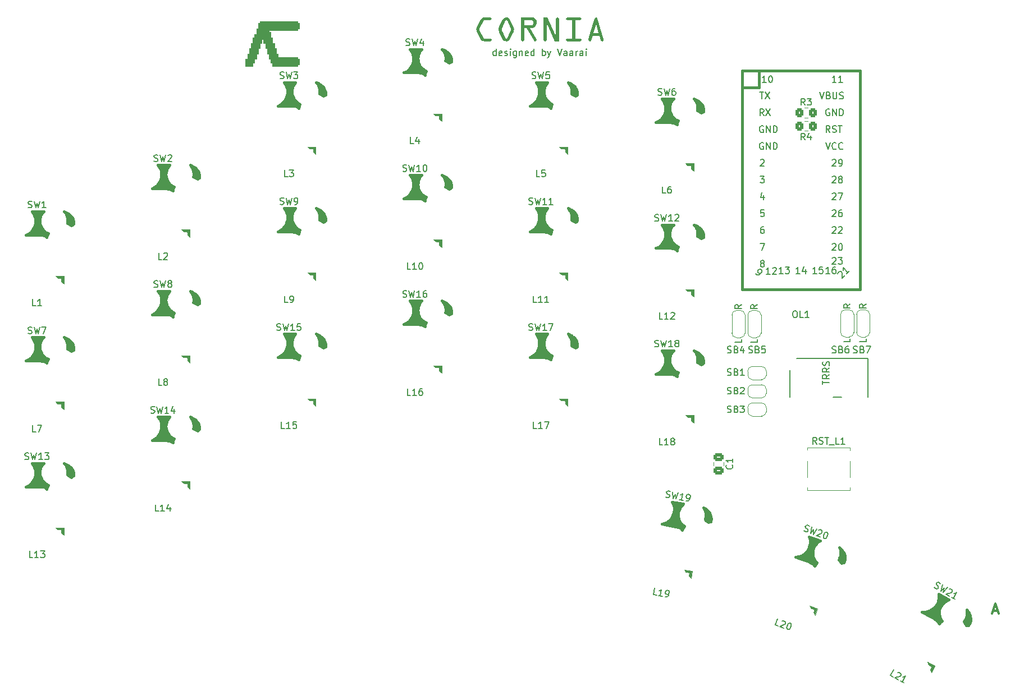
<source format=gto>
G04 #@! TF.GenerationSoftware,KiCad,Pcbnew,8.0.1*
G04 #@! TF.CreationDate,2024-05-31T23:59:56+02:00*
G04 #@! TF.ProjectId,cornia,636f726e-6961-42e6-9b69-6361645f7063,rev?*
G04 #@! TF.SameCoordinates,Original*
G04 #@! TF.FileFunction,Legend,Top*
G04 #@! TF.FilePolarity,Positive*
%FSLAX46Y46*%
G04 Gerber Fmt 4.6, Leading zero omitted, Abs format (unit mm)*
G04 Created by KiCad (PCBNEW 8.0.1) date 2024-05-31 23:59:56*
%MOMM*%
%LPD*%
G01*
G04 APERTURE LIST*
G04 Aperture macros list*
%AMRoundRect*
0 Rectangle with rounded corners*
0 $1 Rounding radius*
0 $2 $3 $4 $5 $6 $7 $8 $9 X,Y pos of 4 corners*
0 Add a 4 corners polygon primitive as box body*
4,1,4,$2,$3,$4,$5,$6,$7,$8,$9,$2,$3,0*
0 Add four circle primitives for the rounded corners*
1,1,$1+$1,$2,$3*
1,1,$1+$1,$4,$5*
1,1,$1+$1,$6,$7*
1,1,$1+$1,$8,$9*
0 Add four rect primitives between the rounded corners*
20,1,$1+$1,$2,$3,$4,$5,0*
20,1,$1+$1,$4,$5,$6,$7,0*
20,1,$1+$1,$6,$7,$8,$9,0*
20,1,$1+$1,$8,$9,$2,$3,0*%
%AMRotRect*
0 Rectangle, with rotation*
0 The origin of the aperture is its center*
0 $1 length*
0 $2 width*
0 $3 Rotation angle, in degrees counterclockwise*
0 Add horizontal line*
21,1,$1,$2,0,0,$3*%
%AMOutline5P*
0 Free polygon, 5 corners , with rotation*
0 The origin of the aperture is its center*
0 number of corners: always 5*
0 $1 to $10 corner X, Y*
0 $11 Rotation angle, in degrees counterclockwise*
0 create outline with 5 corners*
4,1,5,$1,$2,$3,$4,$5,$6,$7,$8,$9,$10,$1,$2,$11*%
%AMOutline6P*
0 Free polygon, 6 corners , with rotation*
0 The origin of the aperture is its center*
0 number of corners: always 6*
0 $1 to $12 corner X, Y*
0 $13 Rotation angle, in degrees counterclockwise*
0 create outline with 6 corners*
4,1,6,$1,$2,$3,$4,$5,$6,$7,$8,$9,$10,$11,$12,$1,$2,$13*%
%AMOutline7P*
0 Free polygon, 7 corners , with rotation*
0 The origin of the aperture is its center*
0 number of corners: always 7*
0 $1 to $14 corner X, Y*
0 $15 Rotation angle, in degrees counterclockwise*
0 create outline with 7 corners*
4,1,7,$1,$2,$3,$4,$5,$6,$7,$8,$9,$10,$11,$12,$13,$14,$1,$2,$15*%
%AMOutline8P*
0 Free polygon, 8 corners , with rotation*
0 The origin of the aperture is its center*
0 number of corners: always 8*
0 $1 to $16 corner X, Y*
0 $17 Rotation angle, in degrees counterclockwise*
0 create outline with 8 corners*
4,1,8,$1,$2,$3,$4,$5,$6,$7,$8,$9,$10,$11,$12,$13,$14,$15,$16,$1,$2,$17*%
%AMFreePoly0*
4,1,19,0.550000,-0.750000,0.000000,-0.750000,0.000000,-0.744911,-0.071157,-0.744911,-0.207708,-0.704816,-0.327430,-0.627875,-0.420627,-0.520320,-0.479746,-0.390866,-0.500000,-0.250000,-0.500000,0.250000,-0.479746,0.390866,-0.420627,0.520320,-0.327430,0.627875,-0.207708,0.704816,-0.071157,0.744911,0.000000,0.744911,0.000000,0.750000,0.550000,0.750000,0.550000,-0.750000,0.550000,-0.750000,
$1*%
%AMFreePoly1*
4,1,19,0.000000,0.744911,0.071157,0.744911,0.207708,0.704816,0.327430,0.627875,0.420627,0.520320,0.479746,0.390866,0.500000,0.250000,0.500000,-0.250000,0.479746,-0.390866,0.420627,-0.520320,0.327430,-0.627875,0.207708,-0.704816,0.071157,-0.744911,0.000000,-0.744911,0.000000,-0.750000,-0.550000,-0.750000,-0.550000,0.750000,0.000000,0.750000,0.000000,0.744911,0.000000,0.744911,
$1*%
%AMFreePoly2*
4,1,19,0.500000,-0.750000,0.000000,-0.750000,0.000000,-0.744911,-0.071157,-0.744911,-0.207708,-0.704816,-0.327430,-0.627875,-0.420627,-0.520320,-0.479746,-0.390866,-0.500000,-0.250000,-0.500000,0.250000,-0.479746,0.390866,-0.420627,0.520320,-0.327430,0.627875,-0.207708,0.704816,-0.071157,0.744911,0.000000,0.744911,0.000000,0.750000,0.500000,0.750000,0.500000,-0.750000,0.500000,-0.750000,
$1*%
%AMFreePoly3*
4,1,19,0.000000,0.744911,0.071157,0.744911,0.207708,0.704816,0.327430,0.627875,0.420627,0.520320,0.479746,0.390866,0.500000,0.250000,0.500000,-0.250000,0.479746,-0.390866,0.420627,-0.520320,0.327430,-0.627875,0.207708,-0.704816,0.071157,-0.744911,0.000000,-0.744911,0.000000,-0.750000,-0.500000,-0.750000,-0.500000,0.750000,0.000000,0.750000,0.000000,0.744911,0.000000,0.744911,
$1*%
G04 Aperture macros list end*
%ADD10C,0.016933*%
%ADD11C,0.160000*%
%ADD12C,0.300000*%
%ADD13C,0.400000*%
%ADD14C,0.050000*%
%ADD15C,0.120000*%
%ADD16C,0.150000*%
%ADD17C,0.381000*%
%ADD18C,1.900000*%
%ADD19C,3.000000*%
%ADD20C,4.100000*%
%ADD21R,2.550000X2.500000*%
%ADD22Outline5P,-1.275000X0.800000X-0.825000X1.250000X1.275000X1.250000X1.275000X-1.250000X-1.275000X-1.250000X180.000000*%
%ADD23R,1.540000X0.825000*%
%ADD24R,1.540000X0.822500*%
%ADD25R,2.800000X1.000000*%
%ADD26RotRect,1.540000X0.825000X150.970000*%
%ADD27RotRect,1.540000X0.822500X150.970000*%
%ADD28RotRect,2.550000X2.500000X150.970000*%
%ADD29Outline5P,-1.275000X0.800000X-0.825000X1.250000X1.275000X1.250000X1.275000X-1.250000X-1.275000X-1.250000X150.970000*%
%ADD30C,5.000000*%
%ADD31FreePoly0,90.000000*%
%ADD32R,1.500000X1.000000*%
%ADD33FreePoly1,90.000000*%
%ADD34FreePoly2,0.000000*%
%ADD35FreePoly3,0.000000*%
%ADD36RotRect,1.540000X0.825000X170.170000*%
%ADD37RotRect,1.540000X0.822500X170.170000*%
%ADD38RotRect,2.550000X2.500000X160.570000*%
%ADD39Outline5P,-1.275000X0.800000X-0.825000X1.250000X1.275000X1.250000X1.275000X-1.250000X-1.275000X-1.250000X160.570000*%
%ADD40C,1.400000*%
%ADD41C,1.200000*%
%ADD42O,2.500000X1.700000*%
%ADD43RotRect,1.540000X0.825000X160.570000*%
%ADD44RotRect,1.540000X0.822500X160.570000*%
%ADD45RoundRect,0.250000X0.350000X0.450000X-0.350000X0.450000X-0.350000X-0.450000X0.350000X-0.450000X0*%
%ADD46RoundRect,0.250000X-0.475000X0.337500X-0.475000X-0.337500X0.475000X-0.337500X0.475000X0.337500X0*%
%ADD47RotRect,2.550000X2.500000X170.171000*%
%ADD48Outline5P,-1.275000X0.800000X-0.825000X1.250000X1.275000X1.250000X1.275000X-1.250000X-1.275000X-1.250000X170.171000*%
%ADD49R,1.752600X1.752600*%
%ADD50C,1.752600*%
G04 APERTURE END LIST*
D10*
X69494619Y-19777325D02*
X69765553Y-19777325D01*
X69765553Y-20590127D01*
X69494619Y-20590127D01*
X69494619Y-20861060D01*
X65159680Y-20861060D01*
X65159680Y-21131994D01*
X65430613Y-21131994D01*
X65430613Y-21944796D01*
X65701547Y-21944796D01*
X65701547Y-22757597D01*
X65972481Y-22757597D01*
X65972481Y-23570398D01*
X66243414Y-23570398D01*
X66243414Y-24383199D01*
X66514348Y-24383199D01*
X66514348Y-24925067D01*
X69494619Y-24925067D01*
X69494619Y-25196000D01*
X69765553Y-25196000D01*
X69765553Y-26008802D01*
X69494619Y-26008802D01*
X69494619Y-26279735D01*
X65701547Y-26279735D01*
X65701547Y-25737868D01*
X65430613Y-25737868D01*
X65430613Y-25196000D01*
X65159680Y-25196000D01*
X65159680Y-24383199D01*
X64888746Y-24383199D01*
X64888746Y-23570398D01*
X64617812Y-23570398D01*
X64617812Y-22757597D01*
X64346878Y-22757597D01*
X64346878Y-22215729D01*
X64075944Y-22215729D01*
X64075944Y-22757597D01*
X63805011Y-22757597D01*
X63805011Y-23570398D01*
X63534077Y-23570398D01*
X63534077Y-24383199D01*
X63263143Y-24383199D01*
X63263143Y-25196000D01*
X62992210Y-25196000D01*
X62992210Y-25737868D01*
X62721276Y-25737868D01*
X62721276Y-26279735D01*
X61637541Y-26279735D01*
X61637541Y-25196000D01*
X61908474Y-25196000D01*
X61908474Y-24383199D01*
X62179408Y-24383199D01*
X62179408Y-23570398D01*
X62450342Y-23570398D01*
X62450342Y-22757597D01*
X62721276Y-22757597D01*
X62721276Y-21944796D01*
X62992210Y-21944796D01*
X62992210Y-21402928D01*
X63263143Y-21402928D01*
X63263143Y-20590127D01*
X63534077Y-20590127D01*
X63534077Y-19777325D01*
X63805011Y-19777325D01*
X63805011Y-19506392D01*
X69494619Y-19506392D01*
X69494619Y-19777325D01*
G36*
X69494619Y-19777325D02*
G01*
X69765553Y-19777325D01*
X69765553Y-20590127D01*
X69494619Y-20590127D01*
X69494619Y-20861060D01*
X65159680Y-20861060D01*
X65159680Y-21131994D01*
X65430613Y-21131994D01*
X65430613Y-21944796D01*
X65701547Y-21944796D01*
X65701547Y-22757597D01*
X65972481Y-22757597D01*
X65972481Y-23570398D01*
X66243414Y-23570398D01*
X66243414Y-24383199D01*
X66514348Y-24383199D01*
X66514348Y-24925067D01*
X69494619Y-24925067D01*
X69494619Y-25196000D01*
X69765553Y-25196000D01*
X69765553Y-26008802D01*
X69494619Y-26008802D01*
X69494619Y-26279735D01*
X65701547Y-26279735D01*
X65701547Y-25737868D01*
X65430613Y-25737868D01*
X65430613Y-25196000D01*
X65159680Y-25196000D01*
X65159680Y-24383199D01*
X64888746Y-24383199D01*
X64888746Y-23570398D01*
X64617812Y-23570398D01*
X64617812Y-22757597D01*
X64346878Y-22757597D01*
X64346878Y-22215729D01*
X64075944Y-22215729D01*
X64075944Y-22757597D01*
X63805011Y-22757597D01*
X63805011Y-23570398D01*
X63534077Y-23570398D01*
X63534077Y-24383199D01*
X63263143Y-24383199D01*
X63263143Y-25196000D01*
X62992210Y-25196000D01*
X62992210Y-25737868D01*
X62721276Y-25737868D01*
X62721276Y-26279735D01*
X61637541Y-26279735D01*
X61637541Y-25196000D01*
X61908474Y-25196000D01*
X61908474Y-24383199D01*
X62179408Y-24383199D01*
X62179408Y-23570398D01*
X62450342Y-23570398D01*
X62450342Y-22757597D01*
X62721276Y-22757597D01*
X62721276Y-21944796D01*
X62992210Y-21944796D01*
X62992210Y-21402928D01*
X63263143Y-21402928D01*
X63263143Y-20590127D01*
X63534077Y-20590127D01*
X63534077Y-19777325D01*
X63805011Y-19777325D01*
X63805011Y-19506392D01*
X69494619Y-19506392D01*
X69494619Y-19777325D01*
G37*
D11*
G36*
X97693789Y-22082316D02*
G01*
X98527145Y-22082316D01*
X98693230Y-22146796D01*
X98763572Y-22301158D01*
X98693230Y-22456496D01*
X98527145Y-22520000D01*
X97664480Y-22520000D01*
X97464625Y-22485213D01*
X97323517Y-22421325D01*
X97159683Y-22299635D01*
X97079274Y-22191737D01*
X96545847Y-21155170D01*
X96476267Y-20971619D01*
X96441004Y-20769981D01*
X96438381Y-20696971D01*
X96455149Y-20497432D01*
X96510715Y-20308510D01*
X96539986Y-20247564D01*
X97079274Y-19225652D01*
X97208951Y-19066055D01*
X97318632Y-18988248D01*
X97507084Y-18909122D01*
X97631263Y-18893482D01*
X98543754Y-18893482D01*
X98706908Y-18957962D01*
X98774319Y-19109392D01*
X98706908Y-19265708D01*
X98543754Y-19331165D01*
X97664480Y-19331165D01*
X97494406Y-19438784D01*
X97485694Y-19454263D01*
X96974738Y-20404856D01*
X96918957Y-20593111D01*
X96914166Y-20681339D01*
X96939735Y-20879558D01*
X96979623Y-20981270D01*
X97469085Y-21944563D01*
X97621127Y-22078103D01*
X97693789Y-22082316D01*
G37*
G36*
X101167258Y-18920066D02*
G01*
X101347387Y-19011962D01*
X101484774Y-19169499D01*
X101517655Y-19229560D01*
X102025680Y-20258311D01*
X102099144Y-20448835D01*
X102131468Y-20652824D01*
X102133147Y-20713579D01*
X102112577Y-20918637D01*
X102050867Y-21113222D01*
X102025680Y-21166894D01*
X101517655Y-22183921D01*
X101408656Y-22346381D01*
X101245853Y-22464533D01*
X101039162Y-22517046D01*
X100968597Y-22520000D01*
X100772615Y-22489706D01*
X100636427Y-22424256D01*
X100487891Y-22293340D01*
X100415631Y-22183921D01*
X99904675Y-21166894D01*
X99835218Y-20982033D01*
X99804658Y-20776228D01*
X99803070Y-20713579D01*
X99803567Y-20707718D01*
X100270062Y-20707718D01*
X100298252Y-20901862D01*
X100335519Y-20998855D01*
X100827913Y-21990481D01*
X100967620Y-22082316D01*
X101102442Y-21990481D01*
X101596789Y-20998855D01*
X101657096Y-20807355D01*
X101665177Y-20707718D01*
X101632853Y-20506007D01*
X101596789Y-20419511D01*
X101113189Y-19439609D01*
X100967620Y-19331165D01*
X100814235Y-19439609D01*
X100335519Y-20419511D01*
X100277797Y-20610189D01*
X100270062Y-20707718D01*
X99803567Y-20707718D01*
X99819839Y-20515901D01*
X99875404Y-20322491D01*
X99904675Y-20258311D01*
X100415631Y-19229560D01*
X100529284Y-19067100D01*
X100693995Y-18948948D01*
X100899159Y-18896436D01*
X100968597Y-18893482D01*
X101167258Y-18920066D01*
G37*
G36*
X105027043Y-18921921D02*
G01*
X105206149Y-19007238D01*
X105313189Y-19095715D01*
X105438210Y-19257785D01*
X105505530Y-19442112D01*
X105518353Y-19577362D01*
X105518353Y-19835282D01*
X105489776Y-20036096D01*
X105404047Y-20213553D01*
X105315143Y-20318883D01*
X105151195Y-20440928D01*
X104964166Y-20506645D01*
X104826657Y-20519162D01*
X104532588Y-20519162D01*
X105477320Y-22148750D01*
X105521284Y-22291388D01*
X105449965Y-22452588D01*
X105287787Y-22520000D01*
X105113096Y-22424401D01*
X105078715Y-22375408D01*
X103993300Y-20519162D01*
X103661130Y-20519162D01*
X103661130Y-22288457D01*
X103590788Y-22452588D01*
X103424703Y-22520000D01*
X103261549Y-22453565D01*
X103194138Y-22290411D01*
X103194138Y-19331165D01*
X103655268Y-19331165D01*
X103655268Y-20081479D01*
X104826657Y-20081479D01*
X104989811Y-20013091D01*
X105057222Y-19844075D01*
X105057222Y-19568569D01*
X104989811Y-19400530D01*
X104826657Y-19331165D01*
X103655268Y-19331165D01*
X103194138Y-19331165D01*
X103194138Y-18893482D01*
X104825680Y-18893482D01*
X105027043Y-18921921D01*
G37*
G36*
X108893789Y-19127955D02*
G01*
X108893789Y-22520000D01*
X108272435Y-22520000D01*
X107030704Y-19706322D01*
X107030704Y-22291388D01*
X106963293Y-22453565D01*
X106799162Y-22520000D01*
X106636008Y-22453565D01*
X106568597Y-22290411D01*
X106568597Y-18893482D01*
X107181158Y-18893482D01*
X108425819Y-21707159D01*
X108425819Y-19127955D01*
X108496161Y-18963824D01*
X108662247Y-18893482D01*
X108826378Y-18961870D01*
X108893789Y-19127955D01*
G37*
G36*
X110174598Y-18893482D02*
G01*
X112043545Y-18893482D01*
X112203768Y-18957962D01*
X112274110Y-19109392D01*
X112204745Y-19265708D01*
X112043545Y-19331165D01*
X111345010Y-19331165D01*
X111345010Y-22082316D01*
X112043545Y-22082316D01*
X112206699Y-22146796D01*
X112274110Y-22301158D01*
X112204745Y-22456496D01*
X112043545Y-22520000D01*
X110174598Y-22520000D01*
X110011444Y-22456496D01*
X109944033Y-22301158D01*
X110011444Y-22146796D01*
X110174598Y-22082316D01*
X110882903Y-22082316D01*
X110882903Y-19331165D01*
X110174598Y-19331165D01*
X110011444Y-19266685D01*
X109944033Y-19115254D01*
X110011444Y-18957962D01*
X110174598Y-18893482D01*
G37*
G36*
X114687701Y-18972216D02*
G01*
X114722400Y-19045889D01*
X115643684Y-22221046D01*
X115654431Y-22289434D01*
X115587997Y-22452588D01*
X115437543Y-22520000D01*
X115255841Y-22445948D01*
X115206001Y-22348053D01*
X115019399Y-21707159D01*
X113967201Y-21707159D01*
X113763991Y-22392016D01*
X113695603Y-22478967D01*
X113562735Y-22520000D01*
X113394696Y-22451612D01*
X113329239Y-22283572D01*
X113342916Y-22199553D01*
X113621154Y-21269476D01*
X114106908Y-21269476D01*
X114884577Y-21269476D01*
X114502582Y-19956427D01*
X114106908Y-21269476D01*
X113621154Y-21269476D01*
X114277878Y-19074221D01*
X114401858Y-18914839D01*
X114508443Y-18893482D01*
X114687701Y-18972216D01*
G37*
X99428570Y-24669299D02*
X99428570Y-23669299D01*
X99428570Y-24621680D02*
X99333332Y-24669299D01*
X99333332Y-24669299D02*
X99142856Y-24669299D01*
X99142856Y-24669299D02*
X99047618Y-24621680D01*
X99047618Y-24621680D02*
X98999999Y-24574060D01*
X98999999Y-24574060D02*
X98952380Y-24478822D01*
X98952380Y-24478822D02*
X98952380Y-24193108D01*
X98952380Y-24193108D02*
X98999999Y-24097870D01*
X98999999Y-24097870D02*
X99047618Y-24050251D01*
X99047618Y-24050251D02*
X99142856Y-24002632D01*
X99142856Y-24002632D02*
X99333332Y-24002632D01*
X99333332Y-24002632D02*
X99428570Y-24050251D01*
X100285713Y-24621680D02*
X100190475Y-24669299D01*
X100190475Y-24669299D02*
X99999999Y-24669299D01*
X99999999Y-24669299D02*
X99904761Y-24621680D01*
X99904761Y-24621680D02*
X99857142Y-24526441D01*
X99857142Y-24526441D02*
X99857142Y-24145489D01*
X99857142Y-24145489D02*
X99904761Y-24050251D01*
X99904761Y-24050251D02*
X99999999Y-24002632D01*
X99999999Y-24002632D02*
X100190475Y-24002632D01*
X100190475Y-24002632D02*
X100285713Y-24050251D01*
X100285713Y-24050251D02*
X100333332Y-24145489D01*
X100333332Y-24145489D02*
X100333332Y-24240727D01*
X100333332Y-24240727D02*
X99857142Y-24335965D01*
X100714285Y-24621680D02*
X100809523Y-24669299D01*
X100809523Y-24669299D02*
X100999999Y-24669299D01*
X100999999Y-24669299D02*
X101095237Y-24621680D01*
X101095237Y-24621680D02*
X101142856Y-24526441D01*
X101142856Y-24526441D02*
X101142856Y-24478822D01*
X101142856Y-24478822D02*
X101095237Y-24383584D01*
X101095237Y-24383584D02*
X100999999Y-24335965D01*
X100999999Y-24335965D02*
X100857142Y-24335965D01*
X100857142Y-24335965D02*
X100761904Y-24288346D01*
X100761904Y-24288346D02*
X100714285Y-24193108D01*
X100714285Y-24193108D02*
X100714285Y-24145489D01*
X100714285Y-24145489D02*
X100761904Y-24050251D01*
X100761904Y-24050251D02*
X100857142Y-24002632D01*
X100857142Y-24002632D02*
X100999999Y-24002632D01*
X100999999Y-24002632D02*
X101095237Y-24050251D01*
X101571428Y-24669299D02*
X101571428Y-24002632D01*
X101571428Y-23669299D02*
X101523809Y-23716918D01*
X101523809Y-23716918D02*
X101571428Y-23764537D01*
X101571428Y-23764537D02*
X101619047Y-23716918D01*
X101619047Y-23716918D02*
X101571428Y-23669299D01*
X101571428Y-23669299D02*
X101571428Y-23764537D01*
X102476189Y-24002632D02*
X102476189Y-24812156D01*
X102476189Y-24812156D02*
X102428570Y-24907394D01*
X102428570Y-24907394D02*
X102380951Y-24955013D01*
X102380951Y-24955013D02*
X102285713Y-25002632D01*
X102285713Y-25002632D02*
X102142856Y-25002632D01*
X102142856Y-25002632D02*
X102047618Y-24955013D01*
X102476189Y-24621680D02*
X102380951Y-24669299D01*
X102380951Y-24669299D02*
X102190475Y-24669299D01*
X102190475Y-24669299D02*
X102095237Y-24621680D01*
X102095237Y-24621680D02*
X102047618Y-24574060D01*
X102047618Y-24574060D02*
X101999999Y-24478822D01*
X101999999Y-24478822D02*
X101999999Y-24193108D01*
X101999999Y-24193108D02*
X102047618Y-24097870D01*
X102047618Y-24097870D02*
X102095237Y-24050251D01*
X102095237Y-24050251D02*
X102190475Y-24002632D01*
X102190475Y-24002632D02*
X102380951Y-24002632D01*
X102380951Y-24002632D02*
X102476189Y-24050251D01*
X102952380Y-24002632D02*
X102952380Y-24669299D01*
X102952380Y-24097870D02*
X102999999Y-24050251D01*
X102999999Y-24050251D02*
X103095237Y-24002632D01*
X103095237Y-24002632D02*
X103238094Y-24002632D01*
X103238094Y-24002632D02*
X103333332Y-24050251D01*
X103333332Y-24050251D02*
X103380951Y-24145489D01*
X103380951Y-24145489D02*
X103380951Y-24669299D01*
X104238094Y-24621680D02*
X104142856Y-24669299D01*
X104142856Y-24669299D02*
X103952380Y-24669299D01*
X103952380Y-24669299D02*
X103857142Y-24621680D01*
X103857142Y-24621680D02*
X103809523Y-24526441D01*
X103809523Y-24526441D02*
X103809523Y-24145489D01*
X103809523Y-24145489D02*
X103857142Y-24050251D01*
X103857142Y-24050251D02*
X103952380Y-24002632D01*
X103952380Y-24002632D02*
X104142856Y-24002632D01*
X104142856Y-24002632D02*
X104238094Y-24050251D01*
X104238094Y-24050251D02*
X104285713Y-24145489D01*
X104285713Y-24145489D02*
X104285713Y-24240727D01*
X104285713Y-24240727D02*
X103809523Y-24335965D01*
X105142856Y-24669299D02*
X105142856Y-23669299D01*
X105142856Y-24621680D02*
X105047618Y-24669299D01*
X105047618Y-24669299D02*
X104857142Y-24669299D01*
X104857142Y-24669299D02*
X104761904Y-24621680D01*
X104761904Y-24621680D02*
X104714285Y-24574060D01*
X104714285Y-24574060D02*
X104666666Y-24478822D01*
X104666666Y-24478822D02*
X104666666Y-24193108D01*
X104666666Y-24193108D02*
X104714285Y-24097870D01*
X104714285Y-24097870D02*
X104761904Y-24050251D01*
X104761904Y-24050251D02*
X104857142Y-24002632D01*
X104857142Y-24002632D02*
X105047618Y-24002632D01*
X105047618Y-24002632D02*
X105142856Y-24050251D01*
X106380952Y-24669299D02*
X106380952Y-23669299D01*
X106380952Y-24050251D02*
X106476190Y-24002632D01*
X106476190Y-24002632D02*
X106666666Y-24002632D01*
X106666666Y-24002632D02*
X106761904Y-24050251D01*
X106761904Y-24050251D02*
X106809523Y-24097870D01*
X106809523Y-24097870D02*
X106857142Y-24193108D01*
X106857142Y-24193108D02*
X106857142Y-24478822D01*
X106857142Y-24478822D02*
X106809523Y-24574060D01*
X106809523Y-24574060D02*
X106761904Y-24621680D01*
X106761904Y-24621680D02*
X106666666Y-24669299D01*
X106666666Y-24669299D02*
X106476190Y-24669299D01*
X106476190Y-24669299D02*
X106380952Y-24621680D01*
X107190476Y-24002632D02*
X107428571Y-24669299D01*
X107666666Y-24002632D02*
X107428571Y-24669299D01*
X107428571Y-24669299D02*
X107333333Y-24907394D01*
X107333333Y-24907394D02*
X107285714Y-24955013D01*
X107285714Y-24955013D02*
X107190476Y-25002632D01*
X108666667Y-23669299D02*
X109000000Y-24669299D01*
X109000000Y-24669299D02*
X109333333Y-23669299D01*
X110095238Y-24669299D02*
X110095238Y-24145489D01*
X110095238Y-24145489D02*
X110047619Y-24050251D01*
X110047619Y-24050251D02*
X109952381Y-24002632D01*
X109952381Y-24002632D02*
X109761905Y-24002632D01*
X109761905Y-24002632D02*
X109666667Y-24050251D01*
X110095238Y-24621680D02*
X110000000Y-24669299D01*
X110000000Y-24669299D02*
X109761905Y-24669299D01*
X109761905Y-24669299D02*
X109666667Y-24621680D01*
X109666667Y-24621680D02*
X109619048Y-24526441D01*
X109619048Y-24526441D02*
X109619048Y-24431203D01*
X109619048Y-24431203D02*
X109666667Y-24335965D01*
X109666667Y-24335965D02*
X109761905Y-24288346D01*
X109761905Y-24288346D02*
X110000000Y-24288346D01*
X110000000Y-24288346D02*
X110095238Y-24240727D01*
X111000000Y-24669299D02*
X111000000Y-24145489D01*
X111000000Y-24145489D02*
X110952381Y-24050251D01*
X110952381Y-24050251D02*
X110857143Y-24002632D01*
X110857143Y-24002632D02*
X110666667Y-24002632D01*
X110666667Y-24002632D02*
X110571429Y-24050251D01*
X111000000Y-24621680D02*
X110904762Y-24669299D01*
X110904762Y-24669299D02*
X110666667Y-24669299D01*
X110666667Y-24669299D02*
X110571429Y-24621680D01*
X110571429Y-24621680D02*
X110523810Y-24526441D01*
X110523810Y-24526441D02*
X110523810Y-24431203D01*
X110523810Y-24431203D02*
X110571429Y-24335965D01*
X110571429Y-24335965D02*
X110666667Y-24288346D01*
X110666667Y-24288346D02*
X110904762Y-24288346D01*
X110904762Y-24288346D02*
X111000000Y-24240727D01*
X111476191Y-24669299D02*
X111476191Y-24002632D01*
X111476191Y-24193108D02*
X111523810Y-24097870D01*
X111523810Y-24097870D02*
X111571429Y-24050251D01*
X111571429Y-24050251D02*
X111666667Y-24002632D01*
X111666667Y-24002632D02*
X111761905Y-24002632D01*
X112523810Y-24669299D02*
X112523810Y-24145489D01*
X112523810Y-24145489D02*
X112476191Y-24050251D01*
X112476191Y-24050251D02*
X112380953Y-24002632D01*
X112380953Y-24002632D02*
X112190477Y-24002632D01*
X112190477Y-24002632D02*
X112095239Y-24050251D01*
X112523810Y-24621680D02*
X112428572Y-24669299D01*
X112428572Y-24669299D02*
X112190477Y-24669299D01*
X112190477Y-24669299D02*
X112095239Y-24621680D01*
X112095239Y-24621680D02*
X112047620Y-24526441D01*
X112047620Y-24526441D02*
X112047620Y-24431203D01*
X112047620Y-24431203D02*
X112095239Y-24335965D01*
X112095239Y-24335965D02*
X112190477Y-24288346D01*
X112190477Y-24288346D02*
X112428572Y-24288346D01*
X112428572Y-24288346D02*
X112523810Y-24240727D01*
X113000001Y-24669299D02*
X113000001Y-24002632D01*
X113000001Y-23669299D02*
X112952382Y-23716918D01*
X112952382Y-23716918D02*
X113000001Y-23764537D01*
X113000001Y-23764537D02*
X113047620Y-23716918D01*
X113047620Y-23716918D02*
X113000001Y-23669299D01*
X113000001Y-23669299D02*
X113000001Y-23764537D01*
D12*
X175085517Y-108461007D02*
X174371232Y-108461007D01*
X175228374Y-108889578D02*
X174728374Y-107389578D01*
X174728374Y-107389578D02*
X174228374Y-108889578D01*
D11*
X28359076Y-85595430D02*
X28501933Y-85643049D01*
X28501933Y-85643049D02*
X28740028Y-85643049D01*
X28740028Y-85643049D02*
X28835266Y-85595430D01*
X28835266Y-85595430D02*
X28882885Y-85547810D01*
X28882885Y-85547810D02*
X28930504Y-85452572D01*
X28930504Y-85452572D02*
X28930504Y-85357334D01*
X28930504Y-85357334D02*
X28882885Y-85262096D01*
X28882885Y-85262096D02*
X28835266Y-85214477D01*
X28835266Y-85214477D02*
X28740028Y-85166858D01*
X28740028Y-85166858D02*
X28549552Y-85119239D01*
X28549552Y-85119239D02*
X28454314Y-85071620D01*
X28454314Y-85071620D02*
X28406695Y-85024001D01*
X28406695Y-85024001D02*
X28359076Y-84928763D01*
X28359076Y-84928763D02*
X28359076Y-84833525D01*
X28359076Y-84833525D02*
X28406695Y-84738287D01*
X28406695Y-84738287D02*
X28454314Y-84690668D01*
X28454314Y-84690668D02*
X28549552Y-84643049D01*
X28549552Y-84643049D02*
X28787647Y-84643049D01*
X28787647Y-84643049D02*
X28930504Y-84690668D01*
X29263838Y-84643049D02*
X29501933Y-85643049D01*
X29501933Y-85643049D02*
X29692409Y-84928763D01*
X29692409Y-84928763D02*
X29882885Y-85643049D01*
X29882885Y-85643049D02*
X30120981Y-84643049D01*
X31025742Y-85643049D02*
X30454314Y-85643049D01*
X30740028Y-85643049D02*
X30740028Y-84643049D01*
X30740028Y-84643049D02*
X30644790Y-84785906D01*
X30644790Y-84785906D02*
X30549552Y-84881144D01*
X30549552Y-84881144D02*
X30454314Y-84928763D01*
X31359076Y-84643049D02*
X31978123Y-84643049D01*
X31978123Y-84643049D02*
X31644790Y-85024001D01*
X31644790Y-85024001D02*
X31787647Y-85024001D01*
X31787647Y-85024001D02*
X31882885Y-85071620D01*
X31882885Y-85071620D02*
X31930504Y-85119239D01*
X31930504Y-85119239D02*
X31978123Y-85214477D01*
X31978123Y-85214477D02*
X31978123Y-85452572D01*
X31978123Y-85452572D02*
X31930504Y-85547810D01*
X31930504Y-85547810D02*
X31882885Y-85595430D01*
X31882885Y-85595430D02*
X31787647Y-85643049D01*
X31787647Y-85643049D02*
X31501933Y-85643049D01*
X31501933Y-85643049D02*
X31406695Y-85595430D01*
X31406695Y-85595430D02*
X31359076Y-85547810D01*
X123359076Y-68595430D02*
X123501933Y-68643049D01*
X123501933Y-68643049D02*
X123740028Y-68643049D01*
X123740028Y-68643049D02*
X123835266Y-68595430D01*
X123835266Y-68595430D02*
X123882885Y-68547810D01*
X123882885Y-68547810D02*
X123930504Y-68452572D01*
X123930504Y-68452572D02*
X123930504Y-68357334D01*
X123930504Y-68357334D02*
X123882885Y-68262096D01*
X123882885Y-68262096D02*
X123835266Y-68214477D01*
X123835266Y-68214477D02*
X123740028Y-68166858D01*
X123740028Y-68166858D02*
X123549552Y-68119239D01*
X123549552Y-68119239D02*
X123454314Y-68071620D01*
X123454314Y-68071620D02*
X123406695Y-68024001D01*
X123406695Y-68024001D02*
X123359076Y-67928763D01*
X123359076Y-67928763D02*
X123359076Y-67833525D01*
X123359076Y-67833525D02*
X123406695Y-67738287D01*
X123406695Y-67738287D02*
X123454314Y-67690668D01*
X123454314Y-67690668D02*
X123549552Y-67643049D01*
X123549552Y-67643049D02*
X123787647Y-67643049D01*
X123787647Y-67643049D02*
X123930504Y-67690668D01*
X124263838Y-67643049D02*
X124501933Y-68643049D01*
X124501933Y-68643049D02*
X124692409Y-67928763D01*
X124692409Y-67928763D02*
X124882885Y-68643049D01*
X124882885Y-68643049D02*
X125120981Y-67643049D01*
X126025742Y-68643049D02*
X125454314Y-68643049D01*
X125740028Y-68643049D02*
X125740028Y-67643049D01*
X125740028Y-67643049D02*
X125644790Y-67785906D01*
X125644790Y-67785906D02*
X125549552Y-67881144D01*
X125549552Y-67881144D02*
X125454314Y-67928763D01*
X126597171Y-68071620D02*
X126501933Y-68024001D01*
X126501933Y-68024001D02*
X126454314Y-67976382D01*
X126454314Y-67976382D02*
X126406695Y-67881144D01*
X126406695Y-67881144D02*
X126406695Y-67833525D01*
X126406695Y-67833525D02*
X126454314Y-67738287D01*
X126454314Y-67738287D02*
X126501933Y-67690668D01*
X126501933Y-67690668D02*
X126597171Y-67643049D01*
X126597171Y-67643049D02*
X126787647Y-67643049D01*
X126787647Y-67643049D02*
X126882885Y-67690668D01*
X126882885Y-67690668D02*
X126930504Y-67738287D01*
X126930504Y-67738287D02*
X126978123Y-67833525D01*
X126978123Y-67833525D02*
X126978123Y-67881144D01*
X126978123Y-67881144D02*
X126930504Y-67976382D01*
X126930504Y-67976382D02*
X126882885Y-68024001D01*
X126882885Y-68024001D02*
X126787647Y-68071620D01*
X126787647Y-68071620D02*
X126597171Y-68071620D01*
X126597171Y-68071620D02*
X126501933Y-68119239D01*
X126501933Y-68119239D02*
X126454314Y-68166858D01*
X126454314Y-68166858D02*
X126406695Y-68262096D01*
X126406695Y-68262096D02*
X126406695Y-68452572D01*
X126406695Y-68452572D02*
X126454314Y-68547810D01*
X126454314Y-68547810D02*
X126501933Y-68595430D01*
X126501933Y-68595430D02*
X126597171Y-68643049D01*
X126597171Y-68643049D02*
X126787647Y-68643049D01*
X126787647Y-68643049D02*
X126882885Y-68595430D01*
X126882885Y-68595430D02*
X126930504Y-68547810D01*
X126930504Y-68547810D02*
X126978123Y-68452572D01*
X126978123Y-68452572D02*
X126978123Y-68262096D01*
X126978123Y-68262096D02*
X126930504Y-68166858D01*
X126930504Y-68166858D02*
X126882885Y-68119239D01*
X126882885Y-68119239D02*
X126787647Y-68071620D01*
X30001933Y-81443049D02*
X29525743Y-81443049D01*
X29525743Y-81443049D02*
X29525743Y-80443049D01*
X30240029Y-80443049D02*
X30906695Y-80443049D01*
X30906695Y-80443049D02*
X30478124Y-81443049D01*
X28835267Y-66595430D02*
X28978124Y-66643049D01*
X28978124Y-66643049D02*
X29216219Y-66643049D01*
X29216219Y-66643049D02*
X29311457Y-66595430D01*
X29311457Y-66595430D02*
X29359076Y-66547810D01*
X29359076Y-66547810D02*
X29406695Y-66452572D01*
X29406695Y-66452572D02*
X29406695Y-66357334D01*
X29406695Y-66357334D02*
X29359076Y-66262096D01*
X29359076Y-66262096D02*
X29311457Y-66214477D01*
X29311457Y-66214477D02*
X29216219Y-66166858D01*
X29216219Y-66166858D02*
X29025743Y-66119239D01*
X29025743Y-66119239D02*
X28930505Y-66071620D01*
X28930505Y-66071620D02*
X28882886Y-66024001D01*
X28882886Y-66024001D02*
X28835267Y-65928763D01*
X28835267Y-65928763D02*
X28835267Y-65833525D01*
X28835267Y-65833525D02*
X28882886Y-65738287D01*
X28882886Y-65738287D02*
X28930505Y-65690668D01*
X28930505Y-65690668D02*
X29025743Y-65643049D01*
X29025743Y-65643049D02*
X29263838Y-65643049D01*
X29263838Y-65643049D02*
X29406695Y-65690668D01*
X29740029Y-65643049D02*
X29978124Y-66643049D01*
X29978124Y-66643049D02*
X30168600Y-65928763D01*
X30168600Y-65928763D02*
X30359076Y-66643049D01*
X30359076Y-66643049D02*
X30597172Y-65643049D01*
X30882886Y-65643049D02*
X31549552Y-65643049D01*
X31549552Y-65643049D02*
X31120981Y-66643049D01*
X147759075Y-83303049D02*
X147425742Y-82826858D01*
X147187647Y-83303049D02*
X147187647Y-82303049D01*
X147187647Y-82303049D02*
X147568599Y-82303049D01*
X147568599Y-82303049D02*
X147663837Y-82350668D01*
X147663837Y-82350668D02*
X147711456Y-82398287D01*
X147711456Y-82398287D02*
X147759075Y-82493525D01*
X147759075Y-82493525D02*
X147759075Y-82636382D01*
X147759075Y-82636382D02*
X147711456Y-82731620D01*
X147711456Y-82731620D02*
X147663837Y-82779239D01*
X147663837Y-82779239D02*
X147568599Y-82826858D01*
X147568599Y-82826858D02*
X147187647Y-82826858D01*
X148140028Y-83255430D02*
X148282885Y-83303049D01*
X148282885Y-83303049D02*
X148520980Y-83303049D01*
X148520980Y-83303049D02*
X148616218Y-83255430D01*
X148616218Y-83255430D02*
X148663837Y-83207810D01*
X148663837Y-83207810D02*
X148711456Y-83112572D01*
X148711456Y-83112572D02*
X148711456Y-83017334D01*
X148711456Y-83017334D02*
X148663837Y-82922096D01*
X148663837Y-82922096D02*
X148616218Y-82874477D01*
X148616218Y-82874477D02*
X148520980Y-82826858D01*
X148520980Y-82826858D02*
X148330504Y-82779239D01*
X148330504Y-82779239D02*
X148235266Y-82731620D01*
X148235266Y-82731620D02*
X148187647Y-82684001D01*
X148187647Y-82684001D02*
X148140028Y-82588763D01*
X148140028Y-82588763D02*
X148140028Y-82493525D01*
X148140028Y-82493525D02*
X148187647Y-82398287D01*
X148187647Y-82398287D02*
X148235266Y-82350668D01*
X148235266Y-82350668D02*
X148330504Y-82303049D01*
X148330504Y-82303049D02*
X148568599Y-82303049D01*
X148568599Y-82303049D02*
X148711456Y-82350668D01*
X148997171Y-82303049D02*
X149568599Y-82303049D01*
X149282885Y-83303049D02*
X149282885Y-82303049D01*
X149663838Y-83398287D02*
X150425742Y-83398287D01*
X151140028Y-83303049D02*
X150663838Y-83303049D01*
X150663838Y-83303049D02*
X150663838Y-82303049D01*
X151997171Y-83303049D02*
X151425743Y-83303049D01*
X151711457Y-83303049D02*
X151711457Y-82303049D01*
X151711457Y-82303049D02*
X151616219Y-82445906D01*
X151616219Y-82445906D02*
X151520981Y-82541144D01*
X151520981Y-82541144D02*
X151425743Y-82588763D01*
X159313598Y-118466885D02*
X158897233Y-118235806D01*
X158897233Y-118235806D02*
X159382500Y-117361440D01*
X160002468Y-117814440D02*
X160067212Y-117795912D01*
X160067212Y-117795912D02*
X160173593Y-117800491D01*
X160173593Y-117800491D02*
X160381776Y-117916031D01*
X160381776Y-117916031D02*
X160441941Y-118003884D01*
X160441941Y-118003884D02*
X160460469Y-118068628D01*
X160460469Y-118068628D02*
X160455890Y-118175009D01*
X160455890Y-118175009D02*
X160409674Y-118258282D01*
X160409674Y-118258282D02*
X160298713Y-118360083D01*
X160298713Y-118360083D02*
X159521780Y-118582425D01*
X159521780Y-118582425D02*
X160063054Y-118882829D01*
X160895783Y-119344988D02*
X160396146Y-119067693D01*
X160645965Y-119206341D02*
X161131232Y-118331975D01*
X161131232Y-118331975D02*
X160978635Y-118410668D01*
X160978635Y-118410668D02*
X160849146Y-118447725D01*
X160849146Y-118447725D02*
X160742765Y-118443146D01*
X49001933Y-55443049D02*
X48525743Y-55443049D01*
X48525743Y-55443049D02*
X48525743Y-54443049D01*
X49287648Y-54538287D02*
X49335267Y-54490668D01*
X49335267Y-54490668D02*
X49430505Y-54443049D01*
X49430505Y-54443049D02*
X49668600Y-54443049D01*
X49668600Y-54443049D02*
X49763838Y-54490668D01*
X49763838Y-54490668D02*
X49811457Y-54538287D01*
X49811457Y-54538287D02*
X49859076Y-54633525D01*
X49859076Y-54633525D02*
X49859076Y-54728763D01*
X49859076Y-54728763D02*
X49811457Y-54871620D01*
X49811457Y-54871620D02*
X49240029Y-55443049D01*
X49240029Y-55443049D02*
X49859076Y-55443049D01*
X165498571Y-104918490D02*
X165600373Y-105029451D01*
X165600373Y-105029451D02*
X165808555Y-105144991D01*
X165808555Y-105144991D02*
X165914936Y-105149570D01*
X165914936Y-105149570D02*
X165979680Y-105131042D01*
X165979680Y-105131042D02*
X166067533Y-105070877D01*
X166067533Y-105070877D02*
X166113749Y-104987604D01*
X166113749Y-104987604D02*
X166118328Y-104881223D01*
X166118328Y-104881223D02*
X166099800Y-104816479D01*
X166099800Y-104816479D02*
X166039635Y-104728626D01*
X166039635Y-104728626D02*
X165896197Y-104594558D01*
X165896197Y-104594558D02*
X165836032Y-104506705D01*
X165836032Y-104506705D02*
X165817503Y-104441961D01*
X165817503Y-104441961D02*
X165822083Y-104335580D01*
X165822083Y-104335580D02*
X165868299Y-104252307D01*
X165868299Y-104252307D02*
X165956151Y-104192142D01*
X165956151Y-104192142D02*
X166020896Y-104173614D01*
X166020896Y-104173614D02*
X166127277Y-104178193D01*
X166127277Y-104178193D02*
X166335459Y-104293733D01*
X166335459Y-104293733D02*
X166437260Y-104404693D01*
X166751824Y-104524813D02*
X166474738Y-105514718D01*
X166474738Y-105514718D02*
X166987904Y-104982603D01*
X166987904Y-104982603D02*
X166807830Y-105699582D01*
X166807830Y-105699582D02*
X167501280Y-104940756D01*
X167746519Y-105185785D02*
X167811264Y-105167257D01*
X167811264Y-105167257D02*
X167917645Y-105171836D01*
X167917645Y-105171836D02*
X168125827Y-105287376D01*
X168125827Y-105287376D02*
X168185992Y-105375228D01*
X168185992Y-105375228D02*
X168204520Y-105439973D01*
X168204520Y-105439973D02*
X168199941Y-105546354D01*
X168199941Y-105546354D02*
X168153725Y-105629627D01*
X168153725Y-105629627D02*
X168042764Y-105731428D01*
X168042764Y-105731428D02*
X167265831Y-105953770D01*
X167265831Y-105953770D02*
X167807105Y-106254174D01*
X168639835Y-106716333D02*
X168140197Y-106439037D01*
X168390016Y-106577685D02*
X168875283Y-105703320D01*
X168875283Y-105703320D02*
X168722686Y-105782013D01*
X168722686Y-105782013D02*
X168593198Y-105819070D01*
X168593198Y-105819070D02*
X168486817Y-105814490D01*
X105525742Y-80943049D02*
X105049552Y-80943049D01*
X105049552Y-80943049D02*
X105049552Y-79943049D01*
X106382885Y-80943049D02*
X105811457Y-80943049D01*
X106097171Y-80943049D02*
X106097171Y-79943049D01*
X106097171Y-79943049D02*
X106001933Y-80085906D01*
X106001933Y-80085906D02*
X105906695Y-80181144D01*
X105906695Y-80181144D02*
X105811457Y-80228763D01*
X106716219Y-79943049D02*
X107382885Y-79943049D01*
X107382885Y-79943049D02*
X106954314Y-80943049D01*
X137506695Y-69495430D02*
X137649552Y-69543049D01*
X137649552Y-69543049D02*
X137887647Y-69543049D01*
X137887647Y-69543049D02*
X137982885Y-69495430D01*
X137982885Y-69495430D02*
X138030504Y-69447810D01*
X138030504Y-69447810D02*
X138078123Y-69352572D01*
X138078123Y-69352572D02*
X138078123Y-69257334D01*
X138078123Y-69257334D02*
X138030504Y-69162096D01*
X138030504Y-69162096D02*
X137982885Y-69114477D01*
X137982885Y-69114477D02*
X137887647Y-69066858D01*
X137887647Y-69066858D02*
X137697171Y-69019239D01*
X137697171Y-69019239D02*
X137601933Y-68971620D01*
X137601933Y-68971620D02*
X137554314Y-68924001D01*
X137554314Y-68924001D02*
X137506695Y-68828763D01*
X137506695Y-68828763D02*
X137506695Y-68733525D01*
X137506695Y-68733525D02*
X137554314Y-68638287D01*
X137554314Y-68638287D02*
X137601933Y-68590668D01*
X137601933Y-68590668D02*
X137697171Y-68543049D01*
X137697171Y-68543049D02*
X137935266Y-68543049D01*
X137935266Y-68543049D02*
X138078123Y-68590668D01*
X138840028Y-69019239D02*
X138982885Y-69066858D01*
X138982885Y-69066858D02*
X139030504Y-69114477D01*
X139030504Y-69114477D02*
X139078123Y-69209715D01*
X139078123Y-69209715D02*
X139078123Y-69352572D01*
X139078123Y-69352572D02*
X139030504Y-69447810D01*
X139030504Y-69447810D02*
X138982885Y-69495430D01*
X138982885Y-69495430D02*
X138887647Y-69543049D01*
X138887647Y-69543049D02*
X138506695Y-69543049D01*
X138506695Y-69543049D02*
X138506695Y-68543049D01*
X138506695Y-68543049D02*
X138840028Y-68543049D01*
X138840028Y-68543049D02*
X138935266Y-68590668D01*
X138935266Y-68590668D02*
X138982885Y-68638287D01*
X138982885Y-68638287D02*
X139030504Y-68733525D01*
X139030504Y-68733525D02*
X139030504Y-68828763D01*
X139030504Y-68828763D02*
X138982885Y-68924001D01*
X138982885Y-68924001D02*
X138935266Y-68971620D01*
X138935266Y-68971620D02*
X138840028Y-69019239D01*
X138840028Y-69019239D02*
X138506695Y-69019239D01*
X139982885Y-68543049D02*
X139506695Y-68543049D01*
X139506695Y-68543049D02*
X139459076Y-69019239D01*
X139459076Y-69019239D02*
X139506695Y-68971620D01*
X139506695Y-68971620D02*
X139601933Y-68924001D01*
X139601933Y-68924001D02*
X139840028Y-68924001D01*
X139840028Y-68924001D02*
X139935266Y-68971620D01*
X139935266Y-68971620D02*
X139982885Y-69019239D01*
X139982885Y-69019239D02*
X140030504Y-69114477D01*
X140030504Y-69114477D02*
X140030504Y-69352572D01*
X140030504Y-69352572D02*
X139982885Y-69447810D01*
X139982885Y-69447810D02*
X139935266Y-69495430D01*
X139935266Y-69495430D02*
X139840028Y-69543049D01*
X139840028Y-69543049D02*
X139601933Y-69543049D01*
X139601933Y-69543049D02*
X139506695Y-69495430D01*
X139506695Y-69495430D02*
X139459076Y-69447810D01*
X138822899Y-62279226D02*
X138346708Y-62612559D01*
X138822899Y-62850654D02*
X137822899Y-62850654D01*
X137822899Y-62850654D02*
X137822899Y-62469702D01*
X137822899Y-62469702D02*
X137870518Y-62374464D01*
X137870518Y-62374464D02*
X137918137Y-62326845D01*
X137918137Y-62326845D02*
X138013375Y-62279226D01*
X138013375Y-62279226D02*
X138156232Y-62279226D01*
X138156232Y-62279226D02*
X138251470Y-62326845D01*
X138251470Y-62326845D02*
X138299089Y-62374464D01*
X138299089Y-62374464D02*
X138346708Y-62469702D01*
X138346708Y-62469702D02*
X138346708Y-62850654D01*
X138822899Y-67479226D02*
X138822899Y-67955416D01*
X138822899Y-67955416D02*
X137822899Y-67955416D01*
X134306695Y-78495430D02*
X134449552Y-78543049D01*
X134449552Y-78543049D02*
X134687647Y-78543049D01*
X134687647Y-78543049D02*
X134782885Y-78495430D01*
X134782885Y-78495430D02*
X134830504Y-78447810D01*
X134830504Y-78447810D02*
X134878123Y-78352572D01*
X134878123Y-78352572D02*
X134878123Y-78257334D01*
X134878123Y-78257334D02*
X134830504Y-78162096D01*
X134830504Y-78162096D02*
X134782885Y-78114477D01*
X134782885Y-78114477D02*
X134687647Y-78066858D01*
X134687647Y-78066858D02*
X134497171Y-78019239D01*
X134497171Y-78019239D02*
X134401933Y-77971620D01*
X134401933Y-77971620D02*
X134354314Y-77924001D01*
X134354314Y-77924001D02*
X134306695Y-77828763D01*
X134306695Y-77828763D02*
X134306695Y-77733525D01*
X134306695Y-77733525D02*
X134354314Y-77638287D01*
X134354314Y-77638287D02*
X134401933Y-77590668D01*
X134401933Y-77590668D02*
X134497171Y-77543049D01*
X134497171Y-77543049D02*
X134735266Y-77543049D01*
X134735266Y-77543049D02*
X134878123Y-77590668D01*
X135640028Y-78019239D02*
X135782885Y-78066858D01*
X135782885Y-78066858D02*
X135830504Y-78114477D01*
X135830504Y-78114477D02*
X135878123Y-78209715D01*
X135878123Y-78209715D02*
X135878123Y-78352572D01*
X135878123Y-78352572D02*
X135830504Y-78447810D01*
X135830504Y-78447810D02*
X135782885Y-78495430D01*
X135782885Y-78495430D02*
X135687647Y-78543049D01*
X135687647Y-78543049D02*
X135306695Y-78543049D01*
X135306695Y-78543049D02*
X135306695Y-77543049D01*
X135306695Y-77543049D02*
X135640028Y-77543049D01*
X135640028Y-77543049D02*
X135735266Y-77590668D01*
X135735266Y-77590668D02*
X135782885Y-77638287D01*
X135782885Y-77638287D02*
X135830504Y-77733525D01*
X135830504Y-77733525D02*
X135830504Y-77828763D01*
X135830504Y-77828763D02*
X135782885Y-77924001D01*
X135782885Y-77924001D02*
X135735266Y-77971620D01*
X135735266Y-77971620D02*
X135640028Y-78019239D01*
X135640028Y-78019239D02*
X135306695Y-78019239D01*
X136211457Y-77543049D02*
X136830504Y-77543049D01*
X136830504Y-77543049D02*
X136497171Y-77924001D01*
X136497171Y-77924001D02*
X136640028Y-77924001D01*
X136640028Y-77924001D02*
X136735266Y-77971620D01*
X136735266Y-77971620D02*
X136782885Y-78019239D01*
X136782885Y-78019239D02*
X136830504Y-78114477D01*
X136830504Y-78114477D02*
X136830504Y-78352572D01*
X136830504Y-78352572D02*
X136782885Y-78447810D01*
X136782885Y-78447810D02*
X136735266Y-78495430D01*
X136735266Y-78495430D02*
X136640028Y-78543049D01*
X136640028Y-78543049D02*
X136354314Y-78543049D01*
X136354314Y-78543049D02*
X136259076Y-78495430D01*
X136259076Y-78495430D02*
X136211457Y-78447810D01*
X153306695Y-69495430D02*
X153449552Y-69543049D01*
X153449552Y-69543049D02*
X153687647Y-69543049D01*
X153687647Y-69543049D02*
X153782885Y-69495430D01*
X153782885Y-69495430D02*
X153830504Y-69447810D01*
X153830504Y-69447810D02*
X153878123Y-69352572D01*
X153878123Y-69352572D02*
X153878123Y-69257334D01*
X153878123Y-69257334D02*
X153830504Y-69162096D01*
X153830504Y-69162096D02*
X153782885Y-69114477D01*
X153782885Y-69114477D02*
X153687647Y-69066858D01*
X153687647Y-69066858D02*
X153497171Y-69019239D01*
X153497171Y-69019239D02*
X153401933Y-68971620D01*
X153401933Y-68971620D02*
X153354314Y-68924001D01*
X153354314Y-68924001D02*
X153306695Y-68828763D01*
X153306695Y-68828763D02*
X153306695Y-68733525D01*
X153306695Y-68733525D02*
X153354314Y-68638287D01*
X153354314Y-68638287D02*
X153401933Y-68590668D01*
X153401933Y-68590668D02*
X153497171Y-68543049D01*
X153497171Y-68543049D02*
X153735266Y-68543049D01*
X153735266Y-68543049D02*
X153878123Y-68590668D01*
X154640028Y-69019239D02*
X154782885Y-69066858D01*
X154782885Y-69066858D02*
X154830504Y-69114477D01*
X154830504Y-69114477D02*
X154878123Y-69209715D01*
X154878123Y-69209715D02*
X154878123Y-69352572D01*
X154878123Y-69352572D02*
X154830504Y-69447810D01*
X154830504Y-69447810D02*
X154782885Y-69495430D01*
X154782885Y-69495430D02*
X154687647Y-69543049D01*
X154687647Y-69543049D02*
X154306695Y-69543049D01*
X154306695Y-69543049D02*
X154306695Y-68543049D01*
X154306695Y-68543049D02*
X154640028Y-68543049D01*
X154640028Y-68543049D02*
X154735266Y-68590668D01*
X154735266Y-68590668D02*
X154782885Y-68638287D01*
X154782885Y-68638287D02*
X154830504Y-68733525D01*
X154830504Y-68733525D02*
X154830504Y-68828763D01*
X154830504Y-68828763D02*
X154782885Y-68924001D01*
X154782885Y-68924001D02*
X154735266Y-68971620D01*
X154735266Y-68971620D02*
X154640028Y-69019239D01*
X154640028Y-69019239D02*
X154306695Y-69019239D01*
X155211457Y-68543049D02*
X155878123Y-68543049D01*
X155878123Y-68543049D02*
X155449552Y-69543049D01*
X155222899Y-62179226D02*
X154746708Y-62512559D01*
X155222899Y-62750654D02*
X154222899Y-62750654D01*
X154222899Y-62750654D02*
X154222899Y-62369702D01*
X154222899Y-62369702D02*
X154270518Y-62274464D01*
X154270518Y-62274464D02*
X154318137Y-62226845D01*
X154318137Y-62226845D02*
X154413375Y-62179226D01*
X154413375Y-62179226D02*
X154556232Y-62179226D01*
X154556232Y-62179226D02*
X154651470Y-62226845D01*
X154651470Y-62226845D02*
X154699089Y-62274464D01*
X154699089Y-62274464D02*
X154746708Y-62369702D01*
X154746708Y-62369702D02*
X154746708Y-62750654D01*
X155222899Y-67379226D02*
X155222899Y-67855416D01*
X155222899Y-67855416D02*
X154222899Y-67855416D01*
X86525742Y-75943049D02*
X86049552Y-75943049D01*
X86049552Y-75943049D02*
X86049552Y-74943049D01*
X87382885Y-75943049D02*
X86811457Y-75943049D01*
X87097171Y-75943049D02*
X87097171Y-74943049D01*
X87097171Y-74943049D02*
X87001933Y-75085906D01*
X87001933Y-75085906D02*
X86906695Y-75181144D01*
X86906695Y-75181144D02*
X86811457Y-75228763D01*
X88240028Y-74943049D02*
X88049552Y-74943049D01*
X88049552Y-74943049D02*
X87954314Y-74990668D01*
X87954314Y-74990668D02*
X87906695Y-75038287D01*
X87906695Y-75038287D02*
X87811457Y-75181144D01*
X87811457Y-75181144D02*
X87763838Y-75371620D01*
X87763838Y-75371620D02*
X87763838Y-75752572D01*
X87763838Y-75752572D02*
X87811457Y-75847810D01*
X87811457Y-75847810D02*
X87859076Y-75895430D01*
X87859076Y-75895430D02*
X87954314Y-75943049D01*
X87954314Y-75943049D02*
X88144790Y-75943049D01*
X88144790Y-75943049D02*
X88240028Y-75895430D01*
X88240028Y-75895430D02*
X88287647Y-75847810D01*
X88287647Y-75847810D02*
X88335266Y-75752572D01*
X88335266Y-75752572D02*
X88335266Y-75514477D01*
X88335266Y-75514477D02*
X88287647Y-75419239D01*
X88287647Y-75419239D02*
X88240028Y-75371620D01*
X88240028Y-75371620D02*
X88144790Y-75324001D01*
X88144790Y-75324001D02*
X87954314Y-75324001D01*
X87954314Y-75324001D02*
X87859076Y-75371620D01*
X87859076Y-75371620D02*
X87811457Y-75419239D01*
X87811457Y-75419239D02*
X87763838Y-75514477D01*
X125001933Y-45443049D02*
X124525743Y-45443049D01*
X124525743Y-45443049D02*
X124525743Y-44443049D01*
X125763838Y-44443049D02*
X125573362Y-44443049D01*
X125573362Y-44443049D02*
X125478124Y-44490668D01*
X125478124Y-44490668D02*
X125430505Y-44538287D01*
X125430505Y-44538287D02*
X125335267Y-44681144D01*
X125335267Y-44681144D02*
X125287648Y-44871620D01*
X125287648Y-44871620D02*
X125287648Y-45252572D01*
X125287648Y-45252572D02*
X125335267Y-45347810D01*
X125335267Y-45347810D02*
X125382886Y-45395430D01*
X125382886Y-45395430D02*
X125478124Y-45443049D01*
X125478124Y-45443049D02*
X125668600Y-45443049D01*
X125668600Y-45443049D02*
X125763838Y-45395430D01*
X125763838Y-45395430D02*
X125811457Y-45347810D01*
X125811457Y-45347810D02*
X125859076Y-45252572D01*
X125859076Y-45252572D02*
X125859076Y-45014477D01*
X125859076Y-45014477D02*
X125811457Y-44919239D01*
X125811457Y-44919239D02*
X125763838Y-44871620D01*
X125763838Y-44871620D02*
X125668600Y-44824001D01*
X125668600Y-44824001D02*
X125478124Y-44824001D01*
X125478124Y-44824001D02*
X125382886Y-44871620D01*
X125382886Y-44871620D02*
X125335267Y-44919239D01*
X125335267Y-44919239D02*
X125287648Y-45014477D01*
X123621324Y-106109454D02*
X123152124Y-106028156D01*
X123152124Y-106028156D02*
X123322850Y-105042837D01*
X124465883Y-106255790D02*
X123902844Y-106158232D01*
X124184363Y-106207011D02*
X124355089Y-105221693D01*
X124355089Y-105221693D02*
X124236859Y-105346193D01*
X124236859Y-105346193D02*
X124126760Y-105423773D01*
X124126760Y-105423773D02*
X124024790Y-105454433D01*
X124935082Y-106337088D02*
X125122762Y-106369607D01*
X125122762Y-106369607D02*
X125224732Y-106338946D01*
X125224732Y-106338946D02*
X125279781Y-106300156D01*
X125279781Y-106300156D02*
X125398011Y-106175656D01*
X125398011Y-106175656D02*
X125477450Y-105996106D01*
X125477450Y-105996106D02*
X125542488Y-105620747D01*
X125542488Y-105620747D02*
X125511828Y-105518777D01*
X125511828Y-105518777D02*
X125473037Y-105463727D01*
X125473037Y-105463727D02*
X125387327Y-105400548D01*
X125387327Y-105400548D02*
X125199648Y-105368029D01*
X125199648Y-105368029D02*
X125097678Y-105398689D01*
X125097678Y-105398689D02*
X125042628Y-105437479D01*
X125042628Y-105437479D02*
X124979449Y-105523189D01*
X124979449Y-105523189D02*
X124938800Y-105757789D01*
X124938800Y-105757789D02*
X124969460Y-105859759D01*
X124969460Y-105859759D02*
X125008250Y-105914808D01*
X125008250Y-105914808D02*
X125093960Y-105977988D01*
X125093960Y-105977988D02*
X125281640Y-106010507D01*
X125281640Y-106010507D02*
X125383610Y-105979847D01*
X125383610Y-105979847D02*
X125438659Y-105941056D01*
X125438659Y-105941056D02*
X125501839Y-105855346D01*
X85835267Y-23095430D02*
X85978124Y-23143049D01*
X85978124Y-23143049D02*
X86216219Y-23143049D01*
X86216219Y-23143049D02*
X86311457Y-23095430D01*
X86311457Y-23095430D02*
X86359076Y-23047810D01*
X86359076Y-23047810D02*
X86406695Y-22952572D01*
X86406695Y-22952572D02*
X86406695Y-22857334D01*
X86406695Y-22857334D02*
X86359076Y-22762096D01*
X86359076Y-22762096D02*
X86311457Y-22714477D01*
X86311457Y-22714477D02*
X86216219Y-22666858D01*
X86216219Y-22666858D02*
X86025743Y-22619239D01*
X86025743Y-22619239D02*
X85930505Y-22571620D01*
X85930505Y-22571620D02*
X85882886Y-22524001D01*
X85882886Y-22524001D02*
X85835267Y-22428763D01*
X85835267Y-22428763D02*
X85835267Y-22333525D01*
X85835267Y-22333525D02*
X85882886Y-22238287D01*
X85882886Y-22238287D02*
X85930505Y-22190668D01*
X85930505Y-22190668D02*
X86025743Y-22143049D01*
X86025743Y-22143049D02*
X86263838Y-22143049D01*
X86263838Y-22143049D02*
X86406695Y-22190668D01*
X86740029Y-22143049D02*
X86978124Y-23143049D01*
X86978124Y-23143049D02*
X87168600Y-22428763D01*
X87168600Y-22428763D02*
X87359076Y-23143049D01*
X87359076Y-23143049D02*
X87597172Y-22143049D01*
X88406695Y-22476382D02*
X88406695Y-23143049D01*
X88168600Y-22095430D02*
X87930505Y-22809715D01*
X87930505Y-22809715D02*
X88549552Y-22809715D01*
X68001933Y-61943049D02*
X67525743Y-61943049D01*
X67525743Y-61943049D02*
X67525743Y-60943049D01*
X68382886Y-61943049D02*
X68573362Y-61943049D01*
X68573362Y-61943049D02*
X68668600Y-61895430D01*
X68668600Y-61895430D02*
X68716219Y-61847810D01*
X68716219Y-61847810D02*
X68811457Y-61704953D01*
X68811457Y-61704953D02*
X68859076Y-61514477D01*
X68859076Y-61514477D02*
X68859076Y-61133525D01*
X68859076Y-61133525D02*
X68811457Y-61038287D01*
X68811457Y-61038287D02*
X68763838Y-60990668D01*
X68763838Y-60990668D02*
X68668600Y-60943049D01*
X68668600Y-60943049D02*
X68478124Y-60943049D01*
X68478124Y-60943049D02*
X68382886Y-60990668D01*
X68382886Y-60990668D02*
X68335267Y-61038287D01*
X68335267Y-61038287D02*
X68287648Y-61133525D01*
X68287648Y-61133525D02*
X68287648Y-61371620D01*
X68287648Y-61371620D02*
X68335267Y-61466858D01*
X68335267Y-61466858D02*
X68382886Y-61514477D01*
X68382886Y-61514477D02*
X68478124Y-61562096D01*
X68478124Y-61562096D02*
X68668600Y-61562096D01*
X68668600Y-61562096D02*
X68763838Y-61514477D01*
X68763838Y-61514477D02*
X68811457Y-61466858D01*
X68811457Y-61466858D02*
X68859076Y-61371620D01*
X145821758Y-96397456D02*
X145940639Y-96489886D01*
X145940639Y-96489886D02*
X146165174Y-96569089D01*
X146165174Y-96569089D02*
X146270829Y-96555864D01*
X146270829Y-96555864D02*
X146331577Y-96526797D01*
X146331577Y-96526797D02*
X146408166Y-96452824D01*
X146408166Y-96452824D02*
X146439847Y-96363010D01*
X146439847Y-96363010D02*
X146426621Y-96257355D01*
X146426621Y-96257355D02*
X146397555Y-96196607D01*
X146397555Y-96196607D02*
X146323581Y-96120018D01*
X146323581Y-96120018D02*
X146159794Y-96011749D01*
X146159794Y-96011749D02*
X146085820Y-95935160D01*
X146085820Y-95935160D02*
X146056754Y-95874412D01*
X146056754Y-95874412D02*
X146043528Y-95768757D01*
X146043528Y-95768757D02*
X146075210Y-95678943D01*
X146075210Y-95678943D02*
X146151798Y-95604970D01*
X146151798Y-95604970D02*
X146212546Y-95575903D01*
X146212546Y-95575903D02*
X146318201Y-95562678D01*
X146318201Y-95562678D02*
X146542736Y-95641881D01*
X146542736Y-95641881D02*
X146661617Y-95734311D01*
X146991807Y-95800288D02*
X146883688Y-96822541D01*
X146883688Y-96822541D02*
X147300927Y-96212297D01*
X147300927Y-96212297D02*
X147242944Y-96949266D01*
X147242944Y-96949266D02*
X147800135Y-96085421D01*
X148082803Y-96286120D02*
X148143550Y-96257054D01*
X148143550Y-96257054D02*
X148249205Y-96243828D01*
X148249205Y-96243828D02*
X148473741Y-96323032D01*
X148473741Y-96323032D02*
X148547714Y-96399620D01*
X148547714Y-96399620D02*
X148576780Y-96460368D01*
X148576780Y-96460368D02*
X148590006Y-96566023D01*
X148590006Y-96566023D02*
X148558325Y-96655837D01*
X148558325Y-96655837D02*
X148465895Y-96774718D01*
X148465895Y-96774718D02*
X147736922Y-97123514D01*
X147736922Y-97123514D02*
X148320714Y-97329443D01*
X149237161Y-96592324D02*
X149326975Y-96624005D01*
X149326975Y-96624005D02*
X149400949Y-96700594D01*
X149400949Y-96700594D02*
X149430015Y-96761342D01*
X149430015Y-96761342D02*
X149443241Y-96866997D01*
X149443241Y-96866997D02*
X149424785Y-97062466D01*
X149424785Y-97062466D02*
X149345581Y-97287001D01*
X149345581Y-97287001D02*
X149237311Y-97450789D01*
X149237311Y-97450789D02*
X149160723Y-97524762D01*
X149160723Y-97524762D02*
X149099975Y-97553828D01*
X149099975Y-97553828D02*
X148994320Y-97567054D01*
X148994320Y-97567054D02*
X148904506Y-97535373D01*
X148904506Y-97535373D02*
X148830533Y-97458784D01*
X148830533Y-97458784D02*
X148801466Y-97398036D01*
X148801466Y-97398036D02*
X148788241Y-97292381D01*
X148788241Y-97292381D02*
X148806696Y-97096912D01*
X148806696Y-97096912D02*
X148885900Y-96872377D01*
X148885900Y-96872377D02*
X148994170Y-96708589D01*
X148994170Y-96708589D02*
X149070758Y-96634616D01*
X149070758Y-96634616D02*
X149131506Y-96605550D01*
X149131506Y-96605550D02*
X149237161Y-96592324D01*
X66835267Y-28095430D02*
X66978124Y-28143049D01*
X66978124Y-28143049D02*
X67216219Y-28143049D01*
X67216219Y-28143049D02*
X67311457Y-28095430D01*
X67311457Y-28095430D02*
X67359076Y-28047810D01*
X67359076Y-28047810D02*
X67406695Y-27952572D01*
X67406695Y-27952572D02*
X67406695Y-27857334D01*
X67406695Y-27857334D02*
X67359076Y-27762096D01*
X67359076Y-27762096D02*
X67311457Y-27714477D01*
X67311457Y-27714477D02*
X67216219Y-27666858D01*
X67216219Y-27666858D02*
X67025743Y-27619239D01*
X67025743Y-27619239D02*
X66930505Y-27571620D01*
X66930505Y-27571620D02*
X66882886Y-27524001D01*
X66882886Y-27524001D02*
X66835267Y-27428763D01*
X66835267Y-27428763D02*
X66835267Y-27333525D01*
X66835267Y-27333525D02*
X66882886Y-27238287D01*
X66882886Y-27238287D02*
X66930505Y-27190668D01*
X66930505Y-27190668D02*
X67025743Y-27143049D01*
X67025743Y-27143049D02*
X67263838Y-27143049D01*
X67263838Y-27143049D02*
X67406695Y-27190668D01*
X67740029Y-27143049D02*
X67978124Y-28143049D01*
X67978124Y-28143049D02*
X68168600Y-27428763D01*
X68168600Y-27428763D02*
X68359076Y-28143049D01*
X68359076Y-28143049D02*
X68597172Y-27143049D01*
X68882886Y-27143049D02*
X69501933Y-27143049D01*
X69501933Y-27143049D02*
X69168600Y-27524001D01*
X69168600Y-27524001D02*
X69311457Y-27524001D01*
X69311457Y-27524001D02*
X69406695Y-27571620D01*
X69406695Y-27571620D02*
X69454314Y-27619239D01*
X69454314Y-27619239D02*
X69501933Y-27714477D01*
X69501933Y-27714477D02*
X69501933Y-27952572D01*
X69501933Y-27952572D02*
X69454314Y-28047810D01*
X69454314Y-28047810D02*
X69406695Y-28095430D01*
X69406695Y-28095430D02*
X69311457Y-28143049D01*
X69311457Y-28143049D02*
X69025743Y-28143049D01*
X69025743Y-28143049D02*
X68930505Y-28095430D01*
X68930505Y-28095430D02*
X68882886Y-28047810D01*
X85359076Y-61095430D02*
X85501933Y-61143049D01*
X85501933Y-61143049D02*
X85740028Y-61143049D01*
X85740028Y-61143049D02*
X85835266Y-61095430D01*
X85835266Y-61095430D02*
X85882885Y-61047810D01*
X85882885Y-61047810D02*
X85930504Y-60952572D01*
X85930504Y-60952572D02*
X85930504Y-60857334D01*
X85930504Y-60857334D02*
X85882885Y-60762096D01*
X85882885Y-60762096D02*
X85835266Y-60714477D01*
X85835266Y-60714477D02*
X85740028Y-60666858D01*
X85740028Y-60666858D02*
X85549552Y-60619239D01*
X85549552Y-60619239D02*
X85454314Y-60571620D01*
X85454314Y-60571620D02*
X85406695Y-60524001D01*
X85406695Y-60524001D02*
X85359076Y-60428763D01*
X85359076Y-60428763D02*
X85359076Y-60333525D01*
X85359076Y-60333525D02*
X85406695Y-60238287D01*
X85406695Y-60238287D02*
X85454314Y-60190668D01*
X85454314Y-60190668D02*
X85549552Y-60143049D01*
X85549552Y-60143049D02*
X85787647Y-60143049D01*
X85787647Y-60143049D02*
X85930504Y-60190668D01*
X86263838Y-60143049D02*
X86501933Y-61143049D01*
X86501933Y-61143049D02*
X86692409Y-60428763D01*
X86692409Y-60428763D02*
X86882885Y-61143049D01*
X86882885Y-61143049D02*
X87120981Y-60143049D01*
X88025742Y-61143049D02*
X87454314Y-61143049D01*
X87740028Y-61143049D02*
X87740028Y-60143049D01*
X87740028Y-60143049D02*
X87644790Y-60285906D01*
X87644790Y-60285906D02*
X87549552Y-60381144D01*
X87549552Y-60381144D02*
X87454314Y-60428763D01*
X88882885Y-60143049D02*
X88692409Y-60143049D01*
X88692409Y-60143049D02*
X88597171Y-60190668D01*
X88597171Y-60190668D02*
X88549552Y-60238287D01*
X88549552Y-60238287D02*
X88454314Y-60381144D01*
X88454314Y-60381144D02*
X88406695Y-60571620D01*
X88406695Y-60571620D02*
X88406695Y-60952572D01*
X88406695Y-60952572D02*
X88454314Y-61047810D01*
X88454314Y-61047810D02*
X88501933Y-61095430D01*
X88501933Y-61095430D02*
X88597171Y-61143049D01*
X88597171Y-61143049D02*
X88787647Y-61143049D01*
X88787647Y-61143049D02*
X88882885Y-61095430D01*
X88882885Y-61095430D02*
X88930504Y-61047810D01*
X88930504Y-61047810D02*
X88978123Y-60952572D01*
X88978123Y-60952572D02*
X88978123Y-60714477D01*
X88978123Y-60714477D02*
X88930504Y-60619239D01*
X88930504Y-60619239D02*
X88882885Y-60571620D01*
X88882885Y-60571620D02*
X88787647Y-60524001D01*
X88787647Y-60524001D02*
X88597171Y-60524001D01*
X88597171Y-60524001D02*
X88501933Y-60571620D01*
X88501933Y-60571620D02*
X88454314Y-60619239D01*
X88454314Y-60619239D02*
X88406695Y-60714477D01*
X144412409Y-63213049D02*
X144602885Y-63213049D01*
X144602885Y-63213049D02*
X144698123Y-63260668D01*
X144698123Y-63260668D02*
X144793361Y-63355906D01*
X144793361Y-63355906D02*
X144840980Y-63546382D01*
X144840980Y-63546382D02*
X144840980Y-63879715D01*
X144840980Y-63879715D02*
X144793361Y-64070191D01*
X144793361Y-64070191D02*
X144698123Y-64165430D01*
X144698123Y-64165430D02*
X144602885Y-64213049D01*
X144602885Y-64213049D02*
X144412409Y-64213049D01*
X144412409Y-64213049D02*
X144317171Y-64165430D01*
X144317171Y-64165430D02*
X144221933Y-64070191D01*
X144221933Y-64070191D02*
X144174314Y-63879715D01*
X144174314Y-63879715D02*
X144174314Y-63546382D01*
X144174314Y-63546382D02*
X144221933Y-63355906D01*
X144221933Y-63355906D02*
X144317171Y-63260668D01*
X144317171Y-63260668D02*
X144412409Y-63213049D01*
X145745742Y-64213049D02*
X145269552Y-64213049D01*
X145269552Y-64213049D02*
X145269552Y-63213049D01*
X146602885Y-64213049D02*
X146031457Y-64213049D01*
X146317171Y-64213049D02*
X146317171Y-63213049D01*
X146317171Y-63213049D02*
X146221933Y-63355906D01*
X146221933Y-63355906D02*
X146126695Y-63451144D01*
X146126695Y-63451144D02*
X146031457Y-63498763D01*
X47359076Y-78595430D02*
X47501933Y-78643049D01*
X47501933Y-78643049D02*
X47740028Y-78643049D01*
X47740028Y-78643049D02*
X47835266Y-78595430D01*
X47835266Y-78595430D02*
X47882885Y-78547810D01*
X47882885Y-78547810D02*
X47930504Y-78452572D01*
X47930504Y-78452572D02*
X47930504Y-78357334D01*
X47930504Y-78357334D02*
X47882885Y-78262096D01*
X47882885Y-78262096D02*
X47835266Y-78214477D01*
X47835266Y-78214477D02*
X47740028Y-78166858D01*
X47740028Y-78166858D02*
X47549552Y-78119239D01*
X47549552Y-78119239D02*
X47454314Y-78071620D01*
X47454314Y-78071620D02*
X47406695Y-78024001D01*
X47406695Y-78024001D02*
X47359076Y-77928763D01*
X47359076Y-77928763D02*
X47359076Y-77833525D01*
X47359076Y-77833525D02*
X47406695Y-77738287D01*
X47406695Y-77738287D02*
X47454314Y-77690668D01*
X47454314Y-77690668D02*
X47549552Y-77643049D01*
X47549552Y-77643049D02*
X47787647Y-77643049D01*
X47787647Y-77643049D02*
X47930504Y-77690668D01*
X48263838Y-77643049D02*
X48501933Y-78643049D01*
X48501933Y-78643049D02*
X48692409Y-77928763D01*
X48692409Y-77928763D02*
X48882885Y-78643049D01*
X48882885Y-78643049D02*
X49120981Y-77643049D01*
X50025742Y-78643049D02*
X49454314Y-78643049D01*
X49740028Y-78643049D02*
X49740028Y-77643049D01*
X49740028Y-77643049D02*
X49644790Y-77785906D01*
X49644790Y-77785906D02*
X49549552Y-77881144D01*
X49549552Y-77881144D02*
X49454314Y-77928763D01*
X50882885Y-77976382D02*
X50882885Y-78643049D01*
X50644790Y-77595430D02*
X50406695Y-78309715D01*
X50406695Y-78309715D02*
X51025742Y-78309715D01*
X148672899Y-74300654D02*
X148672899Y-73729226D01*
X149672899Y-74014940D02*
X148672899Y-74014940D01*
X149672899Y-72824464D02*
X149196708Y-73157797D01*
X149672899Y-73395892D02*
X148672899Y-73395892D01*
X148672899Y-73395892D02*
X148672899Y-73014940D01*
X148672899Y-73014940D02*
X148720518Y-72919702D01*
X148720518Y-72919702D02*
X148768137Y-72872083D01*
X148768137Y-72872083D02*
X148863375Y-72824464D01*
X148863375Y-72824464D02*
X149006232Y-72824464D01*
X149006232Y-72824464D02*
X149101470Y-72872083D01*
X149101470Y-72872083D02*
X149149089Y-72919702D01*
X149149089Y-72919702D02*
X149196708Y-73014940D01*
X149196708Y-73014940D02*
X149196708Y-73395892D01*
X149672899Y-71824464D02*
X149196708Y-72157797D01*
X149672899Y-72395892D02*
X148672899Y-72395892D01*
X148672899Y-72395892D02*
X148672899Y-72014940D01*
X148672899Y-72014940D02*
X148720518Y-71919702D01*
X148720518Y-71919702D02*
X148768137Y-71872083D01*
X148768137Y-71872083D02*
X148863375Y-71824464D01*
X148863375Y-71824464D02*
X149006232Y-71824464D01*
X149006232Y-71824464D02*
X149101470Y-71872083D01*
X149101470Y-71872083D02*
X149149089Y-71919702D01*
X149149089Y-71919702D02*
X149196708Y-72014940D01*
X149196708Y-72014940D02*
X149196708Y-72395892D01*
X149625280Y-71443511D02*
X149672899Y-71300654D01*
X149672899Y-71300654D02*
X149672899Y-71062559D01*
X149672899Y-71062559D02*
X149625280Y-70967321D01*
X149625280Y-70967321D02*
X149577660Y-70919702D01*
X149577660Y-70919702D02*
X149482422Y-70872083D01*
X149482422Y-70872083D02*
X149387184Y-70872083D01*
X149387184Y-70872083D02*
X149291946Y-70919702D01*
X149291946Y-70919702D02*
X149244327Y-70967321D01*
X149244327Y-70967321D02*
X149196708Y-71062559D01*
X149196708Y-71062559D02*
X149149089Y-71253035D01*
X149149089Y-71253035D02*
X149101470Y-71348273D01*
X149101470Y-71348273D02*
X149053851Y-71395892D01*
X149053851Y-71395892D02*
X148958613Y-71443511D01*
X148958613Y-71443511D02*
X148863375Y-71443511D01*
X148863375Y-71443511D02*
X148768137Y-71395892D01*
X148768137Y-71395892D02*
X148720518Y-71348273D01*
X148720518Y-71348273D02*
X148672899Y-71253035D01*
X148672899Y-71253035D02*
X148672899Y-71014940D01*
X148672899Y-71014940D02*
X148720518Y-70872083D01*
X134306695Y-75695430D02*
X134449552Y-75743049D01*
X134449552Y-75743049D02*
X134687647Y-75743049D01*
X134687647Y-75743049D02*
X134782885Y-75695430D01*
X134782885Y-75695430D02*
X134830504Y-75647810D01*
X134830504Y-75647810D02*
X134878123Y-75552572D01*
X134878123Y-75552572D02*
X134878123Y-75457334D01*
X134878123Y-75457334D02*
X134830504Y-75362096D01*
X134830504Y-75362096D02*
X134782885Y-75314477D01*
X134782885Y-75314477D02*
X134687647Y-75266858D01*
X134687647Y-75266858D02*
X134497171Y-75219239D01*
X134497171Y-75219239D02*
X134401933Y-75171620D01*
X134401933Y-75171620D02*
X134354314Y-75124001D01*
X134354314Y-75124001D02*
X134306695Y-75028763D01*
X134306695Y-75028763D02*
X134306695Y-74933525D01*
X134306695Y-74933525D02*
X134354314Y-74838287D01*
X134354314Y-74838287D02*
X134401933Y-74790668D01*
X134401933Y-74790668D02*
X134497171Y-74743049D01*
X134497171Y-74743049D02*
X134735266Y-74743049D01*
X134735266Y-74743049D02*
X134878123Y-74790668D01*
X135640028Y-75219239D02*
X135782885Y-75266858D01*
X135782885Y-75266858D02*
X135830504Y-75314477D01*
X135830504Y-75314477D02*
X135878123Y-75409715D01*
X135878123Y-75409715D02*
X135878123Y-75552572D01*
X135878123Y-75552572D02*
X135830504Y-75647810D01*
X135830504Y-75647810D02*
X135782885Y-75695430D01*
X135782885Y-75695430D02*
X135687647Y-75743049D01*
X135687647Y-75743049D02*
X135306695Y-75743049D01*
X135306695Y-75743049D02*
X135306695Y-74743049D01*
X135306695Y-74743049D02*
X135640028Y-74743049D01*
X135640028Y-74743049D02*
X135735266Y-74790668D01*
X135735266Y-74790668D02*
X135782885Y-74838287D01*
X135782885Y-74838287D02*
X135830504Y-74933525D01*
X135830504Y-74933525D02*
X135830504Y-75028763D01*
X135830504Y-75028763D02*
X135782885Y-75124001D01*
X135782885Y-75124001D02*
X135735266Y-75171620D01*
X135735266Y-75171620D02*
X135640028Y-75219239D01*
X135640028Y-75219239D02*
X135306695Y-75219239D01*
X136259076Y-74838287D02*
X136306695Y-74790668D01*
X136306695Y-74790668D02*
X136401933Y-74743049D01*
X136401933Y-74743049D02*
X136640028Y-74743049D01*
X136640028Y-74743049D02*
X136735266Y-74790668D01*
X136735266Y-74790668D02*
X136782885Y-74838287D01*
X136782885Y-74838287D02*
X136830504Y-74933525D01*
X136830504Y-74933525D02*
X136830504Y-75028763D01*
X136830504Y-75028763D02*
X136782885Y-75171620D01*
X136782885Y-75171620D02*
X136211457Y-75743049D01*
X136211457Y-75743049D02*
X136830504Y-75743049D01*
X86525742Y-56943049D02*
X86049552Y-56943049D01*
X86049552Y-56943049D02*
X86049552Y-55943049D01*
X87382885Y-56943049D02*
X86811457Y-56943049D01*
X87097171Y-56943049D02*
X87097171Y-55943049D01*
X87097171Y-55943049D02*
X87001933Y-56085906D01*
X87001933Y-56085906D02*
X86906695Y-56181144D01*
X86906695Y-56181144D02*
X86811457Y-56228763D01*
X88001933Y-55943049D02*
X88097171Y-55943049D01*
X88097171Y-55943049D02*
X88192409Y-55990668D01*
X88192409Y-55990668D02*
X88240028Y-56038287D01*
X88240028Y-56038287D02*
X88287647Y-56133525D01*
X88287647Y-56133525D02*
X88335266Y-56324001D01*
X88335266Y-56324001D02*
X88335266Y-56562096D01*
X88335266Y-56562096D02*
X88287647Y-56752572D01*
X88287647Y-56752572D02*
X88240028Y-56847810D01*
X88240028Y-56847810D02*
X88192409Y-56895430D01*
X88192409Y-56895430D02*
X88097171Y-56943049D01*
X88097171Y-56943049D02*
X88001933Y-56943049D01*
X88001933Y-56943049D02*
X87906695Y-56895430D01*
X87906695Y-56895430D02*
X87859076Y-56847810D01*
X87859076Y-56847810D02*
X87811457Y-56752572D01*
X87811457Y-56752572D02*
X87763838Y-56562096D01*
X87763838Y-56562096D02*
X87763838Y-56324001D01*
X87763838Y-56324001D02*
X87811457Y-56133525D01*
X87811457Y-56133525D02*
X87859076Y-56038287D01*
X87859076Y-56038287D02*
X87906695Y-55990668D01*
X87906695Y-55990668D02*
X88001933Y-55943049D01*
X123835267Y-30595430D02*
X123978124Y-30643049D01*
X123978124Y-30643049D02*
X124216219Y-30643049D01*
X124216219Y-30643049D02*
X124311457Y-30595430D01*
X124311457Y-30595430D02*
X124359076Y-30547810D01*
X124359076Y-30547810D02*
X124406695Y-30452572D01*
X124406695Y-30452572D02*
X124406695Y-30357334D01*
X124406695Y-30357334D02*
X124359076Y-30262096D01*
X124359076Y-30262096D02*
X124311457Y-30214477D01*
X124311457Y-30214477D02*
X124216219Y-30166858D01*
X124216219Y-30166858D02*
X124025743Y-30119239D01*
X124025743Y-30119239D02*
X123930505Y-30071620D01*
X123930505Y-30071620D02*
X123882886Y-30024001D01*
X123882886Y-30024001D02*
X123835267Y-29928763D01*
X123835267Y-29928763D02*
X123835267Y-29833525D01*
X123835267Y-29833525D02*
X123882886Y-29738287D01*
X123882886Y-29738287D02*
X123930505Y-29690668D01*
X123930505Y-29690668D02*
X124025743Y-29643049D01*
X124025743Y-29643049D02*
X124263838Y-29643049D01*
X124263838Y-29643049D02*
X124406695Y-29690668D01*
X124740029Y-29643049D02*
X124978124Y-30643049D01*
X124978124Y-30643049D02*
X125168600Y-29928763D01*
X125168600Y-29928763D02*
X125359076Y-30643049D01*
X125359076Y-30643049D02*
X125597172Y-29643049D01*
X126406695Y-29643049D02*
X126216219Y-29643049D01*
X126216219Y-29643049D02*
X126120981Y-29690668D01*
X126120981Y-29690668D02*
X126073362Y-29738287D01*
X126073362Y-29738287D02*
X125978124Y-29881144D01*
X125978124Y-29881144D02*
X125930505Y-30071620D01*
X125930505Y-30071620D02*
X125930505Y-30452572D01*
X125930505Y-30452572D02*
X125978124Y-30547810D01*
X125978124Y-30547810D02*
X126025743Y-30595430D01*
X126025743Y-30595430D02*
X126120981Y-30643049D01*
X126120981Y-30643049D02*
X126311457Y-30643049D01*
X126311457Y-30643049D02*
X126406695Y-30595430D01*
X126406695Y-30595430D02*
X126454314Y-30547810D01*
X126454314Y-30547810D02*
X126501933Y-30452572D01*
X126501933Y-30452572D02*
X126501933Y-30214477D01*
X126501933Y-30214477D02*
X126454314Y-30119239D01*
X126454314Y-30119239D02*
X126406695Y-30071620D01*
X126406695Y-30071620D02*
X126311457Y-30024001D01*
X126311457Y-30024001D02*
X126120981Y-30024001D01*
X126120981Y-30024001D02*
X126025743Y-30071620D01*
X126025743Y-30071620D02*
X125978124Y-30119239D01*
X125978124Y-30119239D02*
X125930505Y-30214477D01*
X124525742Y-83443049D02*
X124049552Y-83443049D01*
X124049552Y-83443049D02*
X124049552Y-82443049D01*
X125382885Y-83443049D02*
X124811457Y-83443049D01*
X125097171Y-83443049D02*
X125097171Y-82443049D01*
X125097171Y-82443049D02*
X125001933Y-82585906D01*
X125001933Y-82585906D02*
X124906695Y-82681144D01*
X124906695Y-82681144D02*
X124811457Y-82728763D01*
X125954314Y-82871620D02*
X125859076Y-82824001D01*
X125859076Y-82824001D02*
X125811457Y-82776382D01*
X125811457Y-82776382D02*
X125763838Y-82681144D01*
X125763838Y-82681144D02*
X125763838Y-82633525D01*
X125763838Y-82633525D02*
X125811457Y-82538287D01*
X125811457Y-82538287D02*
X125859076Y-82490668D01*
X125859076Y-82490668D02*
X125954314Y-82443049D01*
X125954314Y-82443049D02*
X126144790Y-82443049D01*
X126144790Y-82443049D02*
X126240028Y-82490668D01*
X126240028Y-82490668D02*
X126287647Y-82538287D01*
X126287647Y-82538287D02*
X126335266Y-82633525D01*
X126335266Y-82633525D02*
X126335266Y-82681144D01*
X126335266Y-82681144D02*
X126287647Y-82776382D01*
X126287647Y-82776382D02*
X126240028Y-82824001D01*
X126240028Y-82824001D02*
X126144790Y-82871620D01*
X126144790Y-82871620D02*
X125954314Y-82871620D01*
X125954314Y-82871620D02*
X125859076Y-82919239D01*
X125859076Y-82919239D02*
X125811457Y-82966858D01*
X125811457Y-82966858D02*
X125763838Y-83062096D01*
X125763838Y-83062096D02*
X125763838Y-83252572D01*
X125763838Y-83252572D02*
X125811457Y-83347810D01*
X125811457Y-83347810D02*
X125859076Y-83395430D01*
X125859076Y-83395430D02*
X125954314Y-83443049D01*
X125954314Y-83443049D02*
X126144790Y-83443049D01*
X126144790Y-83443049D02*
X126240028Y-83395430D01*
X126240028Y-83395430D02*
X126287647Y-83347810D01*
X126287647Y-83347810D02*
X126335266Y-83252572D01*
X126335266Y-83252572D02*
X126335266Y-83062096D01*
X126335266Y-83062096D02*
X126287647Y-82966858D01*
X126287647Y-82966858D02*
X126240028Y-82919239D01*
X126240028Y-82919239D02*
X126144790Y-82871620D01*
X141982848Y-110787581D02*
X141533777Y-110629174D01*
X141533777Y-110629174D02*
X141866432Y-109686125D01*
X142553264Y-110029391D02*
X142614012Y-110000324D01*
X142614012Y-110000324D02*
X142719667Y-109987099D01*
X142719667Y-109987099D02*
X142944202Y-110066302D01*
X142944202Y-110066302D02*
X143018176Y-110142891D01*
X143018176Y-110142891D02*
X143047242Y-110203639D01*
X143047242Y-110203639D02*
X143060468Y-110309294D01*
X143060468Y-110309294D02*
X143028786Y-110399108D01*
X143028786Y-110399108D02*
X142936357Y-110517988D01*
X142936357Y-110517988D02*
X142207384Y-110866785D01*
X142207384Y-110866785D02*
X142791176Y-111072714D01*
X143707623Y-110335594D02*
X143797437Y-110367276D01*
X143797437Y-110367276D02*
X143871410Y-110443864D01*
X143871410Y-110443864D02*
X143900477Y-110504612D01*
X143900477Y-110504612D02*
X143913702Y-110610267D01*
X143913702Y-110610267D02*
X143895246Y-110805736D01*
X143895246Y-110805736D02*
X143816043Y-111030271D01*
X143816043Y-111030271D02*
X143707773Y-111194059D01*
X143707773Y-111194059D02*
X143631184Y-111268032D01*
X143631184Y-111268032D02*
X143570437Y-111297099D01*
X143570437Y-111297099D02*
X143464782Y-111310325D01*
X143464782Y-111310325D02*
X143374968Y-111278643D01*
X143374968Y-111278643D02*
X143300994Y-111202055D01*
X143300994Y-111202055D02*
X143271928Y-111141307D01*
X143271928Y-111141307D02*
X143258702Y-111035652D01*
X143258702Y-111035652D02*
X143277158Y-110840183D01*
X143277158Y-110840183D02*
X143356361Y-110615648D01*
X143356361Y-110615648D02*
X143464631Y-110451860D01*
X143464631Y-110451860D02*
X143541220Y-110377886D01*
X143541220Y-110377886D02*
X143601968Y-110348820D01*
X143601968Y-110348820D02*
X143707623Y-110335594D01*
X67525742Y-80943049D02*
X67049552Y-80943049D01*
X67049552Y-80943049D02*
X67049552Y-79943049D01*
X68382885Y-80943049D02*
X67811457Y-80943049D01*
X68097171Y-80943049D02*
X68097171Y-79943049D01*
X68097171Y-79943049D02*
X68001933Y-80085906D01*
X68001933Y-80085906D02*
X67906695Y-80181144D01*
X67906695Y-80181144D02*
X67811457Y-80228763D01*
X69287647Y-79943049D02*
X68811457Y-79943049D01*
X68811457Y-79943049D02*
X68763838Y-80419239D01*
X68763838Y-80419239D02*
X68811457Y-80371620D01*
X68811457Y-80371620D02*
X68906695Y-80324001D01*
X68906695Y-80324001D02*
X69144790Y-80324001D01*
X69144790Y-80324001D02*
X69240028Y-80371620D01*
X69240028Y-80371620D02*
X69287647Y-80419239D01*
X69287647Y-80419239D02*
X69335266Y-80514477D01*
X69335266Y-80514477D02*
X69335266Y-80752572D01*
X69335266Y-80752572D02*
X69287647Y-80847810D01*
X69287647Y-80847810D02*
X69240028Y-80895430D01*
X69240028Y-80895430D02*
X69144790Y-80943049D01*
X69144790Y-80943049D02*
X68906695Y-80943049D01*
X68906695Y-80943049D02*
X68811457Y-80895430D01*
X68811457Y-80895430D02*
X68763838Y-80847810D01*
X146001933Y-32143049D02*
X145668600Y-31666858D01*
X145430505Y-32143049D02*
X145430505Y-31143049D01*
X145430505Y-31143049D02*
X145811457Y-31143049D01*
X145811457Y-31143049D02*
X145906695Y-31190668D01*
X145906695Y-31190668D02*
X145954314Y-31238287D01*
X145954314Y-31238287D02*
X146001933Y-31333525D01*
X146001933Y-31333525D02*
X146001933Y-31476382D01*
X146001933Y-31476382D02*
X145954314Y-31571620D01*
X145954314Y-31571620D02*
X145906695Y-31619239D01*
X145906695Y-31619239D02*
X145811457Y-31666858D01*
X145811457Y-31666858D02*
X145430505Y-31666858D01*
X146335267Y-31143049D02*
X146954314Y-31143049D01*
X146954314Y-31143049D02*
X146620981Y-31524001D01*
X146620981Y-31524001D02*
X146763838Y-31524001D01*
X146763838Y-31524001D02*
X146859076Y-31571620D01*
X146859076Y-31571620D02*
X146906695Y-31619239D01*
X146906695Y-31619239D02*
X146954314Y-31714477D01*
X146954314Y-31714477D02*
X146954314Y-31952572D01*
X146954314Y-31952572D02*
X146906695Y-32047810D01*
X146906695Y-32047810D02*
X146859076Y-32095430D01*
X146859076Y-32095430D02*
X146763838Y-32143049D01*
X146763838Y-32143049D02*
X146478124Y-32143049D01*
X146478124Y-32143049D02*
X146382886Y-32095430D01*
X146382886Y-32095430D02*
X146335267Y-32047810D01*
X135007660Y-86455416D02*
X135055280Y-86503035D01*
X135055280Y-86503035D02*
X135102899Y-86645892D01*
X135102899Y-86645892D02*
X135102899Y-86741130D01*
X135102899Y-86741130D02*
X135055280Y-86883987D01*
X135055280Y-86883987D02*
X134960041Y-86979225D01*
X134960041Y-86979225D02*
X134864803Y-87026844D01*
X134864803Y-87026844D02*
X134674327Y-87074463D01*
X134674327Y-87074463D02*
X134531470Y-87074463D01*
X134531470Y-87074463D02*
X134340994Y-87026844D01*
X134340994Y-87026844D02*
X134245756Y-86979225D01*
X134245756Y-86979225D02*
X134150518Y-86883987D01*
X134150518Y-86883987D02*
X134102899Y-86741130D01*
X134102899Y-86741130D02*
X134102899Y-86645892D01*
X134102899Y-86645892D02*
X134150518Y-86503035D01*
X134150518Y-86503035D02*
X134198137Y-86455416D01*
X135102899Y-85503035D02*
X135102899Y-86074463D01*
X135102899Y-85788749D02*
X134102899Y-85788749D01*
X134102899Y-85788749D02*
X134245756Y-85883987D01*
X134245756Y-85883987D02*
X134340994Y-85979225D01*
X134340994Y-85979225D02*
X134388613Y-86074463D01*
X66835267Y-47095430D02*
X66978124Y-47143049D01*
X66978124Y-47143049D02*
X67216219Y-47143049D01*
X67216219Y-47143049D02*
X67311457Y-47095430D01*
X67311457Y-47095430D02*
X67359076Y-47047810D01*
X67359076Y-47047810D02*
X67406695Y-46952572D01*
X67406695Y-46952572D02*
X67406695Y-46857334D01*
X67406695Y-46857334D02*
X67359076Y-46762096D01*
X67359076Y-46762096D02*
X67311457Y-46714477D01*
X67311457Y-46714477D02*
X67216219Y-46666858D01*
X67216219Y-46666858D02*
X67025743Y-46619239D01*
X67025743Y-46619239D02*
X66930505Y-46571620D01*
X66930505Y-46571620D02*
X66882886Y-46524001D01*
X66882886Y-46524001D02*
X66835267Y-46428763D01*
X66835267Y-46428763D02*
X66835267Y-46333525D01*
X66835267Y-46333525D02*
X66882886Y-46238287D01*
X66882886Y-46238287D02*
X66930505Y-46190668D01*
X66930505Y-46190668D02*
X67025743Y-46143049D01*
X67025743Y-46143049D02*
X67263838Y-46143049D01*
X67263838Y-46143049D02*
X67406695Y-46190668D01*
X67740029Y-46143049D02*
X67978124Y-47143049D01*
X67978124Y-47143049D02*
X68168600Y-46428763D01*
X68168600Y-46428763D02*
X68359076Y-47143049D01*
X68359076Y-47143049D02*
X68597172Y-46143049D01*
X69025743Y-47143049D02*
X69216219Y-47143049D01*
X69216219Y-47143049D02*
X69311457Y-47095430D01*
X69311457Y-47095430D02*
X69359076Y-47047810D01*
X69359076Y-47047810D02*
X69454314Y-46904953D01*
X69454314Y-46904953D02*
X69501933Y-46714477D01*
X69501933Y-46714477D02*
X69501933Y-46333525D01*
X69501933Y-46333525D02*
X69454314Y-46238287D01*
X69454314Y-46238287D02*
X69406695Y-46190668D01*
X69406695Y-46190668D02*
X69311457Y-46143049D01*
X69311457Y-46143049D02*
X69120981Y-46143049D01*
X69120981Y-46143049D02*
X69025743Y-46190668D01*
X69025743Y-46190668D02*
X68978124Y-46238287D01*
X68978124Y-46238287D02*
X68930505Y-46333525D01*
X68930505Y-46333525D02*
X68930505Y-46571620D01*
X68930505Y-46571620D02*
X68978124Y-46666858D01*
X68978124Y-46666858D02*
X69025743Y-46714477D01*
X69025743Y-46714477D02*
X69120981Y-46762096D01*
X69120981Y-46762096D02*
X69311457Y-46762096D01*
X69311457Y-46762096D02*
X69406695Y-46714477D01*
X69406695Y-46714477D02*
X69454314Y-46666858D01*
X69454314Y-46666858D02*
X69501933Y-46571620D01*
X104359076Y-66095430D02*
X104501933Y-66143049D01*
X104501933Y-66143049D02*
X104740028Y-66143049D01*
X104740028Y-66143049D02*
X104835266Y-66095430D01*
X104835266Y-66095430D02*
X104882885Y-66047810D01*
X104882885Y-66047810D02*
X104930504Y-65952572D01*
X104930504Y-65952572D02*
X104930504Y-65857334D01*
X104930504Y-65857334D02*
X104882885Y-65762096D01*
X104882885Y-65762096D02*
X104835266Y-65714477D01*
X104835266Y-65714477D02*
X104740028Y-65666858D01*
X104740028Y-65666858D02*
X104549552Y-65619239D01*
X104549552Y-65619239D02*
X104454314Y-65571620D01*
X104454314Y-65571620D02*
X104406695Y-65524001D01*
X104406695Y-65524001D02*
X104359076Y-65428763D01*
X104359076Y-65428763D02*
X104359076Y-65333525D01*
X104359076Y-65333525D02*
X104406695Y-65238287D01*
X104406695Y-65238287D02*
X104454314Y-65190668D01*
X104454314Y-65190668D02*
X104549552Y-65143049D01*
X104549552Y-65143049D02*
X104787647Y-65143049D01*
X104787647Y-65143049D02*
X104930504Y-65190668D01*
X105263838Y-65143049D02*
X105501933Y-66143049D01*
X105501933Y-66143049D02*
X105692409Y-65428763D01*
X105692409Y-65428763D02*
X105882885Y-66143049D01*
X105882885Y-66143049D02*
X106120981Y-65143049D01*
X107025742Y-66143049D02*
X106454314Y-66143049D01*
X106740028Y-66143049D02*
X106740028Y-65143049D01*
X106740028Y-65143049D02*
X106644790Y-65285906D01*
X106644790Y-65285906D02*
X106549552Y-65381144D01*
X106549552Y-65381144D02*
X106454314Y-65428763D01*
X107359076Y-65143049D02*
X108025742Y-65143049D01*
X108025742Y-65143049D02*
X107597171Y-66143049D01*
X68001933Y-42943049D02*
X67525743Y-42943049D01*
X67525743Y-42943049D02*
X67525743Y-41943049D01*
X68240029Y-41943049D02*
X68859076Y-41943049D01*
X68859076Y-41943049D02*
X68525743Y-42324001D01*
X68525743Y-42324001D02*
X68668600Y-42324001D01*
X68668600Y-42324001D02*
X68763838Y-42371620D01*
X68763838Y-42371620D02*
X68811457Y-42419239D01*
X68811457Y-42419239D02*
X68859076Y-42514477D01*
X68859076Y-42514477D02*
X68859076Y-42752572D01*
X68859076Y-42752572D02*
X68811457Y-42847810D01*
X68811457Y-42847810D02*
X68763838Y-42895430D01*
X68763838Y-42895430D02*
X68668600Y-42943049D01*
X68668600Y-42943049D02*
X68382886Y-42943049D01*
X68382886Y-42943049D02*
X68287648Y-42895430D01*
X68287648Y-42895430D02*
X68240029Y-42847810D01*
X104835267Y-28095430D02*
X104978124Y-28143049D01*
X104978124Y-28143049D02*
X105216219Y-28143049D01*
X105216219Y-28143049D02*
X105311457Y-28095430D01*
X105311457Y-28095430D02*
X105359076Y-28047810D01*
X105359076Y-28047810D02*
X105406695Y-27952572D01*
X105406695Y-27952572D02*
X105406695Y-27857334D01*
X105406695Y-27857334D02*
X105359076Y-27762096D01*
X105359076Y-27762096D02*
X105311457Y-27714477D01*
X105311457Y-27714477D02*
X105216219Y-27666858D01*
X105216219Y-27666858D02*
X105025743Y-27619239D01*
X105025743Y-27619239D02*
X104930505Y-27571620D01*
X104930505Y-27571620D02*
X104882886Y-27524001D01*
X104882886Y-27524001D02*
X104835267Y-27428763D01*
X104835267Y-27428763D02*
X104835267Y-27333525D01*
X104835267Y-27333525D02*
X104882886Y-27238287D01*
X104882886Y-27238287D02*
X104930505Y-27190668D01*
X104930505Y-27190668D02*
X105025743Y-27143049D01*
X105025743Y-27143049D02*
X105263838Y-27143049D01*
X105263838Y-27143049D02*
X105406695Y-27190668D01*
X105740029Y-27143049D02*
X105978124Y-28143049D01*
X105978124Y-28143049D02*
X106168600Y-27428763D01*
X106168600Y-27428763D02*
X106359076Y-28143049D01*
X106359076Y-28143049D02*
X106597172Y-27143049D01*
X107454314Y-27143049D02*
X106978124Y-27143049D01*
X106978124Y-27143049D02*
X106930505Y-27619239D01*
X106930505Y-27619239D02*
X106978124Y-27571620D01*
X106978124Y-27571620D02*
X107073362Y-27524001D01*
X107073362Y-27524001D02*
X107311457Y-27524001D01*
X107311457Y-27524001D02*
X107406695Y-27571620D01*
X107406695Y-27571620D02*
X107454314Y-27619239D01*
X107454314Y-27619239D02*
X107501933Y-27714477D01*
X107501933Y-27714477D02*
X107501933Y-27952572D01*
X107501933Y-27952572D02*
X107454314Y-28047810D01*
X107454314Y-28047810D02*
X107406695Y-28095430D01*
X107406695Y-28095430D02*
X107311457Y-28143049D01*
X107311457Y-28143049D02*
X107073362Y-28143049D01*
X107073362Y-28143049D02*
X106978124Y-28095430D01*
X106978124Y-28095430D02*
X106930505Y-28047810D01*
X125006525Y-91280647D02*
X125139156Y-91351954D01*
X125139156Y-91351954D02*
X125373757Y-91392599D01*
X125373757Y-91392599D02*
X125475726Y-91361937D01*
X125475726Y-91361937D02*
X125530775Y-91323146D01*
X125530775Y-91323146D02*
X125593953Y-91237435D01*
X125593953Y-91237435D02*
X125610211Y-91143595D01*
X125610211Y-91143595D02*
X125579549Y-91041626D01*
X125579549Y-91041626D02*
X125540757Y-90986576D01*
X125540757Y-90986576D02*
X125455046Y-90923398D01*
X125455046Y-90923398D02*
X125275495Y-90843963D01*
X125275495Y-90843963D02*
X125189784Y-90780785D01*
X125189784Y-90780785D02*
X125150993Y-90725736D01*
X125150993Y-90725736D02*
X125120330Y-90623766D01*
X125120330Y-90623766D02*
X125136588Y-90529926D01*
X125136588Y-90529926D02*
X125199766Y-90444215D01*
X125199766Y-90444215D02*
X125254815Y-90405424D01*
X125254815Y-90405424D02*
X125356785Y-90374762D01*
X125356785Y-90374762D02*
X125591385Y-90415407D01*
X125591385Y-90415407D02*
X125724016Y-90486714D01*
X126060586Y-90496696D02*
X126124478Y-91522663D01*
X126124478Y-91522663D02*
X126434093Y-90851377D01*
X126434093Y-90851377D02*
X126499838Y-91587694D01*
X126499838Y-91587694D02*
X126905147Y-90643018D01*
X127625920Y-91782790D02*
X127062879Y-91685242D01*
X127344400Y-91734016D02*
X127515108Y-90748694D01*
X127515108Y-90748694D02*
X127396881Y-90873196D01*
X127396881Y-90873196D02*
X127286783Y-90950779D01*
X127286783Y-90950779D02*
X127184814Y-90981441D01*
X128095121Y-91864079D02*
X128282801Y-91896595D01*
X128282801Y-91896595D02*
X128384770Y-91865933D01*
X128384770Y-91865933D02*
X128439819Y-91827142D01*
X128439819Y-91827142D02*
X128558047Y-91702639D01*
X128558047Y-91702639D02*
X128637482Y-91523088D01*
X128637482Y-91523088D02*
X128702514Y-91147727D01*
X128702514Y-91147727D02*
X128671852Y-91045758D01*
X128671852Y-91045758D02*
X128633061Y-90990709D01*
X128633061Y-90990709D02*
X128547350Y-90927531D01*
X128547350Y-90927531D02*
X128359669Y-90895015D01*
X128359669Y-90895015D02*
X128257700Y-90925678D01*
X128257700Y-90925678D02*
X128202651Y-90964469D01*
X128202651Y-90964469D02*
X128139473Y-91050180D01*
X128139473Y-91050180D02*
X128098828Y-91284780D01*
X128098828Y-91284780D02*
X128129491Y-91386749D01*
X128129491Y-91386749D02*
X128168282Y-91441798D01*
X128168282Y-91441798D02*
X128253993Y-91504976D01*
X128253993Y-91504976D02*
X128441673Y-91537492D01*
X128441673Y-91537492D02*
X128543642Y-91506830D01*
X128543642Y-91506830D02*
X128598691Y-91468039D01*
X128598691Y-91468039D02*
X128661869Y-91382328D01*
X123359076Y-49595430D02*
X123501933Y-49643049D01*
X123501933Y-49643049D02*
X123740028Y-49643049D01*
X123740028Y-49643049D02*
X123835266Y-49595430D01*
X123835266Y-49595430D02*
X123882885Y-49547810D01*
X123882885Y-49547810D02*
X123930504Y-49452572D01*
X123930504Y-49452572D02*
X123930504Y-49357334D01*
X123930504Y-49357334D02*
X123882885Y-49262096D01*
X123882885Y-49262096D02*
X123835266Y-49214477D01*
X123835266Y-49214477D02*
X123740028Y-49166858D01*
X123740028Y-49166858D02*
X123549552Y-49119239D01*
X123549552Y-49119239D02*
X123454314Y-49071620D01*
X123454314Y-49071620D02*
X123406695Y-49024001D01*
X123406695Y-49024001D02*
X123359076Y-48928763D01*
X123359076Y-48928763D02*
X123359076Y-48833525D01*
X123359076Y-48833525D02*
X123406695Y-48738287D01*
X123406695Y-48738287D02*
X123454314Y-48690668D01*
X123454314Y-48690668D02*
X123549552Y-48643049D01*
X123549552Y-48643049D02*
X123787647Y-48643049D01*
X123787647Y-48643049D02*
X123930504Y-48690668D01*
X124263838Y-48643049D02*
X124501933Y-49643049D01*
X124501933Y-49643049D02*
X124692409Y-48928763D01*
X124692409Y-48928763D02*
X124882885Y-49643049D01*
X124882885Y-49643049D02*
X125120981Y-48643049D01*
X126025742Y-49643049D02*
X125454314Y-49643049D01*
X125740028Y-49643049D02*
X125740028Y-48643049D01*
X125740028Y-48643049D02*
X125644790Y-48785906D01*
X125644790Y-48785906D02*
X125549552Y-48881144D01*
X125549552Y-48881144D02*
X125454314Y-48928763D01*
X126406695Y-48738287D02*
X126454314Y-48690668D01*
X126454314Y-48690668D02*
X126549552Y-48643049D01*
X126549552Y-48643049D02*
X126787647Y-48643049D01*
X126787647Y-48643049D02*
X126882885Y-48690668D01*
X126882885Y-48690668D02*
X126930504Y-48738287D01*
X126930504Y-48738287D02*
X126978123Y-48833525D01*
X126978123Y-48833525D02*
X126978123Y-48928763D01*
X126978123Y-48928763D02*
X126930504Y-49071620D01*
X126930504Y-49071620D02*
X126359076Y-49643049D01*
X126359076Y-49643049D02*
X126978123Y-49643049D01*
X28835267Y-47595430D02*
X28978124Y-47643049D01*
X28978124Y-47643049D02*
X29216219Y-47643049D01*
X29216219Y-47643049D02*
X29311457Y-47595430D01*
X29311457Y-47595430D02*
X29359076Y-47547810D01*
X29359076Y-47547810D02*
X29406695Y-47452572D01*
X29406695Y-47452572D02*
X29406695Y-47357334D01*
X29406695Y-47357334D02*
X29359076Y-47262096D01*
X29359076Y-47262096D02*
X29311457Y-47214477D01*
X29311457Y-47214477D02*
X29216219Y-47166858D01*
X29216219Y-47166858D02*
X29025743Y-47119239D01*
X29025743Y-47119239D02*
X28930505Y-47071620D01*
X28930505Y-47071620D02*
X28882886Y-47024001D01*
X28882886Y-47024001D02*
X28835267Y-46928763D01*
X28835267Y-46928763D02*
X28835267Y-46833525D01*
X28835267Y-46833525D02*
X28882886Y-46738287D01*
X28882886Y-46738287D02*
X28930505Y-46690668D01*
X28930505Y-46690668D02*
X29025743Y-46643049D01*
X29025743Y-46643049D02*
X29263838Y-46643049D01*
X29263838Y-46643049D02*
X29406695Y-46690668D01*
X29740029Y-46643049D02*
X29978124Y-47643049D01*
X29978124Y-47643049D02*
X30168600Y-46928763D01*
X30168600Y-46928763D02*
X30359076Y-47643049D01*
X30359076Y-47643049D02*
X30597172Y-46643049D01*
X31501933Y-47643049D02*
X30930505Y-47643049D01*
X31216219Y-47643049D02*
X31216219Y-46643049D01*
X31216219Y-46643049D02*
X31120981Y-46785906D01*
X31120981Y-46785906D02*
X31025743Y-46881144D01*
X31025743Y-46881144D02*
X30930505Y-46928763D01*
X134306695Y-72895430D02*
X134449552Y-72943049D01*
X134449552Y-72943049D02*
X134687647Y-72943049D01*
X134687647Y-72943049D02*
X134782885Y-72895430D01*
X134782885Y-72895430D02*
X134830504Y-72847810D01*
X134830504Y-72847810D02*
X134878123Y-72752572D01*
X134878123Y-72752572D02*
X134878123Y-72657334D01*
X134878123Y-72657334D02*
X134830504Y-72562096D01*
X134830504Y-72562096D02*
X134782885Y-72514477D01*
X134782885Y-72514477D02*
X134687647Y-72466858D01*
X134687647Y-72466858D02*
X134497171Y-72419239D01*
X134497171Y-72419239D02*
X134401933Y-72371620D01*
X134401933Y-72371620D02*
X134354314Y-72324001D01*
X134354314Y-72324001D02*
X134306695Y-72228763D01*
X134306695Y-72228763D02*
X134306695Y-72133525D01*
X134306695Y-72133525D02*
X134354314Y-72038287D01*
X134354314Y-72038287D02*
X134401933Y-71990668D01*
X134401933Y-71990668D02*
X134497171Y-71943049D01*
X134497171Y-71943049D02*
X134735266Y-71943049D01*
X134735266Y-71943049D02*
X134878123Y-71990668D01*
X135640028Y-72419239D02*
X135782885Y-72466858D01*
X135782885Y-72466858D02*
X135830504Y-72514477D01*
X135830504Y-72514477D02*
X135878123Y-72609715D01*
X135878123Y-72609715D02*
X135878123Y-72752572D01*
X135878123Y-72752572D02*
X135830504Y-72847810D01*
X135830504Y-72847810D02*
X135782885Y-72895430D01*
X135782885Y-72895430D02*
X135687647Y-72943049D01*
X135687647Y-72943049D02*
X135306695Y-72943049D01*
X135306695Y-72943049D02*
X135306695Y-71943049D01*
X135306695Y-71943049D02*
X135640028Y-71943049D01*
X135640028Y-71943049D02*
X135735266Y-71990668D01*
X135735266Y-71990668D02*
X135782885Y-72038287D01*
X135782885Y-72038287D02*
X135830504Y-72133525D01*
X135830504Y-72133525D02*
X135830504Y-72228763D01*
X135830504Y-72228763D02*
X135782885Y-72324001D01*
X135782885Y-72324001D02*
X135735266Y-72371620D01*
X135735266Y-72371620D02*
X135640028Y-72419239D01*
X135640028Y-72419239D02*
X135306695Y-72419239D01*
X136830504Y-72943049D02*
X136259076Y-72943049D01*
X136544790Y-72943049D02*
X136544790Y-71943049D01*
X136544790Y-71943049D02*
X136449552Y-72085906D01*
X136449552Y-72085906D02*
X136354314Y-72181144D01*
X136354314Y-72181144D02*
X136259076Y-72228763D01*
X105525742Y-61943049D02*
X105049552Y-61943049D01*
X105049552Y-61943049D02*
X105049552Y-60943049D01*
X106382885Y-61943049D02*
X105811457Y-61943049D01*
X106097171Y-61943049D02*
X106097171Y-60943049D01*
X106097171Y-60943049D02*
X106001933Y-61085906D01*
X106001933Y-61085906D02*
X105906695Y-61181144D01*
X105906695Y-61181144D02*
X105811457Y-61228763D01*
X107335266Y-61943049D02*
X106763838Y-61943049D01*
X107049552Y-61943049D02*
X107049552Y-60943049D01*
X107049552Y-60943049D02*
X106954314Y-61085906D01*
X106954314Y-61085906D02*
X106859076Y-61181144D01*
X106859076Y-61181144D02*
X106763838Y-61228763D01*
X47835267Y-59595430D02*
X47978124Y-59643049D01*
X47978124Y-59643049D02*
X48216219Y-59643049D01*
X48216219Y-59643049D02*
X48311457Y-59595430D01*
X48311457Y-59595430D02*
X48359076Y-59547810D01*
X48359076Y-59547810D02*
X48406695Y-59452572D01*
X48406695Y-59452572D02*
X48406695Y-59357334D01*
X48406695Y-59357334D02*
X48359076Y-59262096D01*
X48359076Y-59262096D02*
X48311457Y-59214477D01*
X48311457Y-59214477D02*
X48216219Y-59166858D01*
X48216219Y-59166858D02*
X48025743Y-59119239D01*
X48025743Y-59119239D02*
X47930505Y-59071620D01*
X47930505Y-59071620D02*
X47882886Y-59024001D01*
X47882886Y-59024001D02*
X47835267Y-58928763D01*
X47835267Y-58928763D02*
X47835267Y-58833525D01*
X47835267Y-58833525D02*
X47882886Y-58738287D01*
X47882886Y-58738287D02*
X47930505Y-58690668D01*
X47930505Y-58690668D02*
X48025743Y-58643049D01*
X48025743Y-58643049D02*
X48263838Y-58643049D01*
X48263838Y-58643049D02*
X48406695Y-58690668D01*
X48740029Y-58643049D02*
X48978124Y-59643049D01*
X48978124Y-59643049D02*
X49168600Y-58928763D01*
X49168600Y-58928763D02*
X49359076Y-59643049D01*
X49359076Y-59643049D02*
X49597172Y-58643049D01*
X50120981Y-59071620D02*
X50025743Y-59024001D01*
X50025743Y-59024001D02*
X49978124Y-58976382D01*
X49978124Y-58976382D02*
X49930505Y-58881144D01*
X49930505Y-58881144D02*
X49930505Y-58833525D01*
X49930505Y-58833525D02*
X49978124Y-58738287D01*
X49978124Y-58738287D02*
X50025743Y-58690668D01*
X50025743Y-58690668D02*
X50120981Y-58643049D01*
X50120981Y-58643049D02*
X50311457Y-58643049D01*
X50311457Y-58643049D02*
X50406695Y-58690668D01*
X50406695Y-58690668D02*
X50454314Y-58738287D01*
X50454314Y-58738287D02*
X50501933Y-58833525D01*
X50501933Y-58833525D02*
X50501933Y-58881144D01*
X50501933Y-58881144D02*
X50454314Y-58976382D01*
X50454314Y-58976382D02*
X50406695Y-59024001D01*
X50406695Y-59024001D02*
X50311457Y-59071620D01*
X50311457Y-59071620D02*
X50120981Y-59071620D01*
X50120981Y-59071620D02*
X50025743Y-59119239D01*
X50025743Y-59119239D02*
X49978124Y-59166858D01*
X49978124Y-59166858D02*
X49930505Y-59262096D01*
X49930505Y-59262096D02*
X49930505Y-59452572D01*
X49930505Y-59452572D02*
X49978124Y-59547810D01*
X49978124Y-59547810D02*
X50025743Y-59595430D01*
X50025743Y-59595430D02*
X50120981Y-59643049D01*
X50120981Y-59643049D02*
X50311457Y-59643049D01*
X50311457Y-59643049D02*
X50406695Y-59595430D01*
X50406695Y-59595430D02*
X50454314Y-59547810D01*
X50454314Y-59547810D02*
X50501933Y-59452572D01*
X50501933Y-59452572D02*
X50501933Y-59262096D01*
X50501933Y-59262096D02*
X50454314Y-59166858D01*
X50454314Y-59166858D02*
X50406695Y-59119239D01*
X50406695Y-59119239D02*
X50311457Y-59071620D01*
X106001933Y-42943049D02*
X105525743Y-42943049D01*
X105525743Y-42943049D02*
X105525743Y-41943049D01*
X106811457Y-41943049D02*
X106335267Y-41943049D01*
X106335267Y-41943049D02*
X106287648Y-42419239D01*
X106287648Y-42419239D02*
X106335267Y-42371620D01*
X106335267Y-42371620D02*
X106430505Y-42324001D01*
X106430505Y-42324001D02*
X106668600Y-42324001D01*
X106668600Y-42324001D02*
X106763838Y-42371620D01*
X106763838Y-42371620D02*
X106811457Y-42419239D01*
X106811457Y-42419239D02*
X106859076Y-42514477D01*
X106859076Y-42514477D02*
X106859076Y-42752572D01*
X106859076Y-42752572D02*
X106811457Y-42847810D01*
X106811457Y-42847810D02*
X106763838Y-42895430D01*
X106763838Y-42895430D02*
X106668600Y-42943049D01*
X106668600Y-42943049D02*
X106430505Y-42943049D01*
X106430505Y-42943049D02*
X106335267Y-42895430D01*
X106335267Y-42895430D02*
X106287648Y-42847810D01*
X124525742Y-64443049D02*
X124049552Y-64443049D01*
X124049552Y-64443049D02*
X124049552Y-63443049D01*
X125382885Y-64443049D02*
X124811457Y-64443049D01*
X125097171Y-64443049D02*
X125097171Y-63443049D01*
X125097171Y-63443049D02*
X125001933Y-63585906D01*
X125001933Y-63585906D02*
X124906695Y-63681144D01*
X124906695Y-63681144D02*
X124811457Y-63728763D01*
X125763838Y-63538287D02*
X125811457Y-63490668D01*
X125811457Y-63490668D02*
X125906695Y-63443049D01*
X125906695Y-63443049D02*
X126144790Y-63443049D01*
X126144790Y-63443049D02*
X126240028Y-63490668D01*
X126240028Y-63490668D02*
X126287647Y-63538287D01*
X126287647Y-63538287D02*
X126335266Y-63633525D01*
X126335266Y-63633525D02*
X126335266Y-63728763D01*
X126335266Y-63728763D02*
X126287647Y-63871620D01*
X126287647Y-63871620D02*
X125716219Y-64443049D01*
X125716219Y-64443049D02*
X126335266Y-64443049D01*
X134306695Y-69495430D02*
X134449552Y-69543049D01*
X134449552Y-69543049D02*
X134687647Y-69543049D01*
X134687647Y-69543049D02*
X134782885Y-69495430D01*
X134782885Y-69495430D02*
X134830504Y-69447810D01*
X134830504Y-69447810D02*
X134878123Y-69352572D01*
X134878123Y-69352572D02*
X134878123Y-69257334D01*
X134878123Y-69257334D02*
X134830504Y-69162096D01*
X134830504Y-69162096D02*
X134782885Y-69114477D01*
X134782885Y-69114477D02*
X134687647Y-69066858D01*
X134687647Y-69066858D02*
X134497171Y-69019239D01*
X134497171Y-69019239D02*
X134401933Y-68971620D01*
X134401933Y-68971620D02*
X134354314Y-68924001D01*
X134354314Y-68924001D02*
X134306695Y-68828763D01*
X134306695Y-68828763D02*
X134306695Y-68733525D01*
X134306695Y-68733525D02*
X134354314Y-68638287D01*
X134354314Y-68638287D02*
X134401933Y-68590668D01*
X134401933Y-68590668D02*
X134497171Y-68543049D01*
X134497171Y-68543049D02*
X134735266Y-68543049D01*
X134735266Y-68543049D02*
X134878123Y-68590668D01*
X135640028Y-69019239D02*
X135782885Y-69066858D01*
X135782885Y-69066858D02*
X135830504Y-69114477D01*
X135830504Y-69114477D02*
X135878123Y-69209715D01*
X135878123Y-69209715D02*
X135878123Y-69352572D01*
X135878123Y-69352572D02*
X135830504Y-69447810D01*
X135830504Y-69447810D02*
X135782885Y-69495430D01*
X135782885Y-69495430D02*
X135687647Y-69543049D01*
X135687647Y-69543049D02*
X135306695Y-69543049D01*
X135306695Y-69543049D02*
X135306695Y-68543049D01*
X135306695Y-68543049D02*
X135640028Y-68543049D01*
X135640028Y-68543049D02*
X135735266Y-68590668D01*
X135735266Y-68590668D02*
X135782885Y-68638287D01*
X135782885Y-68638287D02*
X135830504Y-68733525D01*
X135830504Y-68733525D02*
X135830504Y-68828763D01*
X135830504Y-68828763D02*
X135782885Y-68924001D01*
X135782885Y-68924001D02*
X135735266Y-68971620D01*
X135735266Y-68971620D02*
X135640028Y-69019239D01*
X135640028Y-69019239D02*
X135306695Y-69019239D01*
X136735266Y-68876382D02*
X136735266Y-69543049D01*
X136497171Y-68495430D02*
X136259076Y-69209715D01*
X136259076Y-69209715D02*
X136878123Y-69209715D01*
X136422899Y-62279226D02*
X135946708Y-62612559D01*
X136422899Y-62850654D02*
X135422899Y-62850654D01*
X135422899Y-62850654D02*
X135422899Y-62469702D01*
X135422899Y-62469702D02*
X135470518Y-62374464D01*
X135470518Y-62374464D02*
X135518137Y-62326845D01*
X135518137Y-62326845D02*
X135613375Y-62279226D01*
X135613375Y-62279226D02*
X135756232Y-62279226D01*
X135756232Y-62279226D02*
X135851470Y-62326845D01*
X135851470Y-62326845D02*
X135899089Y-62374464D01*
X135899089Y-62374464D02*
X135946708Y-62469702D01*
X135946708Y-62469702D02*
X135946708Y-62850654D01*
X136422899Y-67479226D02*
X136422899Y-67955416D01*
X136422899Y-67955416D02*
X135422899Y-67955416D01*
X47835267Y-40595430D02*
X47978124Y-40643049D01*
X47978124Y-40643049D02*
X48216219Y-40643049D01*
X48216219Y-40643049D02*
X48311457Y-40595430D01*
X48311457Y-40595430D02*
X48359076Y-40547810D01*
X48359076Y-40547810D02*
X48406695Y-40452572D01*
X48406695Y-40452572D02*
X48406695Y-40357334D01*
X48406695Y-40357334D02*
X48359076Y-40262096D01*
X48359076Y-40262096D02*
X48311457Y-40214477D01*
X48311457Y-40214477D02*
X48216219Y-40166858D01*
X48216219Y-40166858D02*
X48025743Y-40119239D01*
X48025743Y-40119239D02*
X47930505Y-40071620D01*
X47930505Y-40071620D02*
X47882886Y-40024001D01*
X47882886Y-40024001D02*
X47835267Y-39928763D01*
X47835267Y-39928763D02*
X47835267Y-39833525D01*
X47835267Y-39833525D02*
X47882886Y-39738287D01*
X47882886Y-39738287D02*
X47930505Y-39690668D01*
X47930505Y-39690668D02*
X48025743Y-39643049D01*
X48025743Y-39643049D02*
X48263838Y-39643049D01*
X48263838Y-39643049D02*
X48406695Y-39690668D01*
X48740029Y-39643049D02*
X48978124Y-40643049D01*
X48978124Y-40643049D02*
X49168600Y-39928763D01*
X49168600Y-39928763D02*
X49359076Y-40643049D01*
X49359076Y-40643049D02*
X49597172Y-39643049D01*
X49930505Y-39738287D02*
X49978124Y-39690668D01*
X49978124Y-39690668D02*
X50073362Y-39643049D01*
X50073362Y-39643049D02*
X50311457Y-39643049D01*
X50311457Y-39643049D02*
X50406695Y-39690668D01*
X50406695Y-39690668D02*
X50454314Y-39738287D01*
X50454314Y-39738287D02*
X50501933Y-39833525D01*
X50501933Y-39833525D02*
X50501933Y-39928763D01*
X50501933Y-39928763D02*
X50454314Y-40071620D01*
X50454314Y-40071620D02*
X49882886Y-40643049D01*
X49882886Y-40643049D02*
X50501933Y-40643049D01*
X29525742Y-100443049D02*
X29049552Y-100443049D01*
X29049552Y-100443049D02*
X29049552Y-99443049D01*
X30382885Y-100443049D02*
X29811457Y-100443049D01*
X30097171Y-100443049D02*
X30097171Y-99443049D01*
X30097171Y-99443049D02*
X30001933Y-99585906D01*
X30001933Y-99585906D02*
X29906695Y-99681144D01*
X29906695Y-99681144D02*
X29811457Y-99728763D01*
X30716219Y-99443049D02*
X31335266Y-99443049D01*
X31335266Y-99443049D02*
X31001933Y-99824001D01*
X31001933Y-99824001D02*
X31144790Y-99824001D01*
X31144790Y-99824001D02*
X31240028Y-99871620D01*
X31240028Y-99871620D02*
X31287647Y-99919239D01*
X31287647Y-99919239D02*
X31335266Y-100014477D01*
X31335266Y-100014477D02*
X31335266Y-100252572D01*
X31335266Y-100252572D02*
X31287647Y-100347810D01*
X31287647Y-100347810D02*
X31240028Y-100395430D01*
X31240028Y-100395430D02*
X31144790Y-100443049D01*
X31144790Y-100443049D02*
X30859076Y-100443049D01*
X30859076Y-100443049D02*
X30763838Y-100395430D01*
X30763838Y-100395430D02*
X30716219Y-100347810D01*
X48525742Y-93443049D02*
X48049552Y-93443049D01*
X48049552Y-93443049D02*
X48049552Y-92443049D01*
X49382885Y-93443049D02*
X48811457Y-93443049D01*
X49097171Y-93443049D02*
X49097171Y-92443049D01*
X49097171Y-92443049D02*
X49001933Y-92585906D01*
X49001933Y-92585906D02*
X48906695Y-92681144D01*
X48906695Y-92681144D02*
X48811457Y-92728763D01*
X50240028Y-92776382D02*
X50240028Y-93443049D01*
X50001933Y-92395430D02*
X49763838Y-93109715D01*
X49763838Y-93109715D02*
X50382885Y-93109715D01*
X49001933Y-74443049D02*
X48525743Y-74443049D01*
X48525743Y-74443049D02*
X48525743Y-73443049D01*
X49478124Y-73871620D02*
X49382886Y-73824001D01*
X49382886Y-73824001D02*
X49335267Y-73776382D01*
X49335267Y-73776382D02*
X49287648Y-73681144D01*
X49287648Y-73681144D02*
X49287648Y-73633525D01*
X49287648Y-73633525D02*
X49335267Y-73538287D01*
X49335267Y-73538287D02*
X49382886Y-73490668D01*
X49382886Y-73490668D02*
X49478124Y-73443049D01*
X49478124Y-73443049D02*
X49668600Y-73443049D01*
X49668600Y-73443049D02*
X49763838Y-73490668D01*
X49763838Y-73490668D02*
X49811457Y-73538287D01*
X49811457Y-73538287D02*
X49859076Y-73633525D01*
X49859076Y-73633525D02*
X49859076Y-73681144D01*
X49859076Y-73681144D02*
X49811457Y-73776382D01*
X49811457Y-73776382D02*
X49763838Y-73824001D01*
X49763838Y-73824001D02*
X49668600Y-73871620D01*
X49668600Y-73871620D02*
X49478124Y-73871620D01*
X49478124Y-73871620D02*
X49382886Y-73919239D01*
X49382886Y-73919239D02*
X49335267Y-73966858D01*
X49335267Y-73966858D02*
X49287648Y-74062096D01*
X49287648Y-74062096D02*
X49287648Y-74252572D01*
X49287648Y-74252572D02*
X49335267Y-74347810D01*
X49335267Y-74347810D02*
X49382886Y-74395430D01*
X49382886Y-74395430D02*
X49478124Y-74443049D01*
X49478124Y-74443049D02*
X49668600Y-74443049D01*
X49668600Y-74443049D02*
X49763838Y-74395430D01*
X49763838Y-74395430D02*
X49811457Y-74347810D01*
X49811457Y-74347810D02*
X49859076Y-74252572D01*
X49859076Y-74252572D02*
X49859076Y-74062096D01*
X49859076Y-74062096D02*
X49811457Y-73966858D01*
X49811457Y-73966858D02*
X49763838Y-73919239D01*
X49763838Y-73919239D02*
X49668600Y-73871620D01*
X66359076Y-66095430D02*
X66501933Y-66143049D01*
X66501933Y-66143049D02*
X66740028Y-66143049D01*
X66740028Y-66143049D02*
X66835266Y-66095430D01*
X66835266Y-66095430D02*
X66882885Y-66047810D01*
X66882885Y-66047810D02*
X66930504Y-65952572D01*
X66930504Y-65952572D02*
X66930504Y-65857334D01*
X66930504Y-65857334D02*
X66882885Y-65762096D01*
X66882885Y-65762096D02*
X66835266Y-65714477D01*
X66835266Y-65714477D02*
X66740028Y-65666858D01*
X66740028Y-65666858D02*
X66549552Y-65619239D01*
X66549552Y-65619239D02*
X66454314Y-65571620D01*
X66454314Y-65571620D02*
X66406695Y-65524001D01*
X66406695Y-65524001D02*
X66359076Y-65428763D01*
X66359076Y-65428763D02*
X66359076Y-65333525D01*
X66359076Y-65333525D02*
X66406695Y-65238287D01*
X66406695Y-65238287D02*
X66454314Y-65190668D01*
X66454314Y-65190668D02*
X66549552Y-65143049D01*
X66549552Y-65143049D02*
X66787647Y-65143049D01*
X66787647Y-65143049D02*
X66930504Y-65190668D01*
X67263838Y-65143049D02*
X67501933Y-66143049D01*
X67501933Y-66143049D02*
X67692409Y-65428763D01*
X67692409Y-65428763D02*
X67882885Y-66143049D01*
X67882885Y-66143049D02*
X68120981Y-65143049D01*
X69025742Y-66143049D02*
X68454314Y-66143049D01*
X68740028Y-66143049D02*
X68740028Y-65143049D01*
X68740028Y-65143049D02*
X68644790Y-65285906D01*
X68644790Y-65285906D02*
X68549552Y-65381144D01*
X68549552Y-65381144D02*
X68454314Y-65428763D01*
X69930504Y-65143049D02*
X69454314Y-65143049D01*
X69454314Y-65143049D02*
X69406695Y-65619239D01*
X69406695Y-65619239D02*
X69454314Y-65571620D01*
X69454314Y-65571620D02*
X69549552Y-65524001D01*
X69549552Y-65524001D02*
X69787647Y-65524001D01*
X69787647Y-65524001D02*
X69882885Y-65571620D01*
X69882885Y-65571620D02*
X69930504Y-65619239D01*
X69930504Y-65619239D02*
X69978123Y-65714477D01*
X69978123Y-65714477D02*
X69978123Y-65952572D01*
X69978123Y-65952572D02*
X69930504Y-66047810D01*
X69930504Y-66047810D02*
X69882885Y-66095430D01*
X69882885Y-66095430D02*
X69787647Y-66143049D01*
X69787647Y-66143049D02*
X69549552Y-66143049D01*
X69549552Y-66143049D02*
X69454314Y-66095430D01*
X69454314Y-66095430D02*
X69406695Y-66047810D01*
X146001933Y-37393049D02*
X145668600Y-36916858D01*
X145430505Y-37393049D02*
X145430505Y-36393049D01*
X145430505Y-36393049D02*
X145811457Y-36393049D01*
X145811457Y-36393049D02*
X145906695Y-36440668D01*
X145906695Y-36440668D02*
X145954314Y-36488287D01*
X145954314Y-36488287D02*
X146001933Y-36583525D01*
X146001933Y-36583525D02*
X146001933Y-36726382D01*
X146001933Y-36726382D02*
X145954314Y-36821620D01*
X145954314Y-36821620D02*
X145906695Y-36869239D01*
X145906695Y-36869239D02*
X145811457Y-36916858D01*
X145811457Y-36916858D02*
X145430505Y-36916858D01*
X146859076Y-36726382D02*
X146859076Y-37393049D01*
X146620981Y-36345430D02*
X146382886Y-37059715D01*
X146382886Y-37059715D02*
X147001933Y-37059715D01*
X30001933Y-62443049D02*
X29525743Y-62443049D01*
X29525743Y-62443049D02*
X29525743Y-61443049D01*
X30859076Y-62443049D02*
X30287648Y-62443049D01*
X30573362Y-62443049D02*
X30573362Y-61443049D01*
X30573362Y-61443049D02*
X30478124Y-61585906D01*
X30478124Y-61585906D02*
X30382886Y-61681144D01*
X30382886Y-61681144D02*
X30287648Y-61728763D01*
X139473362Y-55991620D02*
X139378124Y-55944001D01*
X139378124Y-55944001D02*
X139330505Y-55896382D01*
X139330505Y-55896382D02*
X139282886Y-55801144D01*
X139282886Y-55801144D02*
X139282886Y-55753525D01*
X139282886Y-55753525D02*
X139330505Y-55658287D01*
X139330505Y-55658287D02*
X139378124Y-55610668D01*
X139378124Y-55610668D02*
X139473362Y-55563049D01*
X139473362Y-55563049D02*
X139663838Y-55563049D01*
X139663838Y-55563049D02*
X139759076Y-55610668D01*
X139759076Y-55610668D02*
X139806695Y-55658287D01*
X139806695Y-55658287D02*
X139854314Y-55753525D01*
X139854314Y-55753525D02*
X139854314Y-55801144D01*
X139854314Y-55801144D02*
X139806695Y-55896382D01*
X139806695Y-55896382D02*
X139759076Y-55944001D01*
X139759076Y-55944001D02*
X139663838Y-55991620D01*
X139663838Y-55991620D02*
X139473362Y-55991620D01*
X139473362Y-55991620D02*
X139378124Y-56039239D01*
X139378124Y-56039239D02*
X139330505Y-56086858D01*
X139330505Y-56086858D02*
X139282886Y-56182096D01*
X139282886Y-56182096D02*
X139282886Y-56372572D01*
X139282886Y-56372572D02*
X139330505Y-56467810D01*
X139330505Y-56467810D02*
X139378124Y-56515430D01*
X139378124Y-56515430D02*
X139473362Y-56563049D01*
X139473362Y-56563049D02*
X139663838Y-56563049D01*
X139663838Y-56563049D02*
X139759076Y-56515430D01*
X139759076Y-56515430D02*
X139806695Y-56467810D01*
X139806695Y-56467810D02*
X139854314Y-56372572D01*
X139854314Y-56372572D02*
X139854314Y-56182096D01*
X139854314Y-56182096D02*
X139806695Y-56086858D01*
X139806695Y-56086858D02*
X139759076Y-56039239D01*
X139759076Y-56039239D02*
X139663838Y-55991620D01*
X149770980Y-36263049D02*
X149437647Y-35786858D01*
X149199552Y-36263049D02*
X149199552Y-35263049D01*
X149199552Y-35263049D02*
X149580504Y-35263049D01*
X149580504Y-35263049D02*
X149675742Y-35310668D01*
X149675742Y-35310668D02*
X149723361Y-35358287D01*
X149723361Y-35358287D02*
X149770980Y-35453525D01*
X149770980Y-35453525D02*
X149770980Y-35596382D01*
X149770980Y-35596382D02*
X149723361Y-35691620D01*
X149723361Y-35691620D02*
X149675742Y-35739239D01*
X149675742Y-35739239D02*
X149580504Y-35786858D01*
X149580504Y-35786858D02*
X149199552Y-35786858D01*
X150151933Y-36215430D02*
X150294790Y-36263049D01*
X150294790Y-36263049D02*
X150532885Y-36263049D01*
X150532885Y-36263049D02*
X150628123Y-36215430D01*
X150628123Y-36215430D02*
X150675742Y-36167810D01*
X150675742Y-36167810D02*
X150723361Y-36072572D01*
X150723361Y-36072572D02*
X150723361Y-35977334D01*
X150723361Y-35977334D02*
X150675742Y-35882096D01*
X150675742Y-35882096D02*
X150628123Y-35834477D01*
X150628123Y-35834477D02*
X150532885Y-35786858D01*
X150532885Y-35786858D02*
X150342409Y-35739239D01*
X150342409Y-35739239D02*
X150247171Y-35691620D01*
X150247171Y-35691620D02*
X150199552Y-35644001D01*
X150199552Y-35644001D02*
X150151933Y-35548763D01*
X150151933Y-35548763D02*
X150151933Y-35453525D01*
X150151933Y-35453525D02*
X150199552Y-35358287D01*
X150199552Y-35358287D02*
X150247171Y-35310668D01*
X150247171Y-35310668D02*
X150342409Y-35263049D01*
X150342409Y-35263049D02*
X150580504Y-35263049D01*
X150580504Y-35263049D02*
X150723361Y-35310668D01*
X151009076Y-35263049D02*
X151580504Y-35263049D01*
X151294790Y-36263049D02*
X151294790Y-35263049D01*
X150703123Y-28688049D02*
X150131695Y-28688049D01*
X150417409Y-28688049D02*
X150417409Y-27688049D01*
X150417409Y-27688049D02*
X150322171Y-27830906D01*
X150322171Y-27830906D02*
X150226933Y-27926144D01*
X150226933Y-27926144D02*
X150131695Y-27973763D01*
X151655504Y-28688049D02*
X151084076Y-28688049D01*
X151369790Y-28688049D02*
X151369790Y-27688049D01*
X151369790Y-27688049D02*
X151274552Y-27830906D01*
X151274552Y-27830906D02*
X151179314Y-27926144D01*
X151179314Y-27926144D02*
X151084076Y-27973763D01*
X139790933Y-33733049D02*
X139457600Y-33256858D01*
X139219505Y-33733049D02*
X139219505Y-32733049D01*
X139219505Y-32733049D02*
X139600457Y-32733049D01*
X139600457Y-32733049D02*
X139695695Y-32780668D01*
X139695695Y-32780668D02*
X139743314Y-32828287D01*
X139743314Y-32828287D02*
X139790933Y-32923525D01*
X139790933Y-32923525D02*
X139790933Y-33066382D01*
X139790933Y-33066382D02*
X139743314Y-33161620D01*
X139743314Y-33161620D02*
X139695695Y-33209239D01*
X139695695Y-33209239D02*
X139600457Y-33256858D01*
X139600457Y-33256858D02*
X139219505Y-33256858D01*
X140124267Y-32733049D02*
X140790933Y-33733049D01*
X140790933Y-32733049D02*
X140124267Y-33733049D01*
X150117695Y-42988287D02*
X150165314Y-42940668D01*
X150165314Y-42940668D02*
X150260552Y-42893049D01*
X150260552Y-42893049D02*
X150498647Y-42893049D01*
X150498647Y-42893049D02*
X150593885Y-42940668D01*
X150593885Y-42940668D02*
X150641504Y-42988287D01*
X150641504Y-42988287D02*
X150689123Y-43083525D01*
X150689123Y-43083525D02*
X150689123Y-43178763D01*
X150689123Y-43178763D02*
X150641504Y-43321620D01*
X150641504Y-43321620D02*
X150070076Y-43893049D01*
X150070076Y-43893049D02*
X150689123Y-43893049D01*
X151260552Y-43321620D02*
X151165314Y-43274001D01*
X151165314Y-43274001D02*
X151117695Y-43226382D01*
X151117695Y-43226382D02*
X151070076Y-43131144D01*
X151070076Y-43131144D02*
X151070076Y-43083525D01*
X151070076Y-43083525D02*
X151117695Y-42988287D01*
X151117695Y-42988287D02*
X151165314Y-42940668D01*
X151165314Y-42940668D02*
X151260552Y-42893049D01*
X151260552Y-42893049D02*
X151451028Y-42893049D01*
X151451028Y-42893049D02*
X151546266Y-42940668D01*
X151546266Y-42940668D02*
X151593885Y-42988287D01*
X151593885Y-42988287D02*
X151641504Y-43083525D01*
X151641504Y-43083525D02*
X151641504Y-43131144D01*
X151641504Y-43131144D02*
X151593885Y-43226382D01*
X151593885Y-43226382D02*
X151546266Y-43274001D01*
X151546266Y-43274001D02*
X151451028Y-43321620D01*
X151451028Y-43321620D02*
X151260552Y-43321620D01*
X151260552Y-43321620D02*
X151165314Y-43369239D01*
X151165314Y-43369239D02*
X151117695Y-43416858D01*
X151117695Y-43416858D02*
X151070076Y-43512096D01*
X151070076Y-43512096D02*
X151070076Y-43702572D01*
X151070076Y-43702572D02*
X151117695Y-43797810D01*
X151117695Y-43797810D02*
X151165314Y-43845430D01*
X151165314Y-43845430D02*
X151260552Y-43893049D01*
X151260552Y-43893049D02*
X151451028Y-43893049D01*
X151451028Y-43893049D02*
X151546266Y-43845430D01*
X151546266Y-43845430D02*
X151593885Y-43797810D01*
X151593885Y-43797810D02*
X151641504Y-43702572D01*
X151641504Y-43702572D02*
X151641504Y-43512096D01*
X151641504Y-43512096D02*
X151593885Y-43416858D01*
X151593885Y-43416858D02*
X151546266Y-43369239D01*
X151546266Y-43369239D02*
X151451028Y-43321620D01*
X139759076Y-45736382D02*
X139759076Y-46403049D01*
X139520981Y-45355430D02*
X139282886Y-46069715D01*
X139282886Y-46069715D02*
X139901933Y-46069715D01*
X145228123Y-57563049D02*
X144656695Y-57563049D01*
X144942409Y-57563049D02*
X144942409Y-56563049D01*
X144942409Y-56563049D02*
X144847171Y-56705906D01*
X144847171Y-56705906D02*
X144751933Y-56801144D01*
X144751933Y-56801144D02*
X144656695Y-56848763D01*
X146085266Y-56896382D02*
X146085266Y-57563049D01*
X145847171Y-56515430D02*
X145609076Y-57229715D01*
X145609076Y-57229715D02*
X146228123Y-57229715D01*
X139706695Y-35320668D02*
X139611457Y-35273049D01*
X139611457Y-35273049D02*
X139468600Y-35273049D01*
X139468600Y-35273049D02*
X139325743Y-35320668D01*
X139325743Y-35320668D02*
X139230505Y-35415906D01*
X139230505Y-35415906D02*
X139182886Y-35511144D01*
X139182886Y-35511144D02*
X139135267Y-35701620D01*
X139135267Y-35701620D02*
X139135267Y-35844477D01*
X139135267Y-35844477D02*
X139182886Y-36034953D01*
X139182886Y-36034953D02*
X139230505Y-36130191D01*
X139230505Y-36130191D02*
X139325743Y-36225430D01*
X139325743Y-36225430D02*
X139468600Y-36273049D01*
X139468600Y-36273049D02*
X139563838Y-36273049D01*
X139563838Y-36273049D02*
X139706695Y-36225430D01*
X139706695Y-36225430D02*
X139754314Y-36177810D01*
X139754314Y-36177810D02*
X139754314Y-35844477D01*
X139754314Y-35844477D02*
X139563838Y-35844477D01*
X140182886Y-36273049D02*
X140182886Y-35273049D01*
X140182886Y-35273049D02*
X140754314Y-36273049D01*
X140754314Y-36273049D02*
X140754314Y-35273049D01*
X141230505Y-36273049D02*
X141230505Y-35273049D01*
X141230505Y-35273049D02*
X141468600Y-35273049D01*
X141468600Y-35273049D02*
X141611457Y-35320668D01*
X141611457Y-35320668D02*
X141706695Y-35415906D01*
X141706695Y-35415906D02*
X141754314Y-35511144D01*
X141754314Y-35511144D02*
X141801933Y-35701620D01*
X141801933Y-35701620D02*
X141801933Y-35844477D01*
X141801933Y-35844477D02*
X141754314Y-36034953D01*
X141754314Y-36034953D02*
X141706695Y-36130191D01*
X141706695Y-36130191D02*
X141611457Y-36225430D01*
X141611457Y-36225430D02*
X141468600Y-36273049D01*
X141468600Y-36273049D02*
X141230505Y-36273049D01*
X139759076Y-50483049D02*
X139568600Y-50483049D01*
X139568600Y-50483049D02*
X139473362Y-50530668D01*
X139473362Y-50530668D02*
X139425743Y-50578287D01*
X139425743Y-50578287D02*
X139330505Y-50721144D01*
X139330505Y-50721144D02*
X139282886Y-50911620D01*
X139282886Y-50911620D02*
X139282886Y-51292572D01*
X139282886Y-51292572D02*
X139330505Y-51387810D01*
X139330505Y-51387810D02*
X139378124Y-51435430D01*
X139378124Y-51435430D02*
X139473362Y-51483049D01*
X139473362Y-51483049D02*
X139663838Y-51483049D01*
X139663838Y-51483049D02*
X139759076Y-51435430D01*
X139759076Y-51435430D02*
X139806695Y-51387810D01*
X139806695Y-51387810D02*
X139854314Y-51292572D01*
X139854314Y-51292572D02*
X139854314Y-51054477D01*
X139854314Y-51054477D02*
X139806695Y-50959239D01*
X139806695Y-50959239D02*
X139759076Y-50911620D01*
X139759076Y-50911620D02*
X139663838Y-50864001D01*
X139663838Y-50864001D02*
X139473362Y-50864001D01*
X139473362Y-50864001D02*
X139378124Y-50911620D01*
X139378124Y-50911620D02*
X139330505Y-50959239D01*
X139330505Y-50959239D02*
X139282886Y-51054477D01*
X139181695Y-30188049D02*
X139753123Y-30188049D01*
X139467409Y-31188049D02*
X139467409Y-30188049D01*
X139991219Y-30188049D02*
X140657885Y-31188049D01*
X140657885Y-30188049D02*
X139991219Y-31188049D01*
X150117695Y-40448287D02*
X150165314Y-40400668D01*
X150165314Y-40400668D02*
X150260552Y-40353049D01*
X150260552Y-40353049D02*
X150498647Y-40353049D01*
X150498647Y-40353049D02*
X150593885Y-40400668D01*
X150593885Y-40400668D02*
X150641504Y-40448287D01*
X150641504Y-40448287D02*
X150689123Y-40543525D01*
X150689123Y-40543525D02*
X150689123Y-40638763D01*
X150689123Y-40638763D02*
X150641504Y-40781620D01*
X150641504Y-40781620D02*
X150070076Y-41353049D01*
X150070076Y-41353049D02*
X150689123Y-41353049D01*
X151165314Y-41353049D02*
X151355790Y-41353049D01*
X151355790Y-41353049D02*
X151451028Y-41305430D01*
X151451028Y-41305430D02*
X151498647Y-41257810D01*
X151498647Y-41257810D02*
X151593885Y-41114953D01*
X151593885Y-41114953D02*
X151641504Y-40924477D01*
X151641504Y-40924477D02*
X151641504Y-40543525D01*
X151641504Y-40543525D02*
X151593885Y-40448287D01*
X151593885Y-40448287D02*
X151546266Y-40400668D01*
X151546266Y-40400668D02*
X151451028Y-40353049D01*
X151451028Y-40353049D02*
X151260552Y-40353049D01*
X151260552Y-40353049D02*
X151165314Y-40400668D01*
X151165314Y-40400668D02*
X151117695Y-40448287D01*
X151117695Y-40448287D02*
X151070076Y-40543525D01*
X151070076Y-40543525D02*
X151070076Y-40781620D01*
X151070076Y-40781620D02*
X151117695Y-40876858D01*
X151117695Y-40876858D02*
X151165314Y-40924477D01*
X151165314Y-40924477D02*
X151260552Y-40972096D01*
X151260552Y-40972096D02*
X151451028Y-40972096D01*
X151451028Y-40972096D02*
X151546266Y-40924477D01*
X151546266Y-40924477D02*
X151593885Y-40876858D01*
X151593885Y-40876858D02*
X151641504Y-40781620D01*
X139706695Y-37860668D02*
X139611457Y-37813049D01*
X139611457Y-37813049D02*
X139468600Y-37813049D01*
X139468600Y-37813049D02*
X139325743Y-37860668D01*
X139325743Y-37860668D02*
X139230505Y-37955906D01*
X139230505Y-37955906D02*
X139182886Y-38051144D01*
X139182886Y-38051144D02*
X139135267Y-38241620D01*
X139135267Y-38241620D02*
X139135267Y-38384477D01*
X139135267Y-38384477D02*
X139182886Y-38574953D01*
X139182886Y-38574953D02*
X139230505Y-38670191D01*
X139230505Y-38670191D02*
X139325743Y-38765430D01*
X139325743Y-38765430D02*
X139468600Y-38813049D01*
X139468600Y-38813049D02*
X139563838Y-38813049D01*
X139563838Y-38813049D02*
X139706695Y-38765430D01*
X139706695Y-38765430D02*
X139754314Y-38717810D01*
X139754314Y-38717810D02*
X139754314Y-38384477D01*
X139754314Y-38384477D02*
X139563838Y-38384477D01*
X140182886Y-38813049D02*
X140182886Y-37813049D01*
X140182886Y-37813049D02*
X140754314Y-38813049D01*
X140754314Y-38813049D02*
X140754314Y-37813049D01*
X141230505Y-38813049D02*
X141230505Y-37813049D01*
X141230505Y-37813049D02*
X141468600Y-37813049D01*
X141468600Y-37813049D02*
X141611457Y-37860668D01*
X141611457Y-37860668D02*
X141706695Y-37955906D01*
X141706695Y-37955906D02*
X141754314Y-38051144D01*
X141754314Y-38051144D02*
X141801933Y-38241620D01*
X141801933Y-38241620D02*
X141801933Y-38384477D01*
X141801933Y-38384477D02*
X141754314Y-38574953D01*
X141754314Y-38574953D02*
X141706695Y-38670191D01*
X141706695Y-38670191D02*
X141611457Y-38765430D01*
X141611457Y-38765430D02*
X141468600Y-38813049D01*
X141468600Y-38813049D02*
X141230505Y-38813049D01*
X139806695Y-47943049D02*
X139330505Y-47943049D01*
X139330505Y-47943049D02*
X139282886Y-48419239D01*
X139282886Y-48419239D02*
X139330505Y-48371620D01*
X139330505Y-48371620D02*
X139425743Y-48324001D01*
X139425743Y-48324001D02*
X139663838Y-48324001D01*
X139663838Y-48324001D02*
X139759076Y-48371620D01*
X139759076Y-48371620D02*
X139806695Y-48419239D01*
X139806695Y-48419239D02*
X139854314Y-48514477D01*
X139854314Y-48514477D02*
X139854314Y-48752572D01*
X139854314Y-48752572D02*
X139806695Y-48847810D01*
X139806695Y-48847810D02*
X139759076Y-48895430D01*
X139759076Y-48895430D02*
X139663838Y-48943049D01*
X139663838Y-48943049D02*
X139425743Y-48943049D01*
X139425743Y-48943049D02*
X139330505Y-48895430D01*
X139330505Y-48895430D02*
X139282886Y-48847810D01*
X150117695Y-50608287D02*
X150165314Y-50560668D01*
X150165314Y-50560668D02*
X150260552Y-50513049D01*
X150260552Y-50513049D02*
X150498647Y-50513049D01*
X150498647Y-50513049D02*
X150593885Y-50560668D01*
X150593885Y-50560668D02*
X150641504Y-50608287D01*
X150641504Y-50608287D02*
X150689123Y-50703525D01*
X150689123Y-50703525D02*
X150689123Y-50798763D01*
X150689123Y-50798763D02*
X150641504Y-50941620D01*
X150641504Y-50941620D02*
X150070076Y-51513049D01*
X150070076Y-51513049D02*
X150689123Y-51513049D01*
X151070076Y-50608287D02*
X151117695Y-50560668D01*
X151117695Y-50560668D02*
X151212933Y-50513049D01*
X151212933Y-50513049D02*
X151451028Y-50513049D01*
X151451028Y-50513049D02*
X151546266Y-50560668D01*
X151546266Y-50560668D02*
X151593885Y-50608287D01*
X151593885Y-50608287D02*
X151641504Y-50703525D01*
X151641504Y-50703525D02*
X151641504Y-50798763D01*
X151641504Y-50798763D02*
X151593885Y-50941620D01*
X151593885Y-50941620D02*
X151022457Y-51513049D01*
X151022457Y-51513049D02*
X151641504Y-51513049D01*
X150117695Y-48068287D02*
X150165314Y-48020668D01*
X150165314Y-48020668D02*
X150260552Y-47973049D01*
X150260552Y-47973049D02*
X150498647Y-47973049D01*
X150498647Y-47973049D02*
X150593885Y-48020668D01*
X150593885Y-48020668D02*
X150641504Y-48068287D01*
X150641504Y-48068287D02*
X150689123Y-48163525D01*
X150689123Y-48163525D02*
X150689123Y-48258763D01*
X150689123Y-48258763D02*
X150641504Y-48401620D01*
X150641504Y-48401620D02*
X150070076Y-48973049D01*
X150070076Y-48973049D02*
X150689123Y-48973049D01*
X151546266Y-47973049D02*
X151355790Y-47973049D01*
X151355790Y-47973049D02*
X151260552Y-48020668D01*
X151260552Y-48020668D02*
X151212933Y-48068287D01*
X151212933Y-48068287D02*
X151117695Y-48211144D01*
X151117695Y-48211144D02*
X151070076Y-48401620D01*
X151070076Y-48401620D02*
X151070076Y-48782572D01*
X151070076Y-48782572D02*
X151117695Y-48877810D01*
X151117695Y-48877810D02*
X151165314Y-48925430D01*
X151165314Y-48925430D02*
X151260552Y-48973049D01*
X151260552Y-48973049D02*
X151451028Y-48973049D01*
X151451028Y-48973049D02*
X151546266Y-48925430D01*
X151546266Y-48925430D02*
X151593885Y-48877810D01*
X151593885Y-48877810D02*
X151641504Y-48782572D01*
X151641504Y-48782572D02*
X151641504Y-48544477D01*
X151641504Y-48544477D02*
X151593885Y-48449239D01*
X151593885Y-48449239D02*
X151546266Y-48401620D01*
X151546266Y-48401620D02*
X151451028Y-48354001D01*
X151451028Y-48354001D02*
X151260552Y-48354001D01*
X151260552Y-48354001D02*
X151165314Y-48401620D01*
X151165314Y-48401620D02*
X151117695Y-48449239D01*
X151117695Y-48449239D02*
X151070076Y-48544477D01*
X140153123Y-28713049D02*
X139581695Y-28713049D01*
X139867409Y-28713049D02*
X139867409Y-27713049D01*
X139867409Y-27713049D02*
X139772171Y-27855906D01*
X139772171Y-27855906D02*
X139676933Y-27951144D01*
X139676933Y-27951144D02*
X139581695Y-27998763D01*
X140772171Y-27713049D02*
X140867409Y-27713049D01*
X140867409Y-27713049D02*
X140962647Y-27760668D01*
X140962647Y-27760668D02*
X141010266Y-27808287D01*
X141010266Y-27808287D02*
X141057885Y-27903525D01*
X141057885Y-27903525D02*
X141105504Y-28094001D01*
X141105504Y-28094001D02*
X141105504Y-28332096D01*
X141105504Y-28332096D02*
X141057885Y-28522572D01*
X141057885Y-28522572D02*
X141010266Y-28617810D01*
X141010266Y-28617810D02*
X140962647Y-28665430D01*
X140962647Y-28665430D02*
X140867409Y-28713049D01*
X140867409Y-28713049D02*
X140772171Y-28713049D01*
X140772171Y-28713049D02*
X140676933Y-28665430D01*
X140676933Y-28665430D02*
X140629314Y-28617810D01*
X140629314Y-28617810D02*
X140581695Y-28522572D01*
X140581695Y-28522572D02*
X140534076Y-28332096D01*
X140534076Y-28332096D02*
X140534076Y-28094001D01*
X140534076Y-28094001D02*
X140581695Y-27903525D01*
X140581695Y-27903525D02*
X140629314Y-27808287D01*
X140629314Y-27808287D02*
X140676933Y-27760668D01*
X140676933Y-27760668D02*
X140772171Y-27713049D01*
X150961326Y-57628972D02*
X150961326Y-57561629D01*
X150961326Y-57561629D02*
X150994998Y-57460613D01*
X150994998Y-57460613D02*
X151163357Y-57292255D01*
X151163357Y-57292255D02*
X151264372Y-57258583D01*
X151264372Y-57258583D02*
X151331715Y-57258583D01*
X151331715Y-57258583D02*
X151432731Y-57292255D01*
X151432731Y-57292255D02*
X151500074Y-57359598D01*
X151500074Y-57359598D02*
X151567418Y-57494285D01*
X151567418Y-57494285D02*
X151567418Y-58302407D01*
X151567418Y-58302407D02*
X152005150Y-57864674D01*
X152678585Y-57191239D02*
X152274524Y-57595300D01*
X152476555Y-57393270D02*
X151769448Y-56686163D01*
X151769448Y-56686163D02*
X151803120Y-56854522D01*
X151803120Y-56854522D02*
X151803120Y-56989209D01*
X151803120Y-56989209D02*
X151769448Y-57090224D01*
X148210267Y-30193049D02*
X148543600Y-31193049D01*
X148543600Y-31193049D02*
X148876933Y-30193049D01*
X149543600Y-30669239D02*
X149686457Y-30716858D01*
X149686457Y-30716858D02*
X149734076Y-30764477D01*
X149734076Y-30764477D02*
X149781695Y-30859715D01*
X149781695Y-30859715D02*
X149781695Y-31002572D01*
X149781695Y-31002572D02*
X149734076Y-31097810D01*
X149734076Y-31097810D02*
X149686457Y-31145430D01*
X149686457Y-31145430D02*
X149591219Y-31193049D01*
X149591219Y-31193049D02*
X149210267Y-31193049D01*
X149210267Y-31193049D02*
X149210267Y-30193049D01*
X149210267Y-30193049D02*
X149543600Y-30193049D01*
X149543600Y-30193049D02*
X149638838Y-30240668D01*
X149638838Y-30240668D02*
X149686457Y-30288287D01*
X149686457Y-30288287D02*
X149734076Y-30383525D01*
X149734076Y-30383525D02*
X149734076Y-30478763D01*
X149734076Y-30478763D02*
X149686457Y-30574001D01*
X149686457Y-30574001D02*
X149638838Y-30621620D01*
X149638838Y-30621620D02*
X149543600Y-30669239D01*
X149543600Y-30669239D02*
X149210267Y-30669239D01*
X150210267Y-30193049D02*
X150210267Y-31002572D01*
X150210267Y-31002572D02*
X150257886Y-31097810D01*
X150257886Y-31097810D02*
X150305505Y-31145430D01*
X150305505Y-31145430D02*
X150400743Y-31193049D01*
X150400743Y-31193049D02*
X150591219Y-31193049D01*
X150591219Y-31193049D02*
X150686457Y-31145430D01*
X150686457Y-31145430D02*
X150734076Y-31097810D01*
X150734076Y-31097810D02*
X150781695Y-31002572D01*
X150781695Y-31002572D02*
X150781695Y-30193049D01*
X151210267Y-31145430D02*
X151353124Y-31193049D01*
X151353124Y-31193049D02*
X151591219Y-31193049D01*
X151591219Y-31193049D02*
X151686457Y-31145430D01*
X151686457Y-31145430D02*
X151734076Y-31097810D01*
X151734076Y-31097810D02*
X151781695Y-31002572D01*
X151781695Y-31002572D02*
X151781695Y-30907334D01*
X151781695Y-30907334D02*
X151734076Y-30812096D01*
X151734076Y-30812096D02*
X151686457Y-30764477D01*
X151686457Y-30764477D02*
X151591219Y-30716858D01*
X151591219Y-30716858D02*
X151400743Y-30669239D01*
X151400743Y-30669239D02*
X151305505Y-30621620D01*
X151305505Y-30621620D02*
X151257886Y-30574001D01*
X151257886Y-30574001D02*
X151210267Y-30478763D01*
X151210267Y-30478763D02*
X151210267Y-30383525D01*
X151210267Y-30383525D02*
X151257886Y-30288287D01*
X151257886Y-30288287D02*
X151305505Y-30240668D01*
X151305505Y-30240668D02*
X151400743Y-30193049D01*
X151400743Y-30193049D02*
X151638838Y-30193049D01*
X151638838Y-30193049D02*
X151781695Y-30240668D01*
X139235267Y-42863049D02*
X139854314Y-42863049D01*
X139854314Y-42863049D02*
X139520981Y-43244001D01*
X139520981Y-43244001D02*
X139663838Y-43244001D01*
X139663838Y-43244001D02*
X139759076Y-43291620D01*
X139759076Y-43291620D02*
X139806695Y-43339239D01*
X139806695Y-43339239D02*
X139854314Y-43434477D01*
X139854314Y-43434477D02*
X139854314Y-43672572D01*
X139854314Y-43672572D02*
X139806695Y-43767810D01*
X139806695Y-43767810D02*
X139759076Y-43815430D01*
X139759076Y-43815430D02*
X139663838Y-43863049D01*
X139663838Y-43863049D02*
X139378124Y-43863049D01*
X139378124Y-43863049D02*
X139282886Y-43815430D01*
X139282886Y-43815430D02*
X139235267Y-43767810D01*
X150117695Y-45528287D02*
X150165314Y-45480668D01*
X150165314Y-45480668D02*
X150260552Y-45433049D01*
X150260552Y-45433049D02*
X150498647Y-45433049D01*
X150498647Y-45433049D02*
X150593885Y-45480668D01*
X150593885Y-45480668D02*
X150641504Y-45528287D01*
X150641504Y-45528287D02*
X150689123Y-45623525D01*
X150689123Y-45623525D02*
X150689123Y-45718763D01*
X150689123Y-45718763D02*
X150641504Y-45861620D01*
X150641504Y-45861620D02*
X150070076Y-46433049D01*
X150070076Y-46433049D02*
X150689123Y-46433049D01*
X151022457Y-45433049D02*
X151689123Y-45433049D01*
X151689123Y-45433049D02*
X151260552Y-46433049D01*
X142688123Y-57563049D02*
X142116695Y-57563049D01*
X142402409Y-57563049D02*
X142402409Y-56563049D01*
X142402409Y-56563049D02*
X142307171Y-56705906D01*
X142307171Y-56705906D02*
X142211933Y-56801144D01*
X142211933Y-56801144D02*
X142116695Y-56848763D01*
X143021457Y-56563049D02*
X143640504Y-56563049D01*
X143640504Y-56563049D02*
X143307171Y-56944001D01*
X143307171Y-56944001D02*
X143450028Y-56944001D01*
X143450028Y-56944001D02*
X143545266Y-56991620D01*
X143545266Y-56991620D02*
X143592885Y-57039239D01*
X143592885Y-57039239D02*
X143640504Y-57134477D01*
X143640504Y-57134477D02*
X143640504Y-57372572D01*
X143640504Y-57372572D02*
X143592885Y-57467810D01*
X143592885Y-57467810D02*
X143545266Y-57515430D01*
X143545266Y-57515430D02*
X143450028Y-57563049D01*
X143450028Y-57563049D02*
X143164314Y-57563049D01*
X143164314Y-57563049D02*
X143069076Y-57515430D01*
X143069076Y-57515430D02*
X143021457Y-57467810D01*
X149728123Y-57563049D02*
X149156695Y-57563049D01*
X149442409Y-57563049D02*
X149442409Y-56563049D01*
X149442409Y-56563049D02*
X149347171Y-56705906D01*
X149347171Y-56705906D02*
X149251933Y-56801144D01*
X149251933Y-56801144D02*
X149156695Y-56848763D01*
X150585266Y-56563049D02*
X150394790Y-56563049D01*
X150394790Y-56563049D02*
X150299552Y-56610668D01*
X150299552Y-56610668D02*
X150251933Y-56658287D01*
X150251933Y-56658287D02*
X150156695Y-56801144D01*
X150156695Y-56801144D02*
X150109076Y-56991620D01*
X150109076Y-56991620D02*
X150109076Y-57372572D01*
X150109076Y-57372572D02*
X150156695Y-57467810D01*
X150156695Y-57467810D02*
X150204314Y-57515430D01*
X150204314Y-57515430D02*
X150299552Y-57563049D01*
X150299552Y-57563049D02*
X150490028Y-57563049D01*
X150490028Y-57563049D02*
X150585266Y-57515430D01*
X150585266Y-57515430D02*
X150632885Y-57467810D01*
X150632885Y-57467810D02*
X150680504Y-57372572D01*
X150680504Y-57372572D02*
X150680504Y-57134477D01*
X150680504Y-57134477D02*
X150632885Y-57039239D01*
X150632885Y-57039239D02*
X150585266Y-56991620D01*
X150585266Y-56991620D02*
X150490028Y-56944001D01*
X150490028Y-56944001D02*
X150299552Y-56944001D01*
X150299552Y-56944001D02*
X150204314Y-56991620D01*
X150204314Y-56991620D02*
X150156695Y-57039239D01*
X150156695Y-57039239D02*
X150109076Y-57134477D01*
X150117695Y-55233287D02*
X150165314Y-55185668D01*
X150165314Y-55185668D02*
X150260552Y-55138049D01*
X150260552Y-55138049D02*
X150498647Y-55138049D01*
X150498647Y-55138049D02*
X150593885Y-55185668D01*
X150593885Y-55185668D02*
X150641504Y-55233287D01*
X150641504Y-55233287D02*
X150689123Y-55328525D01*
X150689123Y-55328525D02*
X150689123Y-55423763D01*
X150689123Y-55423763D02*
X150641504Y-55566620D01*
X150641504Y-55566620D02*
X150070076Y-56138049D01*
X150070076Y-56138049D02*
X150689123Y-56138049D01*
X151022457Y-55138049D02*
X151641504Y-55138049D01*
X151641504Y-55138049D02*
X151308171Y-55519001D01*
X151308171Y-55519001D02*
X151451028Y-55519001D01*
X151451028Y-55519001D02*
X151546266Y-55566620D01*
X151546266Y-55566620D02*
X151593885Y-55614239D01*
X151593885Y-55614239D02*
X151641504Y-55709477D01*
X151641504Y-55709477D02*
X151641504Y-55947572D01*
X151641504Y-55947572D02*
X151593885Y-56042810D01*
X151593885Y-56042810D02*
X151546266Y-56090430D01*
X151546266Y-56090430D02*
X151451028Y-56138049D01*
X151451028Y-56138049D02*
X151165314Y-56138049D01*
X151165314Y-56138049D02*
X151070076Y-56090430D01*
X151070076Y-56090430D02*
X151022457Y-56042810D01*
X140728123Y-57663049D02*
X140156695Y-57663049D01*
X140442409Y-57663049D02*
X140442409Y-56663049D01*
X140442409Y-56663049D02*
X140347171Y-56805906D01*
X140347171Y-56805906D02*
X140251933Y-56901144D01*
X140251933Y-56901144D02*
X140156695Y-56948763D01*
X141109076Y-56758287D02*
X141156695Y-56710668D01*
X141156695Y-56710668D02*
X141251933Y-56663049D01*
X141251933Y-56663049D02*
X141490028Y-56663049D01*
X141490028Y-56663049D02*
X141585266Y-56710668D01*
X141585266Y-56710668D02*
X141632885Y-56758287D01*
X141632885Y-56758287D02*
X141680504Y-56853525D01*
X141680504Y-56853525D02*
X141680504Y-56948763D01*
X141680504Y-56948763D02*
X141632885Y-57091620D01*
X141632885Y-57091620D02*
X141061457Y-57663049D01*
X141061457Y-57663049D02*
X141680504Y-57663049D01*
X150117695Y-53148287D02*
X150165314Y-53100668D01*
X150165314Y-53100668D02*
X150260552Y-53053049D01*
X150260552Y-53053049D02*
X150498647Y-53053049D01*
X150498647Y-53053049D02*
X150593885Y-53100668D01*
X150593885Y-53100668D02*
X150641504Y-53148287D01*
X150641504Y-53148287D02*
X150689123Y-53243525D01*
X150689123Y-53243525D02*
X150689123Y-53338763D01*
X150689123Y-53338763D02*
X150641504Y-53481620D01*
X150641504Y-53481620D02*
X150070076Y-54053049D01*
X150070076Y-54053049D02*
X150689123Y-54053049D01*
X151308171Y-53053049D02*
X151403409Y-53053049D01*
X151403409Y-53053049D02*
X151498647Y-53100668D01*
X151498647Y-53100668D02*
X151546266Y-53148287D01*
X151546266Y-53148287D02*
X151593885Y-53243525D01*
X151593885Y-53243525D02*
X151641504Y-53434001D01*
X151641504Y-53434001D02*
X151641504Y-53672096D01*
X151641504Y-53672096D02*
X151593885Y-53862572D01*
X151593885Y-53862572D02*
X151546266Y-53957810D01*
X151546266Y-53957810D02*
X151498647Y-54005430D01*
X151498647Y-54005430D02*
X151403409Y-54053049D01*
X151403409Y-54053049D02*
X151308171Y-54053049D01*
X151308171Y-54053049D02*
X151212933Y-54005430D01*
X151212933Y-54005430D02*
X151165314Y-53957810D01*
X151165314Y-53957810D02*
X151117695Y-53862572D01*
X151117695Y-53862572D02*
X151070076Y-53672096D01*
X151070076Y-53672096D02*
X151070076Y-53434001D01*
X151070076Y-53434001D02*
X151117695Y-53243525D01*
X151117695Y-53243525D02*
X151165314Y-53148287D01*
X151165314Y-53148287D02*
X151212933Y-53100668D01*
X151212933Y-53100668D02*
X151308171Y-53053049D01*
X139282886Y-40418287D02*
X139330505Y-40370668D01*
X139330505Y-40370668D02*
X139425743Y-40323049D01*
X139425743Y-40323049D02*
X139663838Y-40323049D01*
X139663838Y-40323049D02*
X139759076Y-40370668D01*
X139759076Y-40370668D02*
X139806695Y-40418287D01*
X139806695Y-40418287D02*
X139854314Y-40513525D01*
X139854314Y-40513525D02*
X139854314Y-40608763D01*
X139854314Y-40608763D02*
X139806695Y-40751620D01*
X139806695Y-40751620D02*
X139235267Y-41323049D01*
X139235267Y-41323049D02*
X139854314Y-41323049D01*
X149121267Y-37813049D02*
X149454600Y-38813049D01*
X149454600Y-38813049D02*
X149787933Y-37813049D01*
X150692695Y-38717810D02*
X150645076Y-38765430D01*
X150645076Y-38765430D02*
X150502219Y-38813049D01*
X150502219Y-38813049D02*
X150406981Y-38813049D01*
X150406981Y-38813049D02*
X150264124Y-38765430D01*
X150264124Y-38765430D02*
X150168886Y-38670191D01*
X150168886Y-38670191D02*
X150121267Y-38574953D01*
X150121267Y-38574953D02*
X150073648Y-38384477D01*
X150073648Y-38384477D02*
X150073648Y-38241620D01*
X150073648Y-38241620D02*
X150121267Y-38051144D01*
X150121267Y-38051144D02*
X150168886Y-37955906D01*
X150168886Y-37955906D02*
X150264124Y-37860668D01*
X150264124Y-37860668D02*
X150406981Y-37813049D01*
X150406981Y-37813049D02*
X150502219Y-37813049D01*
X150502219Y-37813049D02*
X150645076Y-37860668D01*
X150645076Y-37860668D02*
X150692695Y-37908287D01*
X151692695Y-38717810D02*
X151645076Y-38765430D01*
X151645076Y-38765430D02*
X151502219Y-38813049D01*
X151502219Y-38813049D02*
X151406981Y-38813049D01*
X151406981Y-38813049D02*
X151264124Y-38765430D01*
X151264124Y-38765430D02*
X151168886Y-38670191D01*
X151168886Y-38670191D02*
X151121267Y-38574953D01*
X151121267Y-38574953D02*
X151073648Y-38384477D01*
X151073648Y-38384477D02*
X151073648Y-38241620D01*
X151073648Y-38241620D02*
X151121267Y-38051144D01*
X151121267Y-38051144D02*
X151168886Y-37955906D01*
X151168886Y-37955906D02*
X151264124Y-37860668D01*
X151264124Y-37860668D02*
X151406981Y-37813049D01*
X151406981Y-37813049D02*
X151502219Y-37813049D01*
X151502219Y-37813049D02*
X151645076Y-37860668D01*
X151645076Y-37860668D02*
X151692695Y-37908287D01*
X149692695Y-32780668D02*
X149597457Y-32733049D01*
X149597457Y-32733049D02*
X149454600Y-32733049D01*
X149454600Y-32733049D02*
X149311743Y-32780668D01*
X149311743Y-32780668D02*
X149216505Y-32875906D01*
X149216505Y-32875906D02*
X149168886Y-32971144D01*
X149168886Y-32971144D02*
X149121267Y-33161620D01*
X149121267Y-33161620D02*
X149121267Y-33304477D01*
X149121267Y-33304477D02*
X149168886Y-33494953D01*
X149168886Y-33494953D02*
X149216505Y-33590191D01*
X149216505Y-33590191D02*
X149311743Y-33685430D01*
X149311743Y-33685430D02*
X149454600Y-33733049D01*
X149454600Y-33733049D02*
X149549838Y-33733049D01*
X149549838Y-33733049D02*
X149692695Y-33685430D01*
X149692695Y-33685430D02*
X149740314Y-33637810D01*
X149740314Y-33637810D02*
X149740314Y-33304477D01*
X149740314Y-33304477D02*
X149549838Y-33304477D01*
X150168886Y-33733049D02*
X150168886Y-32733049D01*
X150168886Y-32733049D02*
X150740314Y-33733049D01*
X150740314Y-33733049D02*
X150740314Y-32733049D01*
X151216505Y-33733049D02*
X151216505Y-32733049D01*
X151216505Y-32733049D02*
X151454600Y-32733049D01*
X151454600Y-32733049D02*
X151597457Y-32780668D01*
X151597457Y-32780668D02*
X151692695Y-32875906D01*
X151692695Y-32875906D02*
X151740314Y-32971144D01*
X151740314Y-32971144D02*
X151787933Y-33161620D01*
X151787933Y-33161620D02*
X151787933Y-33304477D01*
X151787933Y-33304477D02*
X151740314Y-33494953D01*
X151740314Y-33494953D02*
X151692695Y-33590191D01*
X151692695Y-33590191D02*
X151597457Y-33685430D01*
X151597457Y-33685430D02*
X151454600Y-33733049D01*
X151454600Y-33733049D02*
X151216505Y-33733049D01*
X139235267Y-53023049D02*
X139901933Y-53023049D01*
X139901933Y-53023049D02*
X139473362Y-54023049D01*
X147768123Y-57563049D02*
X147196695Y-57563049D01*
X147482409Y-57563049D02*
X147482409Y-56563049D01*
X147482409Y-56563049D02*
X147387171Y-56705906D01*
X147387171Y-56705906D02*
X147291933Y-56801144D01*
X147291933Y-56801144D02*
X147196695Y-56848763D01*
X148672885Y-56563049D02*
X148196695Y-56563049D01*
X148196695Y-56563049D02*
X148149076Y-57039239D01*
X148149076Y-57039239D02*
X148196695Y-56991620D01*
X148196695Y-56991620D02*
X148291933Y-56944001D01*
X148291933Y-56944001D02*
X148530028Y-56944001D01*
X148530028Y-56944001D02*
X148625266Y-56991620D01*
X148625266Y-56991620D02*
X148672885Y-57039239D01*
X148672885Y-57039239D02*
X148720504Y-57134477D01*
X148720504Y-57134477D02*
X148720504Y-57372572D01*
X148720504Y-57372572D02*
X148672885Y-57467810D01*
X148672885Y-57467810D02*
X148625266Y-57515430D01*
X148625266Y-57515430D02*
X148530028Y-57563049D01*
X148530028Y-57563049D02*
X148291933Y-57563049D01*
X148291933Y-57563049D02*
X148196695Y-57515430D01*
X148196695Y-57515430D02*
X148149076Y-57467810D01*
X138562675Y-57595301D02*
X138697362Y-57729988D01*
X138697362Y-57729988D02*
X138798377Y-57763660D01*
X138798377Y-57763660D02*
X138865721Y-57763660D01*
X138865721Y-57763660D02*
X139034079Y-57729988D01*
X139034079Y-57729988D02*
X139202438Y-57628973D01*
X139202438Y-57628973D02*
X139471812Y-57359599D01*
X139471812Y-57359599D02*
X139505484Y-57258583D01*
X139505484Y-57258583D02*
X139505484Y-57191240D01*
X139505484Y-57191240D02*
X139471812Y-57090224D01*
X139471812Y-57090224D02*
X139337125Y-56955537D01*
X139337125Y-56955537D02*
X139236110Y-56921866D01*
X139236110Y-56921866D02*
X139168766Y-56921866D01*
X139168766Y-56921866D02*
X139067751Y-56955537D01*
X139067751Y-56955537D02*
X138899392Y-57123896D01*
X138899392Y-57123896D02*
X138865721Y-57224912D01*
X138865721Y-57224912D02*
X138865721Y-57292255D01*
X138865721Y-57292255D02*
X138899392Y-57393270D01*
X138899392Y-57393270D02*
X139034079Y-57527957D01*
X139034079Y-57527957D02*
X139135095Y-57561629D01*
X139135095Y-57561629D02*
X139202438Y-57561629D01*
X139202438Y-57561629D02*
X139303453Y-57527957D01*
X104359076Y-47095430D02*
X104501933Y-47143049D01*
X104501933Y-47143049D02*
X104740028Y-47143049D01*
X104740028Y-47143049D02*
X104835266Y-47095430D01*
X104835266Y-47095430D02*
X104882885Y-47047810D01*
X104882885Y-47047810D02*
X104930504Y-46952572D01*
X104930504Y-46952572D02*
X104930504Y-46857334D01*
X104930504Y-46857334D02*
X104882885Y-46762096D01*
X104882885Y-46762096D02*
X104835266Y-46714477D01*
X104835266Y-46714477D02*
X104740028Y-46666858D01*
X104740028Y-46666858D02*
X104549552Y-46619239D01*
X104549552Y-46619239D02*
X104454314Y-46571620D01*
X104454314Y-46571620D02*
X104406695Y-46524001D01*
X104406695Y-46524001D02*
X104359076Y-46428763D01*
X104359076Y-46428763D02*
X104359076Y-46333525D01*
X104359076Y-46333525D02*
X104406695Y-46238287D01*
X104406695Y-46238287D02*
X104454314Y-46190668D01*
X104454314Y-46190668D02*
X104549552Y-46143049D01*
X104549552Y-46143049D02*
X104787647Y-46143049D01*
X104787647Y-46143049D02*
X104930504Y-46190668D01*
X105263838Y-46143049D02*
X105501933Y-47143049D01*
X105501933Y-47143049D02*
X105692409Y-46428763D01*
X105692409Y-46428763D02*
X105882885Y-47143049D01*
X105882885Y-47143049D02*
X106120981Y-46143049D01*
X107025742Y-47143049D02*
X106454314Y-47143049D01*
X106740028Y-47143049D02*
X106740028Y-46143049D01*
X106740028Y-46143049D02*
X106644790Y-46285906D01*
X106644790Y-46285906D02*
X106549552Y-46381144D01*
X106549552Y-46381144D02*
X106454314Y-46428763D01*
X107978123Y-47143049D02*
X107406695Y-47143049D01*
X107692409Y-47143049D02*
X107692409Y-46143049D01*
X107692409Y-46143049D02*
X107597171Y-46285906D01*
X107597171Y-46285906D02*
X107501933Y-46381144D01*
X107501933Y-46381144D02*
X107406695Y-46428763D01*
X87001933Y-37943049D02*
X86525743Y-37943049D01*
X86525743Y-37943049D02*
X86525743Y-36943049D01*
X87763838Y-37276382D02*
X87763838Y-37943049D01*
X87525743Y-36895430D02*
X87287648Y-37609715D01*
X87287648Y-37609715D02*
X87906695Y-37609715D01*
X85359076Y-42095430D02*
X85501933Y-42143049D01*
X85501933Y-42143049D02*
X85740028Y-42143049D01*
X85740028Y-42143049D02*
X85835266Y-42095430D01*
X85835266Y-42095430D02*
X85882885Y-42047810D01*
X85882885Y-42047810D02*
X85930504Y-41952572D01*
X85930504Y-41952572D02*
X85930504Y-41857334D01*
X85930504Y-41857334D02*
X85882885Y-41762096D01*
X85882885Y-41762096D02*
X85835266Y-41714477D01*
X85835266Y-41714477D02*
X85740028Y-41666858D01*
X85740028Y-41666858D02*
X85549552Y-41619239D01*
X85549552Y-41619239D02*
X85454314Y-41571620D01*
X85454314Y-41571620D02*
X85406695Y-41524001D01*
X85406695Y-41524001D02*
X85359076Y-41428763D01*
X85359076Y-41428763D02*
X85359076Y-41333525D01*
X85359076Y-41333525D02*
X85406695Y-41238287D01*
X85406695Y-41238287D02*
X85454314Y-41190668D01*
X85454314Y-41190668D02*
X85549552Y-41143049D01*
X85549552Y-41143049D02*
X85787647Y-41143049D01*
X85787647Y-41143049D02*
X85930504Y-41190668D01*
X86263838Y-41143049D02*
X86501933Y-42143049D01*
X86501933Y-42143049D02*
X86692409Y-41428763D01*
X86692409Y-41428763D02*
X86882885Y-42143049D01*
X86882885Y-42143049D02*
X87120981Y-41143049D01*
X88025742Y-42143049D02*
X87454314Y-42143049D01*
X87740028Y-42143049D02*
X87740028Y-41143049D01*
X87740028Y-41143049D02*
X87644790Y-41285906D01*
X87644790Y-41285906D02*
X87549552Y-41381144D01*
X87549552Y-41381144D02*
X87454314Y-41428763D01*
X88644790Y-41143049D02*
X88740028Y-41143049D01*
X88740028Y-41143049D02*
X88835266Y-41190668D01*
X88835266Y-41190668D02*
X88882885Y-41238287D01*
X88882885Y-41238287D02*
X88930504Y-41333525D01*
X88930504Y-41333525D02*
X88978123Y-41524001D01*
X88978123Y-41524001D02*
X88978123Y-41762096D01*
X88978123Y-41762096D02*
X88930504Y-41952572D01*
X88930504Y-41952572D02*
X88882885Y-42047810D01*
X88882885Y-42047810D02*
X88835266Y-42095430D01*
X88835266Y-42095430D02*
X88740028Y-42143049D01*
X88740028Y-42143049D02*
X88644790Y-42143049D01*
X88644790Y-42143049D02*
X88549552Y-42095430D01*
X88549552Y-42095430D02*
X88501933Y-42047810D01*
X88501933Y-42047810D02*
X88454314Y-41952572D01*
X88454314Y-41952572D02*
X88406695Y-41762096D01*
X88406695Y-41762096D02*
X88406695Y-41524001D01*
X88406695Y-41524001D02*
X88454314Y-41333525D01*
X88454314Y-41333525D02*
X88501933Y-41238287D01*
X88501933Y-41238287D02*
X88549552Y-41190668D01*
X88549552Y-41190668D02*
X88644790Y-41143049D01*
X150106695Y-69495430D02*
X150249552Y-69543049D01*
X150249552Y-69543049D02*
X150487647Y-69543049D01*
X150487647Y-69543049D02*
X150582885Y-69495430D01*
X150582885Y-69495430D02*
X150630504Y-69447810D01*
X150630504Y-69447810D02*
X150678123Y-69352572D01*
X150678123Y-69352572D02*
X150678123Y-69257334D01*
X150678123Y-69257334D02*
X150630504Y-69162096D01*
X150630504Y-69162096D02*
X150582885Y-69114477D01*
X150582885Y-69114477D02*
X150487647Y-69066858D01*
X150487647Y-69066858D02*
X150297171Y-69019239D01*
X150297171Y-69019239D02*
X150201933Y-68971620D01*
X150201933Y-68971620D02*
X150154314Y-68924001D01*
X150154314Y-68924001D02*
X150106695Y-68828763D01*
X150106695Y-68828763D02*
X150106695Y-68733525D01*
X150106695Y-68733525D02*
X150154314Y-68638287D01*
X150154314Y-68638287D02*
X150201933Y-68590668D01*
X150201933Y-68590668D02*
X150297171Y-68543049D01*
X150297171Y-68543049D02*
X150535266Y-68543049D01*
X150535266Y-68543049D02*
X150678123Y-68590668D01*
X151440028Y-69019239D02*
X151582885Y-69066858D01*
X151582885Y-69066858D02*
X151630504Y-69114477D01*
X151630504Y-69114477D02*
X151678123Y-69209715D01*
X151678123Y-69209715D02*
X151678123Y-69352572D01*
X151678123Y-69352572D02*
X151630504Y-69447810D01*
X151630504Y-69447810D02*
X151582885Y-69495430D01*
X151582885Y-69495430D02*
X151487647Y-69543049D01*
X151487647Y-69543049D02*
X151106695Y-69543049D01*
X151106695Y-69543049D02*
X151106695Y-68543049D01*
X151106695Y-68543049D02*
X151440028Y-68543049D01*
X151440028Y-68543049D02*
X151535266Y-68590668D01*
X151535266Y-68590668D02*
X151582885Y-68638287D01*
X151582885Y-68638287D02*
X151630504Y-68733525D01*
X151630504Y-68733525D02*
X151630504Y-68828763D01*
X151630504Y-68828763D02*
X151582885Y-68924001D01*
X151582885Y-68924001D02*
X151535266Y-68971620D01*
X151535266Y-68971620D02*
X151440028Y-69019239D01*
X151440028Y-69019239D02*
X151106695Y-69019239D01*
X152535266Y-68543049D02*
X152344790Y-68543049D01*
X152344790Y-68543049D02*
X152249552Y-68590668D01*
X152249552Y-68590668D02*
X152201933Y-68638287D01*
X152201933Y-68638287D02*
X152106695Y-68781144D01*
X152106695Y-68781144D02*
X152059076Y-68971620D01*
X152059076Y-68971620D02*
X152059076Y-69352572D01*
X152059076Y-69352572D02*
X152106695Y-69447810D01*
X152106695Y-69447810D02*
X152154314Y-69495430D01*
X152154314Y-69495430D02*
X152249552Y-69543049D01*
X152249552Y-69543049D02*
X152440028Y-69543049D01*
X152440028Y-69543049D02*
X152535266Y-69495430D01*
X152535266Y-69495430D02*
X152582885Y-69447810D01*
X152582885Y-69447810D02*
X152630504Y-69352572D01*
X152630504Y-69352572D02*
X152630504Y-69114477D01*
X152630504Y-69114477D02*
X152582885Y-69019239D01*
X152582885Y-69019239D02*
X152535266Y-68971620D01*
X152535266Y-68971620D02*
X152440028Y-68924001D01*
X152440028Y-68924001D02*
X152249552Y-68924001D01*
X152249552Y-68924001D02*
X152154314Y-68971620D01*
X152154314Y-68971620D02*
X152106695Y-69019239D01*
X152106695Y-69019239D02*
X152059076Y-69114477D01*
X152822899Y-67379226D02*
X152822899Y-67855416D01*
X152822899Y-67855416D02*
X151822899Y-67855416D01*
X152822899Y-62179226D02*
X152346708Y-62512559D01*
X152822899Y-62750654D02*
X151822899Y-62750654D01*
X151822899Y-62750654D02*
X151822899Y-62369702D01*
X151822899Y-62369702D02*
X151870518Y-62274464D01*
X151870518Y-62274464D02*
X151918137Y-62226845D01*
X151918137Y-62226845D02*
X152013375Y-62179226D01*
X152013375Y-62179226D02*
X152156232Y-62179226D01*
X152156232Y-62179226D02*
X152251470Y-62226845D01*
X152251470Y-62226845D02*
X152299089Y-62274464D01*
X152299089Y-62274464D02*
X152346708Y-62369702D01*
X152346708Y-62369702D02*
X152346708Y-62750654D01*
D13*
X34568600Y-86338750D02*
X34768600Y-86438750D01*
X34918600Y-86538750D01*
X35118600Y-86688750D01*
X35268600Y-86838750D01*
X35418600Y-87038750D01*
X35568600Y-87288750D01*
X35668600Y-87688750D01*
X35668600Y-88088750D01*
X35518600Y-88188750D01*
X35368600Y-88288750D01*
X34918600Y-88038750D01*
X34768600Y-87938750D01*
X34793600Y-87763750D01*
X34793600Y-87613750D01*
X34793600Y-87488750D01*
X34793600Y-87351250D01*
X34768600Y-87163750D01*
X34718600Y-86988750D01*
X34668600Y-86838750D01*
X34618600Y-86713750D01*
X34493600Y-86488750D01*
X34268600Y-86188750D01*
X34568600Y-86338750D01*
G36*
X34568600Y-86338750D02*
G01*
X34768600Y-86438750D01*
X34918600Y-86538750D01*
X35118600Y-86688750D01*
X35268600Y-86838750D01*
X35418600Y-87038750D01*
X35568600Y-87288750D01*
X35668600Y-87688750D01*
X35668600Y-88088750D01*
X35518600Y-88188750D01*
X35368600Y-88288750D01*
X34918600Y-88038750D01*
X34768600Y-87938750D01*
X34793600Y-87763750D01*
X34793600Y-87613750D01*
X34793600Y-87488750D01*
X34793600Y-87351250D01*
X34768600Y-87163750D01*
X34718600Y-86988750D01*
X34668600Y-86838750D01*
X34618600Y-86713750D01*
X34493600Y-86488750D01*
X34268600Y-86188750D01*
X34568600Y-86338750D01*
G37*
X30968600Y-86438750D02*
X30818600Y-86713750D01*
X30718600Y-86963750D01*
X30643600Y-87313405D01*
X30618600Y-87613750D01*
X30643600Y-87938750D01*
X30718600Y-88238750D01*
X30843600Y-88538750D01*
X30968600Y-88763750D01*
X31193600Y-89038750D01*
X31493600Y-89288750D01*
X31843600Y-89488750D01*
X31718600Y-89763750D01*
X31668600Y-90088750D01*
X31418600Y-89888750D01*
X31068600Y-89788750D01*
X30568600Y-89738750D01*
X28518600Y-89738750D01*
X28968600Y-89488750D01*
X29218600Y-89288750D01*
X29518600Y-88938750D01*
X29668600Y-88688750D01*
X29818600Y-88338750D01*
X29918600Y-87938750D01*
X29918600Y-87638750D01*
X29918600Y-87288750D01*
X29868600Y-87038750D01*
X29718600Y-86638750D01*
X29418600Y-86188750D01*
X31168600Y-86188750D01*
X30968600Y-86438750D01*
G36*
X30968600Y-86438750D02*
G01*
X30818600Y-86713750D01*
X30718600Y-86963750D01*
X30643600Y-87313405D01*
X30618600Y-87613750D01*
X30643600Y-87938750D01*
X30718600Y-88238750D01*
X30843600Y-88538750D01*
X30968600Y-88763750D01*
X31193600Y-89038750D01*
X31493600Y-89288750D01*
X31843600Y-89488750D01*
X31718600Y-89763750D01*
X31668600Y-90088750D01*
X31418600Y-89888750D01*
X31068600Y-89788750D01*
X30568600Y-89738750D01*
X28518600Y-89738750D01*
X28968600Y-89488750D01*
X29218600Y-89288750D01*
X29518600Y-88938750D01*
X29668600Y-88688750D01*
X29818600Y-88338750D01*
X29918600Y-87938750D01*
X29918600Y-87638750D01*
X29918600Y-87288750D01*
X29868600Y-87038750D01*
X29718600Y-86638750D01*
X29418600Y-86188750D01*
X31168600Y-86188750D01*
X30968600Y-86438750D01*
G37*
X129568600Y-69338750D02*
X129768600Y-69438750D01*
X129918600Y-69538750D01*
X130118600Y-69688750D01*
X130268600Y-69838750D01*
X130418600Y-70038750D01*
X130568600Y-70288750D01*
X130668600Y-70688750D01*
X130668600Y-71088750D01*
X130518600Y-71188750D01*
X130368600Y-71288750D01*
X129918600Y-71038750D01*
X129768600Y-70938750D01*
X129793600Y-70763750D01*
X129793600Y-70613750D01*
X129793600Y-70488750D01*
X129793600Y-70351250D01*
X129768600Y-70163750D01*
X129718600Y-69988750D01*
X129668600Y-69838750D01*
X129618600Y-69713750D01*
X129493600Y-69488750D01*
X129268600Y-69188750D01*
X129568600Y-69338750D01*
G36*
X129568600Y-69338750D02*
G01*
X129768600Y-69438750D01*
X129918600Y-69538750D01*
X130118600Y-69688750D01*
X130268600Y-69838750D01*
X130418600Y-70038750D01*
X130568600Y-70288750D01*
X130668600Y-70688750D01*
X130668600Y-71088750D01*
X130518600Y-71188750D01*
X130368600Y-71288750D01*
X129918600Y-71038750D01*
X129768600Y-70938750D01*
X129793600Y-70763750D01*
X129793600Y-70613750D01*
X129793600Y-70488750D01*
X129793600Y-70351250D01*
X129768600Y-70163750D01*
X129718600Y-69988750D01*
X129668600Y-69838750D01*
X129618600Y-69713750D01*
X129493600Y-69488750D01*
X129268600Y-69188750D01*
X129568600Y-69338750D01*
G37*
X125968600Y-69438750D02*
X125818600Y-69713750D01*
X125718600Y-69963750D01*
X125643600Y-70313405D01*
X125618600Y-70613750D01*
X125643600Y-70938750D01*
X125718600Y-71238750D01*
X125843600Y-71538750D01*
X125968600Y-71763750D01*
X126193600Y-72038750D01*
X126493600Y-72288750D01*
X126843600Y-72488750D01*
X126718600Y-72763750D01*
X126668600Y-73088750D01*
X126418600Y-72888750D01*
X126068600Y-72788750D01*
X125568600Y-72738750D01*
X123518600Y-72738750D01*
X123968600Y-72488750D01*
X124218600Y-72288750D01*
X124518600Y-71938750D01*
X124668600Y-71688750D01*
X124818600Y-71338750D01*
X124918600Y-70938750D01*
X124918600Y-70638750D01*
X124918600Y-70288750D01*
X124868600Y-70038750D01*
X124718600Y-69638750D01*
X124418600Y-69188750D01*
X126168600Y-69188750D01*
X125968600Y-69438750D01*
G36*
X125968600Y-69438750D02*
G01*
X125818600Y-69713750D01*
X125718600Y-69963750D01*
X125643600Y-70313405D01*
X125618600Y-70613750D01*
X125643600Y-70938750D01*
X125718600Y-71238750D01*
X125843600Y-71538750D01*
X125968600Y-71763750D01*
X126193600Y-72038750D01*
X126493600Y-72288750D01*
X126843600Y-72488750D01*
X126718600Y-72763750D01*
X126668600Y-73088750D01*
X126418600Y-72888750D01*
X126068600Y-72788750D01*
X125568600Y-72738750D01*
X123518600Y-72738750D01*
X123968600Y-72488750D01*
X124218600Y-72288750D01*
X124518600Y-71938750D01*
X124668600Y-71688750D01*
X124818600Y-71338750D01*
X124918600Y-70938750D01*
X124918600Y-70638750D01*
X124918600Y-70288750D01*
X124868600Y-70038750D01*
X124718600Y-69638750D01*
X124418600Y-69188750D01*
X126168600Y-69188750D01*
X125968600Y-69438750D01*
G37*
D14*
X34218600Y-78088750D02*
X33848600Y-77748750D01*
X33848600Y-77298750D01*
X33358600Y-77298750D01*
X32968600Y-76938750D01*
X34218600Y-76938750D01*
X34218600Y-78088750D01*
G36*
X34218600Y-78088750D02*
G01*
X33848600Y-77748750D01*
X33848600Y-77298750D01*
X33358600Y-77298750D01*
X32968600Y-76938750D01*
X34218600Y-76938750D01*
X34218600Y-78088750D01*
G37*
D13*
X34568600Y-67338750D02*
X34768600Y-67438750D01*
X34918600Y-67538750D01*
X35118600Y-67688750D01*
X35268600Y-67838750D01*
X35418600Y-68038750D01*
X35568600Y-68288750D01*
X35668600Y-68688750D01*
X35668600Y-69088750D01*
X35518600Y-69188750D01*
X35368600Y-69288750D01*
X34918600Y-69038750D01*
X34768600Y-68938750D01*
X34793600Y-68763750D01*
X34793600Y-68613750D01*
X34793600Y-68488750D01*
X34793600Y-68351250D01*
X34768600Y-68163750D01*
X34718600Y-67988750D01*
X34668600Y-67838750D01*
X34618600Y-67713750D01*
X34493600Y-67488750D01*
X34268600Y-67188750D01*
X34568600Y-67338750D01*
G36*
X34568600Y-67338750D02*
G01*
X34768600Y-67438750D01*
X34918600Y-67538750D01*
X35118600Y-67688750D01*
X35268600Y-67838750D01*
X35418600Y-68038750D01*
X35568600Y-68288750D01*
X35668600Y-68688750D01*
X35668600Y-69088750D01*
X35518600Y-69188750D01*
X35368600Y-69288750D01*
X34918600Y-69038750D01*
X34768600Y-68938750D01*
X34793600Y-68763750D01*
X34793600Y-68613750D01*
X34793600Y-68488750D01*
X34793600Y-68351250D01*
X34768600Y-68163750D01*
X34718600Y-67988750D01*
X34668600Y-67838750D01*
X34618600Y-67713750D01*
X34493600Y-67488750D01*
X34268600Y-67188750D01*
X34568600Y-67338750D01*
G37*
X30968600Y-67438750D02*
X30818600Y-67713750D01*
X30718600Y-67963750D01*
X30643600Y-68313405D01*
X30618600Y-68613750D01*
X30643600Y-68938750D01*
X30718600Y-69238750D01*
X30843600Y-69538750D01*
X30968600Y-69763750D01*
X31193600Y-70038750D01*
X31493600Y-70288750D01*
X31843600Y-70488750D01*
X31718600Y-70763750D01*
X31668600Y-71088750D01*
X31418600Y-70888750D01*
X31068600Y-70788750D01*
X30568600Y-70738750D01*
X28518600Y-70738750D01*
X28968600Y-70488750D01*
X29218600Y-70288750D01*
X29518600Y-69938750D01*
X29668600Y-69688750D01*
X29818600Y-69338750D01*
X29918600Y-68938750D01*
X29918600Y-68638750D01*
X29918600Y-68288750D01*
X29868600Y-68038750D01*
X29718600Y-67638750D01*
X29418600Y-67188750D01*
X31168600Y-67188750D01*
X30968600Y-67438750D01*
G36*
X30968600Y-67438750D02*
G01*
X30818600Y-67713750D01*
X30718600Y-67963750D01*
X30643600Y-68313405D01*
X30618600Y-68613750D01*
X30643600Y-68938750D01*
X30718600Y-69238750D01*
X30843600Y-69538750D01*
X30968600Y-69763750D01*
X31193600Y-70038750D01*
X31493600Y-70288750D01*
X31843600Y-70488750D01*
X31718600Y-70763750D01*
X31668600Y-71088750D01*
X31418600Y-70888750D01*
X31068600Y-70788750D01*
X30568600Y-70738750D01*
X28518600Y-70738750D01*
X28968600Y-70488750D01*
X29218600Y-70288750D01*
X29518600Y-69938750D01*
X29668600Y-69688750D01*
X29818600Y-69338750D01*
X29918600Y-68938750D01*
X29918600Y-68638750D01*
X29918600Y-68288750D01*
X29868600Y-68038750D01*
X29718600Y-67638750D01*
X29418600Y-67188750D01*
X31168600Y-67188750D01*
X30968600Y-67438750D01*
G37*
D15*
X146358600Y-83878750D02*
X146358600Y-84158750D01*
X146358600Y-85888750D02*
X146358600Y-88288750D01*
X146358600Y-89888750D02*
X146358600Y-90298750D01*
X146358600Y-90298750D02*
X152778600Y-90298750D01*
X152778600Y-83878750D02*
X146358600Y-83878750D01*
X152778600Y-84288750D02*
X152778600Y-83878750D01*
X152778600Y-88288750D02*
X152778600Y-85888750D01*
X152778600Y-90298750D02*
X152778600Y-89888750D01*
D14*
X165602662Y-116805772D02*
X165044604Y-117811292D01*
X164886080Y-117334459D01*
X165104450Y-116940994D01*
X164676011Y-116703213D01*
X164509704Y-116199187D01*
X165602662Y-116805772D01*
G36*
X165602662Y-116805772D02*
G01*
X165044604Y-117811292D01*
X164886080Y-117334459D01*
X165104450Y-116940994D01*
X164676011Y-116703213D01*
X164509704Y-116199187D01*
X165602662Y-116805772D01*
G37*
X53218600Y-52088750D02*
X52848600Y-51748750D01*
X52848600Y-51298750D01*
X52358600Y-51298750D01*
X51968600Y-50938750D01*
X53218600Y-50938750D01*
X53218600Y-52088750D01*
G36*
X53218600Y-52088750D02*
G01*
X52848600Y-51748750D01*
X52848600Y-51298750D01*
X52358600Y-51298750D01*
X51968600Y-50938750D01*
X53218600Y-50938750D01*
X53218600Y-52088750D01*
G37*
D13*
X170567258Y-108581705D02*
X170693604Y-108766195D01*
X170776232Y-108926421D01*
X170878315Y-109154630D01*
X170936680Y-109358575D01*
X170970782Y-109606238D01*
X170980620Y-109897620D01*
X170873949Y-110295893D01*
X170679842Y-110645639D01*
X170500160Y-110660285D01*
X170320479Y-110674932D01*
X170048331Y-110237970D01*
X169965703Y-110077743D01*
X170072484Y-109936861D01*
X170145274Y-109805706D01*
X170205933Y-109696409D01*
X170272657Y-109576185D01*
X170341785Y-109400110D01*
X170382989Y-109222832D01*
X170412061Y-109067414D01*
X170429001Y-108933855D01*
X170428890Y-108676464D01*
X170377738Y-108304969D01*
X170567258Y-108581705D01*
G36*
X170567258Y-108581705D02*
G01*
X170693604Y-108766195D01*
X170776232Y-108926421D01*
X170878315Y-109154630D01*
X170936680Y-109358575D01*
X170970782Y-109606238D01*
X170980620Y-109897620D01*
X170873949Y-110295893D01*
X170679842Y-110645639D01*
X170500160Y-110660285D01*
X170320479Y-110674932D01*
X170048331Y-110237970D01*
X169965703Y-110077743D01*
X170072484Y-109936861D01*
X170145274Y-109805706D01*
X170205933Y-109696409D01*
X170272657Y-109576185D01*
X170341785Y-109400110D01*
X170382989Y-109222832D01*
X170412061Y-109067414D01*
X170429001Y-108933855D01*
X170428890Y-108676464D01*
X170377738Y-108304969D01*
X170567258Y-108581705D01*
G37*
X167667205Y-106800640D02*
X167371014Y-106922178D01*
X167106411Y-107089839D01*
X166897658Y-107259903D01*
X166662404Y-107529235D01*
X166494797Y-107779714D01*
X166358944Y-108076015D01*
X166278942Y-108374720D01*
X166242657Y-108697688D01*
X166242768Y-108955078D01*
X166306051Y-109304714D01*
X166447044Y-109668886D01*
X166656019Y-110013603D01*
X166413274Y-110193395D01*
X166211844Y-110453300D01*
X166090306Y-110157110D01*
X165832805Y-109899830D01*
X165419885Y-109613478D01*
X163627436Y-108618680D01*
X164142217Y-108618459D01*
X164457862Y-108564902D01*
X164890015Y-108404455D01*
X165142487Y-108258653D01*
X165443486Y-108025415D01*
X165725029Y-107724196D01*
X165870609Y-107461886D01*
X166040453Y-107155858D01*
X166118052Y-106913003D01*
X166181004Y-106490467D01*
X166137064Y-105951422D01*
X167667205Y-106800640D01*
G36*
X167667205Y-106800640D02*
G01*
X167371014Y-106922178D01*
X167106411Y-107089839D01*
X166897658Y-107259903D01*
X166662404Y-107529235D01*
X166494797Y-107779714D01*
X166358944Y-108076015D01*
X166278942Y-108374720D01*
X166242657Y-108697688D01*
X166242768Y-108955078D01*
X166306051Y-109304714D01*
X166447044Y-109668886D01*
X166656019Y-110013603D01*
X166413274Y-110193395D01*
X166211844Y-110453300D01*
X166090306Y-110157110D01*
X165832805Y-109899830D01*
X165419885Y-109613478D01*
X163627436Y-108618680D01*
X164142217Y-108618459D01*
X164457862Y-108564902D01*
X164890015Y-108404455D01*
X165142487Y-108258653D01*
X165443486Y-108025415D01*
X165725029Y-107724196D01*
X165870609Y-107461886D01*
X166040453Y-107155858D01*
X166118052Y-106913003D01*
X166181004Y-106490467D01*
X166137064Y-105951422D01*
X167667205Y-106800640D01*
G37*
D14*
X110218600Y-77588750D02*
X109848600Y-77248750D01*
X109848600Y-76798750D01*
X109358600Y-76798750D01*
X108968600Y-76438750D01*
X110218600Y-76438750D01*
X110218600Y-77588750D01*
G36*
X110218600Y-77588750D02*
G01*
X109848600Y-77248750D01*
X109848600Y-76798750D01*
X109358600Y-76798750D01*
X108968600Y-76438750D01*
X110218600Y-76438750D01*
X110218600Y-77588750D01*
G37*
D15*
X137368600Y-66588750D02*
X137368600Y-63788750D01*
X138068600Y-63138750D02*
X138668600Y-63138750D01*
X138668600Y-67238750D02*
X138068600Y-67238750D01*
X139368600Y-63788750D02*
X139368600Y-66588750D01*
X137368600Y-63838750D02*
G75*
G02*
X138068600Y-63138750I700000J0D01*
G01*
X138068600Y-67238750D02*
G75*
G02*
X137368600Y-66538750I-1J699999D01*
G01*
X138668600Y-63138750D02*
G75*
G02*
X139368600Y-63838750I0J-700000D01*
G01*
X139368600Y-66538750D02*
G75*
G02*
X138668600Y-67238750I-699999J-1D01*
G01*
X137368600Y-78388750D02*
X137368600Y-77788750D01*
X138068600Y-77088750D02*
X139468600Y-77088750D01*
X139468600Y-79088750D02*
X138068600Y-79088750D01*
X140168600Y-77788750D02*
X140168600Y-78388750D01*
X137368600Y-77788750D02*
G75*
G02*
X138068600Y-77088750I699999J1D01*
G01*
X138068600Y-79088750D02*
G75*
G02*
X137368600Y-78388750I-1J699999D01*
G01*
X139468600Y-77088750D02*
G75*
G02*
X140168600Y-77788750I0J-700000D01*
G01*
X140168600Y-78388750D02*
G75*
G02*
X139468600Y-79088750I-700000J0D01*
G01*
X153768600Y-66488750D02*
X153768600Y-63688750D01*
X154468600Y-63038750D02*
X155068600Y-63038750D01*
X155068600Y-67138750D02*
X154468600Y-67138750D01*
X155768600Y-63688750D02*
X155768600Y-66488750D01*
X153768600Y-63738750D02*
G75*
G02*
X154468600Y-63038750I700000J0D01*
G01*
X154468600Y-67138750D02*
G75*
G02*
X153768600Y-66438750I-1J699999D01*
G01*
X155068600Y-63038750D02*
G75*
G02*
X155768600Y-63738750I0J-700000D01*
G01*
X155768600Y-66438750D02*
G75*
G02*
X155068600Y-67138750I-699999J-1D01*
G01*
D14*
X91218600Y-72588750D02*
X90848600Y-72248750D01*
X90848600Y-71798750D01*
X90358600Y-71798750D01*
X89968600Y-71438750D01*
X91218600Y-71438750D01*
X91218600Y-72588750D01*
G36*
X91218600Y-72588750D02*
G01*
X90848600Y-72248750D01*
X90848600Y-71798750D01*
X90358600Y-71798750D01*
X89968600Y-71438750D01*
X91218600Y-71438750D01*
X91218600Y-72588750D01*
G37*
X129218600Y-42088750D02*
X128848600Y-41748750D01*
X128848600Y-41298750D01*
X128358600Y-41298750D01*
X127968600Y-40938750D01*
X129218600Y-40938750D01*
X129218600Y-42088750D01*
G36*
X129218600Y-42088750D02*
G01*
X128848600Y-41748750D01*
X128848600Y-41298750D01*
X128358600Y-41298750D01*
X127968600Y-40938750D01*
X129218600Y-40938750D01*
X129218600Y-42088750D01*
G37*
X129014283Y-102472474D02*
X128817948Y-103605590D01*
X128511427Y-103207414D01*
X128588254Y-102764020D01*
X128105447Y-102680365D01*
X127782634Y-102259067D01*
X129014283Y-102472474D01*
G36*
X129014283Y-102472474D02*
G01*
X128817948Y-103605590D01*
X128511427Y-103207414D01*
X128588254Y-102764020D01*
X128105447Y-102680365D01*
X127782634Y-102259067D01*
X129014283Y-102472474D01*
G37*
D13*
X91568600Y-23838750D02*
X91768600Y-23938750D01*
X91918600Y-24038750D01*
X92118600Y-24188750D01*
X92268600Y-24338750D01*
X92418600Y-24538750D01*
X92568600Y-24788750D01*
X92668600Y-25188750D01*
X92668600Y-25588750D01*
X92518600Y-25688750D01*
X92368600Y-25788750D01*
X91918600Y-25538750D01*
X91768600Y-25438750D01*
X91793600Y-25263750D01*
X91793600Y-25113750D01*
X91793600Y-24988750D01*
X91793600Y-24851250D01*
X91768600Y-24663750D01*
X91718600Y-24488750D01*
X91668600Y-24338750D01*
X91618600Y-24213750D01*
X91493600Y-23988750D01*
X91268600Y-23688750D01*
X91568600Y-23838750D01*
G36*
X91568600Y-23838750D02*
G01*
X91768600Y-23938750D01*
X91918600Y-24038750D01*
X92118600Y-24188750D01*
X92268600Y-24338750D01*
X92418600Y-24538750D01*
X92568600Y-24788750D01*
X92668600Y-25188750D01*
X92668600Y-25588750D01*
X92518600Y-25688750D01*
X92368600Y-25788750D01*
X91918600Y-25538750D01*
X91768600Y-25438750D01*
X91793600Y-25263750D01*
X91793600Y-25113750D01*
X91793600Y-24988750D01*
X91793600Y-24851250D01*
X91768600Y-24663750D01*
X91718600Y-24488750D01*
X91668600Y-24338750D01*
X91618600Y-24213750D01*
X91493600Y-23988750D01*
X91268600Y-23688750D01*
X91568600Y-23838750D01*
G37*
X87968600Y-23938750D02*
X87818600Y-24213750D01*
X87718600Y-24463750D01*
X87643600Y-24813405D01*
X87618600Y-25113750D01*
X87643600Y-25438750D01*
X87718600Y-25738750D01*
X87843600Y-26038750D01*
X87968600Y-26263750D01*
X88193600Y-26538750D01*
X88493600Y-26788750D01*
X88843600Y-26988750D01*
X88718600Y-27263750D01*
X88668600Y-27588750D01*
X88418600Y-27388750D01*
X88068600Y-27288750D01*
X87568600Y-27238750D01*
X85518600Y-27238750D01*
X85968600Y-26988750D01*
X86218600Y-26788750D01*
X86518600Y-26438750D01*
X86668600Y-26188750D01*
X86818600Y-25838750D01*
X86918600Y-25438750D01*
X86918600Y-25138750D01*
X86918600Y-24788750D01*
X86868600Y-24538750D01*
X86718600Y-24138750D01*
X86418600Y-23688750D01*
X88168600Y-23688750D01*
X87968600Y-23938750D01*
G36*
X87968600Y-23938750D02*
G01*
X87818600Y-24213750D01*
X87718600Y-24463750D01*
X87643600Y-24813405D01*
X87618600Y-25113750D01*
X87643600Y-25438750D01*
X87718600Y-25738750D01*
X87843600Y-26038750D01*
X87968600Y-26263750D01*
X88193600Y-26538750D01*
X88493600Y-26788750D01*
X88843600Y-26988750D01*
X88718600Y-27263750D01*
X88668600Y-27588750D01*
X88418600Y-27388750D01*
X88068600Y-27288750D01*
X87568600Y-27238750D01*
X85518600Y-27238750D01*
X85968600Y-26988750D01*
X86218600Y-26788750D01*
X86518600Y-26438750D01*
X86668600Y-26188750D01*
X86818600Y-25838750D01*
X86918600Y-25438750D01*
X86918600Y-25138750D01*
X86918600Y-24788750D01*
X86868600Y-24538750D01*
X86718600Y-24138750D01*
X86418600Y-23688750D01*
X88168600Y-23688750D01*
X87968600Y-23938750D01*
G37*
D14*
X72218600Y-58588750D02*
X71848600Y-58248750D01*
X71848600Y-57798750D01*
X71358600Y-57798750D01*
X70968600Y-57438750D01*
X72218600Y-57438750D01*
X72218600Y-58588750D01*
G36*
X72218600Y-58588750D02*
G01*
X71848600Y-58248750D01*
X71848600Y-57798750D01*
X71358600Y-57798750D01*
X70968600Y-57438750D01*
X72218600Y-57438750D01*
X72218600Y-58588750D01*
G37*
D13*
X151430373Y-99164073D02*
X151585717Y-99324909D01*
X151693909Y-99469112D01*
X151832620Y-99677100D01*
X151924179Y-99868456D01*
X151999106Y-100106964D01*
X152057399Y-100392624D01*
X152018642Y-100803109D01*
X151885580Y-101180329D01*
X151710857Y-101224735D01*
X151536135Y-101269142D01*
X151194926Y-100883685D01*
X151086735Y-100739482D01*
X151168525Y-100582765D01*
X151218424Y-100441307D01*
X151260006Y-100323425D01*
X151305746Y-100193757D01*
X151344542Y-100008619D01*
X151355604Y-99826953D01*
X151358350Y-99668863D01*
X151352780Y-99534349D01*
X151309746Y-99280581D01*
X151197357Y-98922818D01*
X151430373Y-99164073D01*
G36*
X151430373Y-99164073D02*
G01*
X151585717Y-99324909D01*
X151693909Y-99469112D01*
X151832620Y-99677100D01*
X151924179Y-99868456D01*
X151999106Y-100106964D01*
X152057399Y-100392624D01*
X152018642Y-100803109D01*
X151885580Y-101180329D01*
X151710857Y-101224735D01*
X151536135Y-101269142D01*
X151194926Y-100883685D01*
X151086735Y-100739482D01*
X151168525Y-100582765D01*
X151218424Y-100441307D01*
X151260006Y-100323425D01*
X151305746Y-100193757D01*
X151344542Y-100008619D01*
X151355604Y-99826953D01*
X151358350Y-99668863D01*
X151352780Y-99534349D01*
X151309746Y-99280581D01*
X151197357Y-98922818D01*
X151430373Y-99164073D01*
G37*
X148273906Y-97891589D02*
X148002132Y-98060820D01*
X147769195Y-98270260D01*
X147591726Y-98472757D01*
X147404683Y-98777549D01*
X147281196Y-99052473D01*
X147196659Y-99367280D01*
X147167591Y-99675144D01*
X147185676Y-99999640D01*
X147228710Y-100253408D01*
X147349415Y-100587594D01*
X147549166Y-100923153D01*
X147812702Y-101228192D01*
X147603341Y-101445948D01*
X147448076Y-101735806D01*
X147278845Y-101464033D01*
X146982043Y-101253298D01*
X146527153Y-101039819D01*
X144593902Y-100357876D01*
X145101438Y-100271809D01*
X145403731Y-100166363D01*
X145803074Y-99936092D01*
X146027696Y-99750228D01*
X146285582Y-99470059D01*
X146512949Y-99126105D01*
X146612745Y-98843191D01*
X146729175Y-98513124D01*
X146765186Y-98260729D01*
X146756791Y-97833611D01*
X146623571Y-97309443D01*
X148273906Y-97891589D01*
G36*
X148273906Y-97891589D02*
G01*
X148002132Y-98060820D01*
X147769195Y-98270260D01*
X147591726Y-98472757D01*
X147404683Y-98777549D01*
X147281196Y-99052473D01*
X147196659Y-99367280D01*
X147167591Y-99675144D01*
X147185676Y-99999640D01*
X147228710Y-100253408D01*
X147349415Y-100587594D01*
X147549166Y-100923153D01*
X147812702Y-101228192D01*
X147603341Y-101445948D01*
X147448076Y-101735806D01*
X147278845Y-101464033D01*
X146982043Y-101253298D01*
X146527153Y-101039819D01*
X144593902Y-100357876D01*
X145101438Y-100271809D01*
X145403731Y-100166363D01*
X145803074Y-99936092D01*
X146027696Y-99750228D01*
X146285582Y-99470059D01*
X146512949Y-99126105D01*
X146612745Y-98843191D01*
X146729175Y-98513124D01*
X146765186Y-98260729D01*
X146756791Y-97833611D01*
X146623571Y-97309443D01*
X148273906Y-97891589D01*
G37*
X72568600Y-28838750D02*
X72768600Y-28938750D01*
X72918600Y-29038750D01*
X73118600Y-29188750D01*
X73268600Y-29338750D01*
X73418600Y-29538750D01*
X73568600Y-29788750D01*
X73668600Y-30188750D01*
X73668600Y-30588750D01*
X73518600Y-30688750D01*
X73368600Y-30788750D01*
X72918600Y-30538750D01*
X72768600Y-30438750D01*
X72793600Y-30263750D01*
X72793600Y-30113750D01*
X72793600Y-29988750D01*
X72793600Y-29851250D01*
X72768600Y-29663750D01*
X72718600Y-29488750D01*
X72668600Y-29338750D01*
X72618600Y-29213750D01*
X72493600Y-28988750D01*
X72268600Y-28688750D01*
X72568600Y-28838750D01*
G36*
X72568600Y-28838750D02*
G01*
X72768600Y-28938750D01*
X72918600Y-29038750D01*
X73118600Y-29188750D01*
X73268600Y-29338750D01*
X73418600Y-29538750D01*
X73568600Y-29788750D01*
X73668600Y-30188750D01*
X73668600Y-30588750D01*
X73518600Y-30688750D01*
X73368600Y-30788750D01*
X72918600Y-30538750D01*
X72768600Y-30438750D01*
X72793600Y-30263750D01*
X72793600Y-30113750D01*
X72793600Y-29988750D01*
X72793600Y-29851250D01*
X72768600Y-29663750D01*
X72718600Y-29488750D01*
X72668600Y-29338750D01*
X72618600Y-29213750D01*
X72493600Y-28988750D01*
X72268600Y-28688750D01*
X72568600Y-28838750D01*
G37*
X68968600Y-28938750D02*
X68818600Y-29213750D01*
X68718600Y-29463750D01*
X68643600Y-29813405D01*
X68618600Y-30113750D01*
X68643600Y-30438750D01*
X68718600Y-30738750D01*
X68843600Y-31038750D01*
X68968600Y-31263750D01*
X69193600Y-31538750D01*
X69493600Y-31788750D01*
X69843600Y-31988750D01*
X69718600Y-32263750D01*
X69668600Y-32588750D01*
X69418600Y-32388750D01*
X69068600Y-32288750D01*
X68568600Y-32238750D01*
X66518600Y-32238750D01*
X66968600Y-31988750D01*
X67218600Y-31788750D01*
X67518600Y-31438750D01*
X67668600Y-31188750D01*
X67818600Y-30838750D01*
X67918600Y-30438750D01*
X67918600Y-30138750D01*
X67918600Y-29788750D01*
X67868600Y-29538750D01*
X67718600Y-29138750D01*
X67418600Y-28688750D01*
X69168600Y-28688750D01*
X68968600Y-28938750D01*
G36*
X68968600Y-28938750D02*
G01*
X68818600Y-29213750D01*
X68718600Y-29463750D01*
X68643600Y-29813405D01*
X68618600Y-30113750D01*
X68643600Y-30438750D01*
X68718600Y-30738750D01*
X68843600Y-31038750D01*
X68968600Y-31263750D01*
X69193600Y-31538750D01*
X69493600Y-31788750D01*
X69843600Y-31988750D01*
X69718600Y-32263750D01*
X69668600Y-32588750D01*
X69418600Y-32388750D01*
X69068600Y-32288750D01*
X68568600Y-32238750D01*
X66518600Y-32238750D01*
X66968600Y-31988750D01*
X67218600Y-31788750D01*
X67518600Y-31438750D01*
X67668600Y-31188750D01*
X67818600Y-30838750D01*
X67918600Y-30438750D01*
X67918600Y-30138750D01*
X67918600Y-29788750D01*
X67868600Y-29538750D01*
X67718600Y-29138750D01*
X67418600Y-28688750D01*
X69168600Y-28688750D01*
X68968600Y-28938750D01*
G37*
X91568600Y-61838750D02*
X91768600Y-61938750D01*
X91918600Y-62038750D01*
X92118600Y-62188750D01*
X92268600Y-62338750D01*
X92418600Y-62538750D01*
X92568600Y-62788750D01*
X92668600Y-63188750D01*
X92668600Y-63588750D01*
X92518600Y-63688750D01*
X92368600Y-63788750D01*
X91918600Y-63538750D01*
X91768600Y-63438750D01*
X91793600Y-63263750D01*
X91793600Y-63113750D01*
X91793600Y-62988750D01*
X91793600Y-62851250D01*
X91768600Y-62663750D01*
X91718600Y-62488750D01*
X91668600Y-62338750D01*
X91618600Y-62213750D01*
X91493600Y-61988750D01*
X91268600Y-61688750D01*
X91568600Y-61838750D01*
G36*
X91568600Y-61838750D02*
G01*
X91768600Y-61938750D01*
X91918600Y-62038750D01*
X92118600Y-62188750D01*
X92268600Y-62338750D01*
X92418600Y-62538750D01*
X92568600Y-62788750D01*
X92668600Y-63188750D01*
X92668600Y-63588750D01*
X92518600Y-63688750D01*
X92368600Y-63788750D01*
X91918600Y-63538750D01*
X91768600Y-63438750D01*
X91793600Y-63263750D01*
X91793600Y-63113750D01*
X91793600Y-62988750D01*
X91793600Y-62851250D01*
X91768600Y-62663750D01*
X91718600Y-62488750D01*
X91668600Y-62338750D01*
X91618600Y-62213750D01*
X91493600Y-61988750D01*
X91268600Y-61688750D01*
X91568600Y-61838750D01*
G37*
X87968600Y-61938750D02*
X87818600Y-62213750D01*
X87718600Y-62463750D01*
X87643600Y-62813405D01*
X87618600Y-63113750D01*
X87643600Y-63438750D01*
X87718600Y-63738750D01*
X87843600Y-64038750D01*
X87968600Y-64263750D01*
X88193600Y-64538750D01*
X88493600Y-64788750D01*
X88843600Y-64988750D01*
X88718600Y-65263750D01*
X88668600Y-65588750D01*
X88418600Y-65388750D01*
X88068600Y-65288750D01*
X87568600Y-65238750D01*
X85518600Y-65238750D01*
X85968600Y-64988750D01*
X86218600Y-64788750D01*
X86518600Y-64438750D01*
X86668600Y-64188750D01*
X86818600Y-63838750D01*
X86918600Y-63438750D01*
X86918600Y-63138750D01*
X86918600Y-62788750D01*
X86868600Y-62538750D01*
X86718600Y-62138750D01*
X86418600Y-61688750D01*
X88168600Y-61688750D01*
X87968600Y-61938750D01*
G36*
X87968600Y-61938750D02*
G01*
X87818600Y-62213750D01*
X87718600Y-62463750D01*
X87643600Y-62813405D01*
X87618600Y-63113750D01*
X87643600Y-63438750D01*
X87718600Y-63738750D01*
X87843600Y-64038750D01*
X87968600Y-64263750D01*
X88193600Y-64538750D01*
X88493600Y-64788750D01*
X88843600Y-64988750D01*
X88718600Y-65263750D01*
X88668600Y-65588750D01*
X88418600Y-65388750D01*
X88068600Y-65288750D01*
X87568600Y-65238750D01*
X85518600Y-65238750D01*
X85968600Y-64988750D01*
X86218600Y-64788750D01*
X86518600Y-64438750D01*
X86668600Y-64188750D01*
X86818600Y-63838750D01*
X86918600Y-63438750D01*
X86918600Y-63138750D01*
X86918600Y-62788750D01*
X86868600Y-62538750D01*
X86718600Y-62138750D01*
X86418600Y-61688750D01*
X88168600Y-61688750D01*
X87968600Y-61938750D01*
G37*
X53568600Y-79338750D02*
X53768600Y-79438750D01*
X53918600Y-79538750D01*
X54118600Y-79688750D01*
X54268600Y-79838750D01*
X54418600Y-80038750D01*
X54568600Y-80288750D01*
X54668600Y-80688750D01*
X54668600Y-81088750D01*
X54518600Y-81188750D01*
X54368600Y-81288750D01*
X53918600Y-81038750D01*
X53768600Y-80938750D01*
X53793600Y-80763750D01*
X53793600Y-80613750D01*
X53793600Y-80488750D01*
X53793600Y-80351250D01*
X53768600Y-80163750D01*
X53718600Y-79988750D01*
X53668600Y-79838750D01*
X53618600Y-79713750D01*
X53493600Y-79488750D01*
X53268600Y-79188750D01*
X53568600Y-79338750D01*
G36*
X53568600Y-79338750D02*
G01*
X53768600Y-79438750D01*
X53918600Y-79538750D01*
X54118600Y-79688750D01*
X54268600Y-79838750D01*
X54418600Y-80038750D01*
X54568600Y-80288750D01*
X54668600Y-80688750D01*
X54668600Y-81088750D01*
X54518600Y-81188750D01*
X54368600Y-81288750D01*
X53918600Y-81038750D01*
X53768600Y-80938750D01*
X53793600Y-80763750D01*
X53793600Y-80613750D01*
X53793600Y-80488750D01*
X53793600Y-80351250D01*
X53768600Y-80163750D01*
X53718600Y-79988750D01*
X53668600Y-79838750D01*
X53618600Y-79713750D01*
X53493600Y-79488750D01*
X53268600Y-79188750D01*
X53568600Y-79338750D01*
G37*
X49968600Y-79438750D02*
X49818600Y-79713750D01*
X49718600Y-79963750D01*
X49643600Y-80313405D01*
X49618600Y-80613750D01*
X49643600Y-80938750D01*
X49718600Y-81238750D01*
X49843600Y-81538750D01*
X49968600Y-81763750D01*
X50193600Y-82038750D01*
X50493600Y-82288750D01*
X50843600Y-82488750D01*
X50718600Y-82763750D01*
X50668600Y-83088750D01*
X50418600Y-82888750D01*
X50068600Y-82788750D01*
X49568600Y-82738750D01*
X47518600Y-82738750D01*
X47968600Y-82488750D01*
X48218600Y-82288750D01*
X48518600Y-81938750D01*
X48668600Y-81688750D01*
X48818600Y-81338750D01*
X48918600Y-80938750D01*
X48918600Y-80638750D01*
X48918600Y-80288750D01*
X48868600Y-80038750D01*
X48718600Y-79638750D01*
X48418600Y-79188750D01*
X50168600Y-79188750D01*
X49968600Y-79438750D01*
G36*
X49968600Y-79438750D02*
G01*
X49818600Y-79713750D01*
X49718600Y-79963750D01*
X49643600Y-80313405D01*
X49618600Y-80613750D01*
X49643600Y-80938750D01*
X49718600Y-81238750D01*
X49843600Y-81538750D01*
X49968600Y-81763750D01*
X50193600Y-82038750D01*
X50493600Y-82288750D01*
X50843600Y-82488750D01*
X50718600Y-82763750D01*
X50668600Y-83088750D01*
X50418600Y-82888750D01*
X50068600Y-82788750D01*
X49568600Y-82738750D01*
X47518600Y-82738750D01*
X47968600Y-82488750D01*
X48218600Y-82288750D01*
X48518600Y-81938750D01*
X48668600Y-81688750D01*
X48818600Y-81338750D01*
X48918600Y-80938750D01*
X48918600Y-80638750D01*
X48918600Y-80288750D01*
X48868600Y-80038750D01*
X48718600Y-79638750D01*
X48418600Y-79188750D01*
X50168600Y-79188750D01*
X49968600Y-79438750D01*
G37*
D16*
X143768600Y-76188750D02*
X143768600Y-72138750D01*
X144768600Y-70388750D02*
X155518600Y-70388750D01*
X151493600Y-76188750D02*
X150243600Y-76188750D01*
X155518600Y-70388750D02*
X155518600Y-76188750D01*
D15*
X137368600Y-75638750D02*
X137368600Y-75038750D01*
X138068600Y-74338750D02*
X139468600Y-74338750D01*
X139468600Y-76338750D02*
X138068600Y-76338750D01*
X140168600Y-75038750D02*
X140168600Y-75638750D01*
X137368600Y-75038750D02*
G75*
G02*
X138068600Y-74338750I699999J1D01*
G01*
X138068600Y-76338750D02*
G75*
G02*
X137368600Y-75638750I-1J699999D01*
G01*
X139468600Y-74338750D02*
G75*
G02*
X140168600Y-75038750I0J-700000D01*
G01*
X140168600Y-75638750D02*
G75*
G02*
X139468600Y-76338750I-700000J0D01*
G01*
D14*
X91218600Y-53588750D02*
X90848600Y-53248750D01*
X90848600Y-52798750D01*
X90358600Y-52798750D01*
X89968600Y-52438750D01*
X91218600Y-52438750D01*
X91218600Y-53588750D01*
G36*
X91218600Y-53588750D02*
G01*
X90848600Y-53248750D01*
X90848600Y-52798750D01*
X90358600Y-52798750D01*
X89968600Y-52438750D01*
X91218600Y-52438750D01*
X91218600Y-53588750D01*
G37*
D13*
X129568600Y-31338750D02*
X129768600Y-31438750D01*
X129918600Y-31538750D01*
X130118600Y-31688750D01*
X130268600Y-31838750D01*
X130418600Y-32038750D01*
X130568600Y-32288750D01*
X130668600Y-32688750D01*
X130668600Y-33088750D01*
X130518600Y-33188750D01*
X130368600Y-33288750D01*
X129918600Y-33038750D01*
X129768600Y-32938750D01*
X129793600Y-32763750D01*
X129793600Y-32613750D01*
X129793600Y-32488750D01*
X129793600Y-32351250D01*
X129768600Y-32163750D01*
X129718600Y-31988750D01*
X129668600Y-31838750D01*
X129618600Y-31713750D01*
X129493600Y-31488750D01*
X129268600Y-31188750D01*
X129568600Y-31338750D01*
G36*
X129568600Y-31338750D02*
G01*
X129768600Y-31438750D01*
X129918600Y-31538750D01*
X130118600Y-31688750D01*
X130268600Y-31838750D01*
X130418600Y-32038750D01*
X130568600Y-32288750D01*
X130668600Y-32688750D01*
X130668600Y-33088750D01*
X130518600Y-33188750D01*
X130368600Y-33288750D01*
X129918600Y-33038750D01*
X129768600Y-32938750D01*
X129793600Y-32763750D01*
X129793600Y-32613750D01*
X129793600Y-32488750D01*
X129793600Y-32351250D01*
X129768600Y-32163750D01*
X129718600Y-31988750D01*
X129668600Y-31838750D01*
X129618600Y-31713750D01*
X129493600Y-31488750D01*
X129268600Y-31188750D01*
X129568600Y-31338750D01*
G37*
X125968600Y-31438750D02*
X125818600Y-31713750D01*
X125718600Y-31963750D01*
X125643600Y-32313405D01*
X125618600Y-32613750D01*
X125643600Y-32938750D01*
X125718600Y-33238750D01*
X125843600Y-33538750D01*
X125968600Y-33763750D01*
X126193600Y-34038750D01*
X126493600Y-34288750D01*
X126843600Y-34488750D01*
X126718600Y-34763750D01*
X126668600Y-35088750D01*
X126418600Y-34888750D01*
X126068600Y-34788750D01*
X125568600Y-34738750D01*
X123518600Y-34738750D01*
X123968600Y-34488750D01*
X124218600Y-34288750D01*
X124518600Y-33938750D01*
X124668600Y-33688750D01*
X124818600Y-33338750D01*
X124918600Y-32938750D01*
X124918600Y-32638750D01*
X124918600Y-32288750D01*
X124868600Y-32038750D01*
X124718600Y-31638750D01*
X124418600Y-31188750D01*
X126168600Y-31188750D01*
X125968600Y-31438750D01*
G36*
X125968600Y-31438750D02*
G01*
X125818600Y-31713750D01*
X125718600Y-31963750D01*
X125643600Y-32313405D01*
X125618600Y-32613750D01*
X125643600Y-32938750D01*
X125718600Y-33238750D01*
X125843600Y-33538750D01*
X125968600Y-33763750D01*
X126193600Y-34038750D01*
X126493600Y-34288750D01*
X126843600Y-34488750D01*
X126718600Y-34763750D01*
X126668600Y-35088750D01*
X126418600Y-34888750D01*
X126068600Y-34788750D01*
X125568600Y-34738750D01*
X123518600Y-34738750D01*
X123968600Y-34488750D01*
X124218600Y-34288750D01*
X124518600Y-33938750D01*
X124668600Y-33688750D01*
X124818600Y-33338750D01*
X124918600Y-32938750D01*
X124918600Y-32638750D01*
X124918600Y-32288750D01*
X124868600Y-32038750D01*
X124718600Y-31638750D01*
X124418600Y-31188750D01*
X126168600Y-31188750D01*
X125968600Y-31438750D01*
G37*
D14*
X129218600Y-80088750D02*
X128848600Y-79748750D01*
X128848600Y-79298750D01*
X128358600Y-79298750D01*
X127968600Y-78938750D01*
X129218600Y-78938750D01*
X129218600Y-80088750D01*
G36*
X129218600Y-80088750D02*
G01*
X128848600Y-79748750D01*
X128848600Y-79298750D01*
X128358600Y-79298750D01*
X127968600Y-78938750D01*
X129218600Y-78938750D01*
X129218600Y-80088750D01*
G37*
X147906818Y-108100911D02*
X147524265Y-109185417D01*
X147288440Y-108741698D01*
X147438135Y-108317326D01*
X146976041Y-108154325D01*
X146728008Y-107685092D01*
X147906818Y-108100911D01*
G36*
X147906818Y-108100911D02*
G01*
X147524265Y-109185417D01*
X147288440Y-108741698D01*
X147438135Y-108317326D01*
X146976041Y-108154325D01*
X146728008Y-107685092D01*
X147906818Y-108100911D01*
G37*
X72218600Y-77588750D02*
X71848600Y-77248750D01*
X71848600Y-76798750D01*
X71358600Y-76798750D01*
X70968600Y-76438750D01*
X72218600Y-76438750D01*
X72218600Y-77588750D01*
G36*
X72218600Y-77588750D02*
G01*
X71848600Y-77248750D01*
X71848600Y-76798750D01*
X71358600Y-76798750D01*
X70968600Y-76438750D01*
X72218600Y-76438750D01*
X72218600Y-77588750D01*
G37*
D15*
X146395664Y-32553750D02*
X145941536Y-32553750D01*
X146395664Y-34023750D02*
X145941536Y-34023750D01*
X132233600Y-86027498D02*
X132233600Y-86550002D01*
X133703600Y-86027498D02*
X133703600Y-86550002D01*
D13*
X72568600Y-47838750D02*
X72768600Y-47938750D01*
X72918600Y-48038750D01*
X73118600Y-48188750D01*
X73268600Y-48338750D01*
X73418600Y-48538750D01*
X73568600Y-48788750D01*
X73668600Y-49188750D01*
X73668600Y-49588750D01*
X73518600Y-49688750D01*
X73368600Y-49788750D01*
X72918600Y-49538750D01*
X72768600Y-49438750D01*
X72793600Y-49263750D01*
X72793600Y-49113750D01*
X72793600Y-48988750D01*
X72793600Y-48851250D01*
X72768600Y-48663750D01*
X72718600Y-48488750D01*
X72668600Y-48338750D01*
X72618600Y-48213750D01*
X72493600Y-47988750D01*
X72268600Y-47688750D01*
X72568600Y-47838750D01*
G36*
X72568600Y-47838750D02*
G01*
X72768600Y-47938750D01*
X72918600Y-48038750D01*
X73118600Y-48188750D01*
X73268600Y-48338750D01*
X73418600Y-48538750D01*
X73568600Y-48788750D01*
X73668600Y-49188750D01*
X73668600Y-49588750D01*
X73518600Y-49688750D01*
X73368600Y-49788750D01*
X72918600Y-49538750D01*
X72768600Y-49438750D01*
X72793600Y-49263750D01*
X72793600Y-49113750D01*
X72793600Y-48988750D01*
X72793600Y-48851250D01*
X72768600Y-48663750D01*
X72718600Y-48488750D01*
X72668600Y-48338750D01*
X72618600Y-48213750D01*
X72493600Y-47988750D01*
X72268600Y-47688750D01*
X72568600Y-47838750D01*
G37*
X68968600Y-47938750D02*
X68818600Y-48213750D01*
X68718600Y-48463750D01*
X68643600Y-48813405D01*
X68618600Y-49113750D01*
X68643600Y-49438750D01*
X68718600Y-49738750D01*
X68843600Y-50038750D01*
X68968600Y-50263750D01*
X69193600Y-50538750D01*
X69493600Y-50788750D01*
X69843600Y-50988750D01*
X69718600Y-51263750D01*
X69668600Y-51588750D01*
X69418600Y-51388750D01*
X69068600Y-51288750D01*
X68568600Y-51238750D01*
X66518600Y-51238750D01*
X66968600Y-50988750D01*
X67218600Y-50788750D01*
X67518600Y-50438750D01*
X67668600Y-50188750D01*
X67818600Y-49838750D01*
X67918600Y-49438750D01*
X67918600Y-49138750D01*
X67918600Y-48788750D01*
X67868600Y-48538750D01*
X67718600Y-48138750D01*
X67418600Y-47688750D01*
X69168600Y-47688750D01*
X68968600Y-47938750D01*
G36*
X68968600Y-47938750D02*
G01*
X68818600Y-48213750D01*
X68718600Y-48463750D01*
X68643600Y-48813405D01*
X68618600Y-49113750D01*
X68643600Y-49438750D01*
X68718600Y-49738750D01*
X68843600Y-50038750D01*
X68968600Y-50263750D01*
X69193600Y-50538750D01*
X69493600Y-50788750D01*
X69843600Y-50988750D01*
X69718600Y-51263750D01*
X69668600Y-51588750D01*
X69418600Y-51388750D01*
X69068600Y-51288750D01*
X68568600Y-51238750D01*
X66518600Y-51238750D01*
X66968600Y-50988750D01*
X67218600Y-50788750D01*
X67518600Y-50438750D01*
X67668600Y-50188750D01*
X67818600Y-49838750D01*
X67918600Y-49438750D01*
X67918600Y-49138750D01*
X67918600Y-48788750D01*
X67868600Y-48538750D01*
X67718600Y-48138750D01*
X67418600Y-47688750D01*
X69168600Y-47688750D01*
X68968600Y-47938750D01*
G37*
X110568600Y-66838750D02*
X110768600Y-66938750D01*
X110918600Y-67038750D01*
X111118600Y-67188750D01*
X111268600Y-67338750D01*
X111418600Y-67538750D01*
X111568600Y-67788750D01*
X111668600Y-68188750D01*
X111668600Y-68588750D01*
X111518600Y-68688750D01*
X111368600Y-68788750D01*
X110918600Y-68538750D01*
X110768600Y-68438750D01*
X110793600Y-68263750D01*
X110793600Y-68113750D01*
X110793600Y-67988750D01*
X110793600Y-67851250D01*
X110768600Y-67663750D01*
X110718600Y-67488750D01*
X110668600Y-67338750D01*
X110618600Y-67213750D01*
X110493600Y-66988750D01*
X110268600Y-66688750D01*
X110568600Y-66838750D01*
G36*
X110568600Y-66838750D02*
G01*
X110768600Y-66938750D01*
X110918600Y-67038750D01*
X111118600Y-67188750D01*
X111268600Y-67338750D01*
X111418600Y-67538750D01*
X111568600Y-67788750D01*
X111668600Y-68188750D01*
X111668600Y-68588750D01*
X111518600Y-68688750D01*
X111368600Y-68788750D01*
X110918600Y-68538750D01*
X110768600Y-68438750D01*
X110793600Y-68263750D01*
X110793600Y-68113750D01*
X110793600Y-67988750D01*
X110793600Y-67851250D01*
X110768600Y-67663750D01*
X110718600Y-67488750D01*
X110668600Y-67338750D01*
X110618600Y-67213750D01*
X110493600Y-66988750D01*
X110268600Y-66688750D01*
X110568600Y-66838750D01*
G37*
X106968600Y-66938750D02*
X106818600Y-67213750D01*
X106718600Y-67463750D01*
X106643600Y-67813405D01*
X106618600Y-68113750D01*
X106643600Y-68438750D01*
X106718600Y-68738750D01*
X106843600Y-69038750D01*
X106968600Y-69263750D01*
X107193600Y-69538750D01*
X107493600Y-69788750D01*
X107843600Y-69988750D01*
X107718600Y-70263750D01*
X107668600Y-70588750D01*
X107418600Y-70388750D01*
X107068600Y-70288750D01*
X106568600Y-70238750D01*
X104518600Y-70238750D01*
X104968600Y-69988750D01*
X105218600Y-69788750D01*
X105518600Y-69438750D01*
X105668600Y-69188750D01*
X105818600Y-68838750D01*
X105918600Y-68438750D01*
X105918600Y-68138750D01*
X105918600Y-67788750D01*
X105868600Y-67538750D01*
X105718600Y-67138750D01*
X105418600Y-66688750D01*
X107168600Y-66688750D01*
X106968600Y-66938750D01*
G36*
X106968600Y-66938750D02*
G01*
X106818600Y-67213750D01*
X106718600Y-67463750D01*
X106643600Y-67813405D01*
X106618600Y-68113750D01*
X106643600Y-68438750D01*
X106718600Y-68738750D01*
X106843600Y-69038750D01*
X106968600Y-69263750D01*
X107193600Y-69538750D01*
X107493600Y-69788750D01*
X107843600Y-69988750D01*
X107718600Y-70263750D01*
X107668600Y-70588750D01*
X107418600Y-70388750D01*
X107068600Y-70288750D01*
X106568600Y-70238750D01*
X104518600Y-70238750D01*
X104968600Y-69988750D01*
X105218600Y-69788750D01*
X105518600Y-69438750D01*
X105668600Y-69188750D01*
X105818600Y-68838750D01*
X105918600Y-68438750D01*
X105918600Y-68138750D01*
X105918600Y-67788750D01*
X105868600Y-67538750D01*
X105718600Y-67138750D01*
X105418600Y-66688750D01*
X107168600Y-66688750D01*
X106968600Y-66938750D01*
G37*
D14*
X72218600Y-39588750D02*
X71848600Y-39248750D01*
X71848600Y-38798750D01*
X71358600Y-38798750D01*
X70968600Y-38438750D01*
X72218600Y-38438750D01*
X72218600Y-39588750D01*
G36*
X72218600Y-39588750D02*
G01*
X71848600Y-39248750D01*
X71848600Y-38798750D01*
X71358600Y-38798750D01*
X70968600Y-38438750D01*
X72218600Y-38438750D01*
X72218600Y-39588750D01*
G37*
D13*
X110568600Y-28838750D02*
X110768600Y-28938750D01*
X110918600Y-29038750D01*
X111118600Y-29188750D01*
X111268600Y-29338750D01*
X111418600Y-29538750D01*
X111568600Y-29788750D01*
X111668600Y-30188750D01*
X111668600Y-30588750D01*
X111518600Y-30688750D01*
X111368600Y-30788750D01*
X110918600Y-30538750D01*
X110768600Y-30438750D01*
X110793600Y-30263750D01*
X110793600Y-30113750D01*
X110793600Y-29988750D01*
X110793600Y-29851250D01*
X110768600Y-29663750D01*
X110718600Y-29488750D01*
X110668600Y-29338750D01*
X110618600Y-29213750D01*
X110493600Y-28988750D01*
X110268600Y-28688750D01*
X110568600Y-28838750D01*
G36*
X110568600Y-28838750D02*
G01*
X110768600Y-28938750D01*
X110918600Y-29038750D01*
X111118600Y-29188750D01*
X111268600Y-29338750D01*
X111418600Y-29538750D01*
X111568600Y-29788750D01*
X111668600Y-30188750D01*
X111668600Y-30588750D01*
X111518600Y-30688750D01*
X111368600Y-30788750D01*
X110918600Y-30538750D01*
X110768600Y-30438750D01*
X110793600Y-30263750D01*
X110793600Y-30113750D01*
X110793600Y-29988750D01*
X110793600Y-29851250D01*
X110768600Y-29663750D01*
X110718600Y-29488750D01*
X110668600Y-29338750D01*
X110618600Y-29213750D01*
X110493600Y-28988750D01*
X110268600Y-28688750D01*
X110568600Y-28838750D01*
G37*
X106968600Y-28938750D02*
X106818600Y-29213750D01*
X106718600Y-29463750D01*
X106643600Y-29813405D01*
X106618600Y-30113750D01*
X106643600Y-30438750D01*
X106718600Y-30738750D01*
X106843600Y-31038750D01*
X106968600Y-31263750D01*
X107193600Y-31538750D01*
X107493600Y-31788750D01*
X107843600Y-31988750D01*
X107718600Y-32263750D01*
X107668600Y-32588750D01*
X107418600Y-32388750D01*
X107068600Y-32288750D01*
X106568600Y-32238750D01*
X104518600Y-32238750D01*
X104968600Y-31988750D01*
X105218600Y-31788750D01*
X105518600Y-31438750D01*
X105668600Y-31188750D01*
X105818600Y-30838750D01*
X105918600Y-30438750D01*
X105918600Y-30138750D01*
X105918600Y-29788750D01*
X105868600Y-29538750D01*
X105718600Y-29138750D01*
X105418600Y-28688750D01*
X107168600Y-28688750D01*
X106968600Y-28938750D01*
G36*
X106968600Y-28938750D02*
G01*
X106818600Y-29213750D01*
X106718600Y-29463750D01*
X106643600Y-29813405D01*
X106618600Y-30113750D01*
X106643600Y-30438750D01*
X106718600Y-30738750D01*
X106843600Y-31038750D01*
X106968600Y-31263750D01*
X107193600Y-31538750D01*
X107493600Y-31788750D01*
X107843600Y-31988750D01*
X107718600Y-32263750D01*
X107668600Y-32588750D01*
X107418600Y-32388750D01*
X107068600Y-32288750D01*
X106568600Y-32238750D01*
X104518600Y-32238750D01*
X104968600Y-31988750D01*
X105218600Y-31788750D01*
X105518600Y-31438750D01*
X105668600Y-31188750D01*
X105818600Y-30838750D01*
X105918600Y-30438750D01*
X105918600Y-30138750D01*
X105918600Y-29788750D01*
X105868600Y-29538750D01*
X105718600Y-29138750D01*
X105418600Y-28688750D01*
X107168600Y-28688750D01*
X106968600Y-28938750D01*
G37*
X130998012Y-93073074D02*
X131178006Y-93205748D01*
X131308733Y-93329886D01*
X131480191Y-93511826D01*
X131602383Y-93685232D01*
X131716040Y-93907901D01*
X131821161Y-94179838D01*
X131851410Y-94591037D01*
X131783127Y-94985166D01*
X131618258Y-95058092D01*
X131453389Y-95131018D01*
X131052671Y-94807869D01*
X130921944Y-94683730D01*
X130976451Y-94515567D01*
X131002057Y-94367768D01*
X131023395Y-94244603D01*
X131046868Y-94109121D01*
X131054242Y-93920106D01*
X131034850Y-93739139D01*
X131011190Y-93582806D01*
X130983263Y-93451105D01*
X130898507Y-93208069D01*
X130728022Y-92874063D01*
X130998012Y-93073074D01*
G36*
X130998012Y-93073074D02*
G01*
X131178006Y-93205748D01*
X131308733Y-93329886D01*
X131480191Y-93511826D01*
X131602383Y-93685232D01*
X131716040Y-93907901D01*
X131821161Y-94179838D01*
X131851410Y-94591037D01*
X131783127Y-94985166D01*
X131618258Y-95058092D01*
X131453389Y-95131018D01*
X131052671Y-94807869D01*
X130921944Y-94683730D01*
X130976451Y-94515567D01*
X131002057Y-94367768D01*
X131023395Y-94244603D01*
X131046868Y-94109121D01*
X131054242Y-93920106D01*
X131034850Y-93739139D01*
X131011190Y-93582806D01*
X130983263Y-93451105D01*
X130898507Y-93208069D01*
X130728022Y-92874063D01*
X130998012Y-93073074D01*
G37*
X127673525Y-92344868D02*
X127433784Y-92557056D01*
X127239041Y-92802414D01*
X127097832Y-93031673D01*
X126964243Y-93363393D01*
X126888339Y-93655061D01*
X126857492Y-93979559D01*
X126880179Y-94287958D01*
X126952131Y-94604893D01*
X127036887Y-94847929D01*
X127211640Y-95157302D01*
X127464559Y-95454845D01*
X127775280Y-95711657D01*
X127605170Y-95961282D01*
X127500424Y-96272976D01*
X127288235Y-96033235D01*
X126960443Y-95874955D01*
X126476318Y-95740335D01*
X124456409Y-95390383D01*
X124942480Y-95220871D01*
X125222952Y-95066484D01*
X125578297Y-94772834D01*
X125768772Y-94552109D01*
X125976318Y-94232853D01*
X126143134Y-93855795D01*
X126194346Y-93560199D01*
X126254094Y-93215336D01*
X126247505Y-92960470D01*
X126167990Y-92540735D01*
X125949212Y-92046128D01*
X127673525Y-92344868D01*
G36*
X127673525Y-92344868D02*
G01*
X127433784Y-92557056D01*
X127239041Y-92802414D01*
X127097832Y-93031673D01*
X126964243Y-93363393D01*
X126888339Y-93655061D01*
X126857492Y-93979559D01*
X126880179Y-94287958D01*
X126952131Y-94604893D01*
X127036887Y-94847929D01*
X127211640Y-95157302D01*
X127464559Y-95454845D01*
X127775280Y-95711657D01*
X127605170Y-95961282D01*
X127500424Y-96272976D01*
X127288235Y-96033235D01*
X126960443Y-95874955D01*
X126476318Y-95740335D01*
X124456409Y-95390383D01*
X124942480Y-95220871D01*
X125222952Y-95066484D01*
X125578297Y-94772834D01*
X125768772Y-94552109D01*
X125976318Y-94232853D01*
X126143134Y-93855795D01*
X126194346Y-93560199D01*
X126254094Y-93215336D01*
X126247505Y-92960470D01*
X126167990Y-92540735D01*
X125949212Y-92046128D01*
X127673525Y-92344868D01*
G37*
X129568600Y-50338750D02*
X129768600Y-50438750D01*
X129918600Y-50538750D01*
X130118600Y-50688750D01*
X130268600Y-50838750D01*
X130418600Y-51038750D01*
X130568600Y-51288750D01*
X130668600Y-51688750D01*
X130668600Y-52088750D01*
X130518600Y-52188750D01*
X130368600Y-52288750D01*
X129918600Y-52038750D01*
X129768600Y-51938750D01*
X129793600Y-51763750D01*
X129793600Y-51613750D01*
X129793600Y-51488750D01*
X129793600Y-51351250D01*
X129768600Y-51163750D01*
X129718600Y-50988750D01*
X129668600Y-50838750D01*
X129618600Y-50713750D01*
X129493600Y-50488750D01*
X129268600Y-50188750D01*
X129568600Y-50338750D01*
G36*
X129568600Y-50338750D02*
G01*
X129768600Y-50438750D01*
X129918600Y-50538750D01*
X130118600Y-50688750D01*
X130268600Y-50838750D01*
X130418600Y-51038750D01*
X130568600Y-51288750D01*
X130668600Y-51688750D01*
X130668600Y-52088750D01*
X130518600Y-52188750D01*
X130368600Y-52288750D01*
X129918600Y-52038750D01*
X129768600Y-51938750D01*
X129793600Y-51763750D01*
X129793600Y-51613750D01*
X129793600Y-51488750D01*
X129793600Y-51351250D01*
X129768600Y-51163750D01*
X129718600Y-50988750D01*
X129668600Y-50838750D01*
X129618600Y-50713750D01*
X129493600Y-50488750D01*
X129268600Y-50188750D01*
X129568600Y-50338750D01*
G37*
X125968600Y-50438750D02*
X125818600Y-50713750D01*
X125718600Y-50963750D01*
X125643600Y-51313405D01*
X125618600Y-51613750D01*
X125643600Y-51938750D01*
X125718600Y-52238750D01*
X125843600Y-52538750D01*
X125968600Y-52763750D01*
X126193600Y-53038750D01*
X126493600Y-53288750D01*
X126843600Y-53488750D01*
X126718600Y-53763750D01*
X126668600Y-54088750D01*
X126418600Y-53888750D01*
X126068600Y-53788750D01*
X125568600Y-53738750D01*
X123518600Y-53738750D01*
X123968600Y-53488750D01*
X124218600Y-53288750D01*
X124518600Y-52938750D01*
X124668600Y-52688750D01*
X124818600Y-52338750D01*
X124918600Y-51938750D01*
X124918600Y-51638750D01*
X124918600Y-51288750D01*
X124868600Y-51038750D01*
X124718600Y-50638750D01*
X124418600Y-50188750D01*
X126168600Y-50188750D01*
X125968600Y-50438750D01*
G36*
X125968600Y-50438750D02*
G01*
X125818600Y-50713750D01*
X125718600Y-50963750D01*
X125643600Y-51313405D01*
X125618600Y-51613750D01*
X125643600Y-51938750D01*
X125718600Y-52238750D01*
X125843600Y-52538750D01*
X125968600Y-52763750D01*
X126193600Y-53038750D01*
X126493600Y-53288750D01*
X126843600Y-53488750D01*
X126718600Y-53763750D01*
X126668600Y-54088750D01*
X126418600Y-53888750D01*
X126068600Y-53788750D01*
X125568600Y-53738750D01*
X123518600Y-53738750D01*
X123968600Y-53488750D01*
X124218600Y-53288750D01*
X124518600Y-52938750D01*
X124668600Y-52688750D01*
X124818600Y-52338750D01*
X124918600Y-51938750D01*
X124918600Y-51638750D01*
X124918600Y-51288750D01*
X124868600Y-51038750D01*
X124718600Y-50638750D01*
X124418600Y-50188750D01*
X126168600Y-50188750D01*
X125968600Y-50438750D01*
G37*
X34568600Y-48338750D02*
X34768600Y-48438750D01*
X34918600Y-48538750D01*
X35118600Y-48688750D01*
X35268600Y-48838750D01*
X35418600Y-49038750D01*
X35568600Y-49288750D01*
X35668600Y-49688750D01*
X35668600Y-50088750D01*
X35518600Y-50188750D01*
X35368600Y-50288750D01*
X34918600Y-50038750D01*
X34768600Y-49938750D01*
X34793600Y-49763750D01*
X34793600Y-49613750D01*
X34793600Y-49488750D01*
X34793600Y-49351250D01*
X34768600Y-49163750D01*
X34718600Y-48988750D01*
X34668600Y-48838750D01*
X34618600Y-48713750D01*
X34493600Y-48488750D01*
X34268600Y-48188750D01*
X34568600Y-48338750D01*
G36*
X34568600Y-48338750D02*
G01*
X34768600Y-48438750D01*
X34918600Y-48538750D01*
X35118600Y-48688750D01*
X35268600Y-48838750D01*
X35418600Y-49038750D01*
X35568600Y-49288750D01*
X35668600Y-49688750D01*
X35668600Y-50088750D01*
X35518600Y-50188750D01*
X35368600Y-50288750D01*
X34918600Y-50038750D01*
X34768600Y-49938750D01*
X34793600Y-49763750D01*
X34793600Y-49613750D01*
X34793600Y-49488750D01*
X34793600Y-49351250D01*
X34768600Y-49163750D01*
X34718600Y-48988750D01*
X34668600Y-48838750D01*
X34618600Y-48713750D01*
X34493600Y-48488750D01*
X34268600Y-48188750D01*
X34568600Y-48338750D01*
G37*
X30968600Y-48438750D02*
X30818600Y-48713750D01*
X30718600Y-48963750D01*
X30643600Y-49313405D01*
X30618600Y-49613750D01*
X30643600Y-49938750D01*
X30718600Y-50238750D01*
X30843600Y-50538750D01*
X30968600Y-50763750D01*
X31193600Y-51038750D01*
X31493600Y-51288750D01*
X31843600Y-51488750D01*
X31718600Y-51763750D01*
X31668600Y-52088750D01*
X31418600Y-51888750D01*
X31068600Y-51788750D01*
X30568600Y-51738750D01*
X28518600Y-51738750D01*
X28968600Y-51488750D01*
X29218600Y-51288750D01*
X29518600Y-50938750D01*
X29668600Y-50688750D01*
X29818600Y-50338750D01*
X29918600Y-49938750D01*
X29918600Y-49638750D01*
X29918600Y-49288750D01*
X29868600Y-49038750D01*
X29718600Y-48638750D01*
X29418600Y-48188750D01*
X31168600Y-48188750D01*
X30968600Y-48438750D01*
G36*
X30968600Y-48438750D02*
G01*
X30818600Y-48713750D01*
X30718600Y-48963750D01*
X30643600Y-49313405D01*
X30618600Y-49613750D01*
X30643600Y-49938750D01*
X30718600Y-50238750D01*
X30843600Y-50538750D01*
X30968600Y-50763750D01*
X31193600Y-51038750D01*
X31493600Y-51288750D01*
X31843600Y-51488750D01*
X31718600Y-51763750D01*
X31668600Y-52088750D01*
X31418600Y-51888750D01*
X31068600Y-51788750D01*
X30568600Y-51738750D01*
X28518600Y-51738750D01*
X28968600Y-51488750D01*
X29218600Y-51288750D01*
X29518600Y-50938750D01*
X29668600Y-50688750D01*
X29818600Y-50338750D01*
X29918600Y-49938750D01*
X29918600Y-49638750D01*
X29918600Y-49288750D01*
X29868600Y-49038750D01*
X29718600Y-48638750D01*
X29418600Y-48188750D01*
X31168600Y-48188750D01*
X30968600Y-48438750D01*
G37*
D15*
X137368600Y-72888750D02*
X137368600Y-72288750D01*
X138068600Y-71588750D02*
X139468600Y-71588750D01*
X139468600Y-73588750D02*
X138068600Y-73588750D01*
X140168600Y-72288750D02*
X140168600Y-72888750D01*
X137368600Y-72288750D02*
G75*
G02*
X138068600Y-71588750I699999J1D01*
G01*
X138068600Y-73588750D02*
G75*
G02*
X137368600Y-72888750I-1J699999D01*
G01*
X139468600Y-71588750D02*
G75*
G02*
X140168600Y-72288750I0J-700000D01*
G01*
X140168600Y-72888750D02*
G75*
G02*
X139468600Y-73588750I-700000J0D01*
G01*
D14*
X110218600Y-58588750D02*
X109848600Y-58248750D01*
X109848600Y-57798750D01*
X109358600Y-57798750D01*
X108968600Y-57438750D01*
X110218600Y-57438750D01*
X110218600Y-58588750D01*
G36*
X110218600Y-58588750D02*
G01*
X109848600Y-58248750D01*
X109848600Y-57798750D01*
X109358600Y-57798750D01*
X108968600Y-57438750D01*
X110218600Y-57438750D01*
X110218600Y-58588750D01*
G37*
D13*
X53568600Y-60338750D02*
X53768600Y-60438750D01*
X53918600Y-60538750D01*
X54118600Y-60688750D01*
X54268600Y-60838750D01*
X54418600Y-61038750D01*
X54568600Y-61288750D01*
X54668600Y-61688750D01*
X54668600Y-62088750D01*
X54518600Y-62188750D01*
X54368600Y-62288750D01*
X53918600Y-62038750D01*
X53768600Y-61938750D01*
X53793600Y-61763750D01*
X53793600Y-61613750D01*
X53793600Y-61488750D01*
X53793600Y-61351250D01*
X53768600Y-61163750D01*
X53718600Y-60988750D01*
X53668600Y-60838750D01*
X53618600Y-60713750D01*
X53493600Y-60488750D01*
X53268600Y-60188750D01*
X53568600Y-60338750D01*
G36*
X53568600Y-60338750D02*
G01*
X53768600Y-60438750D01*
X53918600Y-60538750D01*
X54118600Y-60688750D01*
X54268600Y-60838750D01*
X54418600Y-61038750D01*
X54568600Y-61288750D01*
X54668600Y-61688750D01*
X54668600Y-62088750D01*
X54518600Y-62188750D01*
X54368600Y-62288750D01*
X53918600Y-62038750D01*
X53768600Y-61938750D01*
X53793600Y-61763750D01*
X53793600Y-61613750D01*
X53793600Y-61488750D01*
X53793600Y-61351250D01*
X53768600Y-61163750D01*
X53718600Y-60988750D01*
X53668600Y-60838750D01*
X53618600Y-60713750D01*
X53493600Y-60488750D01*
X53268600Y-60188750D01*
X53568600Y-60338750D01*
G37*
X49968600Y-60438750D02*
X49818600Y-60713750D01*
X49718600Y-60963750D01*
X49643600Y-61313405D01*
X49618600Y-61613750D01*
X49643600Y-61938750D01*
X49718600Y-62238750D01*
X49843600Y-62538750D01*
X49968600Y-62763750D01*
X50193600Y-63038750D01*
X50493600Y-63288750D01*
X50843600Y-63488750D01*
X50718600Y-63763750D01*
X50668600Y-64088750D01*
X50418600Y-63888750D01*
X50068600Y-63788750D01*
X49568600Y-63738750D01*
X47518600Y-63738750D01*
X47968600Y-63488750D01*
X48218600Y-63288750D01*
X48518600Y-62938750D01*
X48668600Y-62688750D01*
X48818600Y-62338750D01*
X48918600Y-61938750D01*
X48918600Y-61638750D01*
X48918600Y-61288750D01*
X48868600Y-61038750D01*
X48718600Y-60638750D01*
X48418600Y-60188750D01*
X50168600Y-60188750D01*
X49968600Y-60438750D01*
G36*
X49968600Y-60438750D02*
G01*
X49818600Y-60713750D01*
X49718600Y-60963750D01*
X49643600Y-61313405D01*
X49618600Y-61613750D01*
X49643600Y-61938750D01*
X49718600Y-62238750D01*
X49843600Y-62538750D01*
X49968600Y-62763750D01*
X50193600Y-63038750D01*
X50493600Y-63288750D01*
X50843600Y-63488750D01*
X50718600Y-63763750D01*
X50668600Y-64088750D01*
X50418600Y-63888750D01*
X50068600Y-63788750D01*
X49568600Y-63738750D01*
X47518600Y-63738750D01*
X47968600Y-63488750D01*
X48218600Y-63288750D01*
X48518600Y-62938750D01*
X48668600Y-62688750D01*
X48818600Y-62338750D01*
X48918600Y-61938750D01*
X48918600Y-61638750D01*
X48918600Y-61288750D01*
X48868600Y-61038750D01*
X48718600Y-60638750D01*
X48418600Y-60188750D01*
X50168600Y-60188750D01*
X49968600Y-60438750D01*
G37*
D14*
X110218600Y-39588750D02*
X109848600Y-39248750D01*
X109848600Y-38798750D01*
X109358600Y-38798750D01*
X108968600Y-38438750D01*
X110218600Y-38438750D01*
X110218600Y-39588750D01*
G36*
X110218600Y-39588750D02*
G01*
X109848600Y-39248750D01*
X109848600Y-38798750D01*
X109358600Y-38798750D01*
X108968600Y-38438750D01*
X110218600Y-38438750D01*
X110218600Y-39588750D01*
G37*
X129218600Y-61088750D02*
X128848600Y-60748750D01*
X128848600Y-60298750D01*
X128358600Y-60298750D01*
X127968600Y-59938750D01*
X129218600Y-59938750D01*
X129218600Y-61088750D01*
G36*
X129218600Y-61088750D02*
G01*
X128848600Y-60748750D01*
X128848600Y-60298750D01*
X128358600Y-60298750D01*
X127968600Y-59938750D01*
X129218600Y-59938750D01*
X129218600Y-61088750D01*
G37*
D15*
X134968600Y-66588750D02*
X134968600Y-63788750D01*
X135668600Y-63138750D02*
X136268600Y-63138750D01*
X136268600Y-67238750D02*
X135668600Y-67238750D01*
X136968600Y-63788750D02*
X136968600Y-66588750D01*
X134968600Y-63838750D02*
G75*
G02*
X135668600Y-63138750I700000J0D01*
G01*
X135668600Y-67238750D02*
G75*
G02*
X134968600Y-66538750I-1J699999D01*
G01*
X136268600Y-63138750D02*
G75*
G02*
X136968600Y-63838750I0J-700000D01*
G01*
X136968600Y-66538750D02*
G75*
G02*
X136268600Y-67238750I-699999J-1D01*
G01*
D13*
X53568600Y-41338750D02*
X53768600Y-41438750D01*
X53918600Y-41538750D01*
X54118600Y-41688750D01*
X54268600Y-41838750D01*
X54418600Y-42038750D01*
X54568600Y-42288750D01*
X54668600Y-42688750D01*
X54668600Y-43088750D01*
... [23146 chars truncated]
</source>
